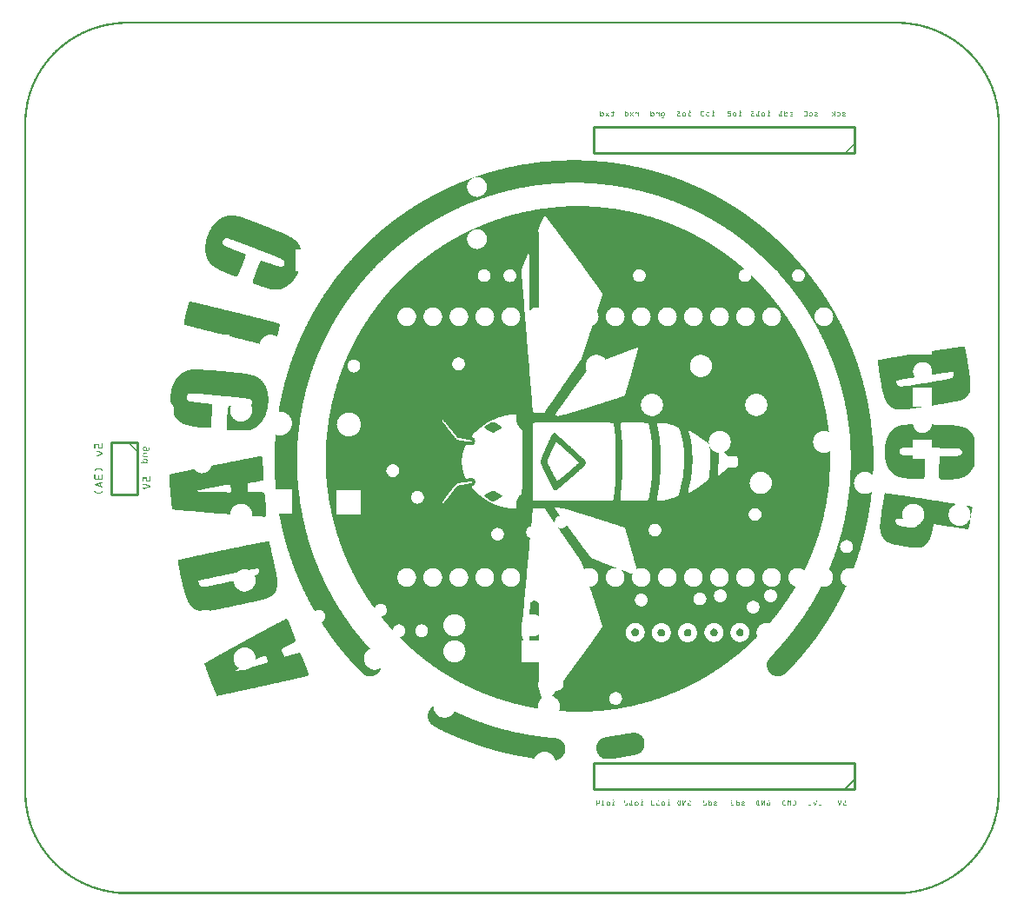
<source format=gbo>
G04 MADE WITH FRITZING*
G04 WWW.FRITZING.ORG*
G04 DOUBLE SIDED*
G04 HOLES PLATED*
G04 CONTOUR ON CENTER OF CONTOUR VECTOR*
%ASAXBY*%
%FSLAX23Y23*%
%MOIN*%
%OFA0B0*%
%SFA1.0B1.0*%
%ADD10C,0.010000*%
%ADD11C,0.005000*%
%ADD12R,0.001000X0.001000*%
%LNSILK0*%
G90*
G70*
G54D10*
X431Y1735D02*
X431Y1535D01*
D02*
X431Y1535D02*
X331Y1535D01*
D02*
X331Y1535D02*
X331Y1735D01*
D02*
X331Y1735D02*
X431Y1735D01*
D02*
X3182Y2842D02*
X2182Y2842D01*
D02*
X2182Y2842D02*
X2182Y2942D01*
D02*
X2182Y2942D02*
X3182Y2942D01*
D02*
X3182Y2942D02*
X3182Y2842D01*
D02*
X3181Y405D02*
X2181Y405D01*
D02*
X2181Y405D02*
X2181Y505D01*
D02*
X2181Y505D02*
X3181Y505D01*
D02*
X3181Y505D02*
X3181Y405D01*
G54D11*
D02*
X3146Y405D02*
X3181Y440D01*
G54D12*
X375Y3346D02*
X3364Y3346D01*
X361Y3345D02*
X3378Y3345D01*
X351Y3344D02*
X3388Y3344D01*
X343Y3343D02*
X3396Y3343D01*
X336Y3342D02*
X3403Y3342D01*
X329Y3341D02*
X3410Y3341D01*
X324Y3340D02*
X3415Y3340D01*
X318Y3339D02*
X3421Y3339D01*
X313Y3338D02*
X375Y3338D01*
X3364Y3338D02*
X3426Y3338D01*
X309Y3337D02*
X360Y3337D01*
X3379Y3337D02*
X3430Y3337D01*
X304Y3336D02*
X350Y3336D01*
X3389Y3336D02*
X3435Y3336D01*
X300Y3335D02*
X342Y3335D01*
X3397Y3335D02*
X3439Y3335D01*
X296Y3334D02*
X335Y3334D01*
X3404Y3334D02*
X3443Y3334D01*
X292Y3333D02*
X329Y3333D01*
X3410Y3333D02*
X3447Y3333D01*
X288Y3332D02*
X323Y3332D01*
X3416Y3332D02*
X3451Y3332D01*
X285Y3331D02*
X318Y3331D01*
X3421Y3331D02*
X3454Y3331D01*
X282Y3330D02*
X313Y3330D01*
X3426Y3330D02*
X3457Y3330D01*
X278Y3329D02*
X308Y3329D01*
X3431Y3329D02*
X3461Y3329D01*
X275Y3328D02*
X304Y3328D01*
X3435Y3328D02*
X3464Y3328D01*
X272Y3327D02*
X300Y3327D01*
X3439Y3327D02*
X3467Y3327D01*
X269Y3326D02*
X296Y3326D01*
X3443Y3326D02*
X3470Y3326D01*
X266Y3325D02*
X292Y3325D01*
X3447Y3325D02*
X3473Y3325D01*
X263Y3324D02*
X288Y3324D01*
X3451Y3324D02*
X3476Y3324D01*
X260Y3323D02*
X285Y3323D01*
X3454Y3323D02*
X3479Y3323D01*
X257Y3322D02*
X281Y3322D01*
X3458Y3322D02*
X3482Y3322D01*
X255Y3321D02*
X278Y3321D01*
X3461Y3321D02*
X3484Y3321D01*
X252Y3320D02*
X275Y3320D01*
X3464Y3320D02*
X3487Y3320D01*
X250Y3319D02*
X272Y3319D01*
X3467Y3319D02*
X3489Y3319D01*
X247Y3318D02*
X269Y3318D01*
X3470Y3318D02*
X3492Y3318D01*
X245Y3317D02*
X266Y3317D01*
X3473Y3317D02*
X3494Y3317D01*
X242Y3316D02*
X263Y3316D01*
X3476Y3316D02*
X3497Y3316D01*
X240Y3315D02*
X260Y3315D01*
X3479Y3315D02*
X3499Y3315D01*
X237Y3314D02*
X258Y3314D01*
X3481Y3314D02*
X3502Y3314D01*
X235Y3313D02*
X255Y3313D01*
X3484Y3313D02*
X3504Y3313D01*
X233Y3312D02*
X252Y3312D01*
X3487Y3312D02*
X3506Y3312D01*
X231Y3311D02*
X250Y3311D01*
X3489Y3311D02*
X3508Y3311D01*
X228Y3310D02*
X247Y3310D01*
X3492Y3310D02*
X3511Y3310D01*
X226Y3309D02*
X245Y3309D01*
X3494Y3309D02*
X3513Y3309D01*
X224Y3308D02*
X242Y3308D01*
X3497Y3308D02*
X3515Y3308D01*
X222Y3307D02*
X240Y3307D01*
X3499Y3307D02*
X3517Y3307D01*
X220Y3306D02*
X238Y3306D01*
X3501Y3306D02*
X3519Y3306D01*
X218Y3305D02*
X235Y3305D01*
X3504Y3305D02*
X3521Y3305D01*
X216Y3304D02*
X233Y3304D01*
X3506Y3304D02*
X3523Y3304D01*
X214Y3303D02*
X231Y3303D01*
X3508Y3303D02*
X3525Y3303D01*
X212Y3302D02*
X229Y3302D01*
X3510Y3302D02*
X3527Y3302D01*
X210Y3301D02*
X226Y3301D01*
X3513Y3301D02*
X3529Y3301D01*
X208Y3300D02*
X224Y3300D01*
X3515Y3300D02*
X3531Y3300D01*
X206Y3299D02*
X222Y3299D01*
X3517Y3299D02*
X3533Y3299D01*
X204Y3298D02*
X220Y3298D01*
X3518Y3298D02*
X3535Y3298D01*
X203Y3297D02*
X219Y3297D01*
X3520Y3297D02*
X3536Y3297D01*
X201Y3296D02*
X217Y3296D01*
X3522Y3296D02*
X3538Y3296D01*
X199Y3295D02*
X215Y3295D01*
X3524Y3295D02*
X3540Y3295D01*
X197Y3294D02*
X213Y3294D01*
X3526Y3294D02*
X3542Y3294D01*
X195Y3293D02*
X211Y3293D01*
X3528Y3293D02*
X3544Y3293D01*
X194Y3292D02*
X209Y3292D01*
X3530Y3292D02*
X3545Y3292D01*
X192Y3291D02*
X207Y3291D01*
X3532Y3291D02*
X3547Y3291D01*
X190Y3290D02*
X205Y3290D01*
X3534Y3290D02*
X3549Y3290D01*
X189Y3289D02*
X203Y3289D01*
X3536Y3289D02*
X3550Y3289D01*
X187Y3288D02*
X202Y3288D01*
X3537Y3288D02*
X3552Y3288D01*
X185Y3287D02*
X200Y3287D01*
X3539Y3287D02*
X3554Y3287D01*
X184Y3286D02*
X198Y3286D01*
X3541Y3286D02*
X3555Y3286D01*
X182Y3285D02*
X196Y3285D01*
X3543Y3285D02*
X3557Y3285D01*
X181Y3284D02*
X194Y3284D01*
X3544Y3284D02*
X3558Y3284D01*
X179Y3283D02*
X193Y3283D01*
X3546Y3283D02*
X3560Y3283D01*
X177Y3282D02*
X191Y3282D01*
X3548Y3282D02*
X3562Y3282D01*
X176Y3281D02*
X190Y3281D01*
X3549Y3281D02*
X3563Y3281D01*
X174Y3280D02*
X188Y3280D01*
X3551Y3280D02*
X3565Y3280D01*
X173Y3279D02*
X186Y3279D01*
X3553Y3279D02*
X3566Y3279D01*
X171Y3278D02*
X185Y3278D01*
X3554Y3278D02*
X3568Y3278D01*
X170Y3277D02*
X183Y3277D01*
X3556Y3277D02*
X3569Y3277D01*
X168Y3276D02*
X182Y3276D01*
X3557Y3276D02*
X3571Y3276D01*
X167Y3275D02*
X180Y3275D01*
X3559Y3275D02*
X3572Y3275D01*
X166Y3274D02*
X179Y3274D01*
X3560Y3274D02*
X3573Y3274D01*
X164Y3273D02*
X177Y3273D01*
X3562Y3273D02*
X3575Y3273D01*
X163Y3272D02*
X176Y3272D01*
X3563Y3272D02*
X3576Y3272D01*
X161Y3271D02*
X174Y3271D01*
X3565Y3271D02*
X3578Y3271D01*
X160Y3270D02*
X173Y3270D01*
X3566Y3270D02*
X3579Y3270D01*
X158Y3269D02*
X171Y3269D01*
X3568Y3269D02*
X3581Y3269D01*
X157Y3268D02*
X170Y3268D01*
X3569Y3268D02*
X3582Y3268D01*
X156Y3267D02*
X168Y3267D01*
X3571Y3267D02*
X3583Y3267D01*
X155Y3266D02*
X167Y3266D01*
X3572Y3266D02*
X3584Y3266D01*
X153Y3265D02*
X166Y3265D01*
X3573Y3265D02*
X3586Y3265D01*
X152Y3264D02*
X164Y3264D01*
X3575Y3264D02*
X3587Y3264D01*
X151Y3263D02*
X163Y3263D01*
X3576Y3263D02*
X3588Y3263D01*
X149Y3262D02*
X161Y3262D01*
X3578Y3262D02*
X3590Y3262D01*
X148Y3261D02*
X160Y3261D01*
X3579Y3261D02*
X3591Y3261D01*
X147Y3260D02*
X159Y3260D01*
X3580Y3260D02*
X3592Y3260D01*
X145Y3259D02*
X158Y3259D01*
X3581Y3259D02*
X3594Y3259D01*
X144Y3258D02*
X156Y3258D01*
X3583Y3258D02*
X3595Y3258D01*
X143Y3257D02*
X155Y3257D01*
X3584Y3257D02*
X3596Y3257D01*
X142Y3256D02*
X154Y3256D01*
X3585Y3256D02*
X3597Y3256D01*
X141Y3255D02*
X152Y3255D01*
X3587Y3255D02*
X3598Y3255D01*
X139Y3254D02*
X151Y3254D01*
X3588Y3254D02*
X3600Y3254D01*
X138Y3253D02*
X150Y3253D01*
X3589Y3253D02*
X3601Y3253D01*
X137Y3252D02*
X148Y3252D01*
X3591Y3252D02*
X3602Y3252D01*
X136Y3251D02*
X147Y3251D01*
X3592Y3251D02*
X3603Y3251D01*
X135Y3250D02*
X146Y3250D01*
X3593Y3250D02*
X3604Y3250D01*
X134Y3249D02*
X145Y3249D01*
X3594Y3249D02*
X3605Y3249D01*
X132Y3248D02*
X144Y3248D01*
X3595Y3248D02*
X3607Y3248D01*
X131Y3247D02*
X143Y3247D01*
X3596Y3247D02*
X3608Y3247D01*
X130Y3246D02*
X141Y3246D01*
X3598Y3246D02*
X3609Y3246D01*
X129Y3245D02*
X140Y3245D01*
X3599Y3245D02*
X3610Y3245D01*
X128Y3244D02*
X139Y3244D01*
X3600Y3244D02*
X3611Y3244D01*
X127Y3243D02*
X138Y3243D01*
X3601Y3243D02*
X3612Y3243D01*
X126Y3242D02*
X137Y3242D01*
X3602Y3242D02*
X3613Y3242D01*
X125Y3241D02*
X135Y3241D01*
X3604Y3241D02*
X3614Y3241D01*
X124Y3240D02*
X134Y3240D01*
X3605Y3240D02*
X3615Y3240D01*
X122Y3239D02*
X133Y3239D01*
X3606Y3239D02*
X3617Y3239D01*
X121Y3238D02*
X132Y3238D01*
X3607Y3238D02*
X3618Y3238D01*
X120Y3237D02*
X131Y3237D01*
X3608Y3237D02*
X3619Y3237D01*
X119Y3236D02*
X130Y3236D01*
X3609Y3236D02*
X3620Y3236D01*
X118Y3235D02*
X129Y3235D01*
X3610Y3235D02*
X3621Y3235D01*
X117Y3234D02*
X128Y3234D01*
X3611Y3234D02*
X3622Y3234D01*
X116Y3233D02*
X127Y3233D01*
X3612Y3233D02*
X3623Y3233D01*
X115Y3232D02*
X126Y3232D01*
X3613Y3232D02*
X3624Y3232D01*
X114Y3231D02*
X125Y3231D01*
X3614Y3231D02*
X3625Y3231D01*
X113Y3230D02*
X124Y3230D01*
X3615Y3230D02*
X3626Y3230D01*
X112Y3229D02*
X122Y3229D01*
X3616Y3229D02*
X3627Y3229D01*
X111Y3228D02*
X121Y3228D01*
X3618Y3228D02*
X3628Y3228D01*
X110Y3227D02*
X120Y3227D01*
X3619Y3227D02*
X3629Y3227D01*
X109Y3226D02*
X119Y3226D01*
X3620Y3226D02*
X3630Y3226D01*
X108Y3225D02*
X118Y3225D01*
X3621Y3225D02*
X3631Y3225D01*
X107Y3224D02*
X117Y3224D01*
X3622Y3224D02*
X3632Y3224D01*
X106Y3223D02*
X116Y3223D01*
X3623Y3223D02*
X3633Y3223D01*
X105Y3222D02*
X116Y3222D01*
X3623Y3222D02*
X3634Y3222D01*
X104Y3221D02*
X115Y3221D01*
X3624Y3221D02*
X3635Y3221D01*
X103Y3220D02*
X114Y3220D01*
X3625Y3220D02*
X3636Y3220D01*
X102Y3219D02*
X113Y3219D01*
X3626Y3219D02*
X3637Y3219D01*
X102Y3218D02*
X112Y3218D01*
X3627Y3218D02*
X3637Y3218D01*
X101Y3217D02*
X111Y3217D01*
X3628Y3217D02*
X3638Y3217D01*
X100Y3216D02*
X110Y3216D01*
X3629Y3216D02*
X3639Y3216D01*
X99Y3215D02*
X109Y3215D01*
X3630Y3215D02*
X3640Y3215D01*
X98Y3214D02*
X108Y3214D01*
X3631Y3214D02*
X3641Y3214D01*
X97Y3213D02*
X107Y3213D01*
X3632Y3213D02*
X3642Y3213D01*
X96Y3212D02*
X106Y3212D01*
X3633Y3212D02*
X3643Y3212D01*
X95Y3211D02*
X105Y3211D01*
X3634Y3211D02*
X3644Y3211D01*
X95Y3210D02*
X104Y3210D01*
X3635Y3210D02*
X3644Y3210D01*
X94Y3209D02*
X103Y3209D01*
X3636Y3209D02*
X3645Y3209D01*
X93Y3208D02*
X102Y3208D01*
X3637Y3208D02*
X3646Y3208D01*
X92Y3207D02*
X102Y3207D01*
X3637Y3207D02*
X3647Y3207D01*
X91Y3206D02*
X101Y3206D01*
X3638Y3206D02*
X3648Y3206D01*
X90Y3205D02*
X100Y3205D01*
X3639Y3205D02*
X3649Y3205D01*
X89Y3204D02*
X99Y3204D01*
X3640Y3204D02*
X3650Y3204D01*
X89Y3203D02*
X98Y3203D01*
X3641Y3203D02*
X3650Y3203D01*
X88Y3202D02*
X97Y3202D01*
X3642Y3202D02*
X3651Y3202D01*
X87Y3201D02*
X96Y3201D01*
X3643Y3201D02*
X3652Y3201D01*
X86Y3200D02*
X95Y3200D01*
X3644Y3200D02*
X3653Y3200D01*
X85Y3199D02*
X95Y3199D01*
X3644Y3199D02*
X3654Y3199D01*
X85Y3198D02*
X94Y3198D01*
X3645Y3198D02*
X3654Y3198D01*
X84Y3197D02*
X93Y3197D01*
X3646Y3197D02*
X3655Y3197D01*
X83Y3196D02*
X92Y3196D01*
X3647Y3196D02*
X3656Y3196D01*
X82Y3195D02*
X91Y3195D01*
X3648Y3195D02*
X3657Y3195D01*
X81Y3194D02*
X91Y3194D01*
X3648Y3194D02*
X3658Y3194D01*
X81Y3193D02*
X90Y3193D01*
X3649Y3193D02*
X3658Y3193D01*
X80Y3192D02*
X89Y3192D01*
X3650Y3192D02*
X3659Y3192D01*
X79Y3191D02*
X88Y3191D01*
X3651Y3191D02*
X3660Y3191D01*
X78Y3190D02*
X87Y3190D01*
X3652Y3190D02*
X3661Y3190D01*
X77Y3189D02*
X87Y3189D01*
X3652Y3189D02*
X3662Y3189D01*
X77Y3188D02*
X86Y3188D01*
X3653Y3188D02*
X3662Y3188D01*
X76Y3187D02*
X85Y3187D01*
X3654Y3187D02*
X3663Y3187D01*
X75Y3186D02*
X84Y3186D01*
X3655Y3186D02*
X3664Y3186D01*
X75Y3185D02*
X83Y3185D01*
X3656Y3185D02*
X3664Y3185D01*
X74Y3184D02*
X83Y3184D01*
X3656Y3184D02*
X3665Y3184D01*
X73Y3183D02*
X82Y3183D01*
X3657Y3183D02*
X3666Y3183D01*
X72Y3182D02*
X81Y3182D01*
X3658Y3182D02*
X3667Y3182D01*
X72Y3181D02*
X80Y3181D01*
X3659Y3181D02*
X3667Y3181D01*
X71Y3180D02*
X80Y3180D01*
X3659Y3180D02*
X3668Y3180D01*
X70Y3179D02*
X79Y3179D01*
X3660Y3179D02*
X3669Y3179D01*
X69Y3178D02*
X78Y3178D01*
X3661Y3178D02*
X3670Y3178D01*
X69Y3177D02*
X78Y3177D01*
X3661Y3177D02*
X3670Y3177D01*
X68Y3176D02*
X77Y3176D01*
X3662Y3176D02*
X3671Y3176D01*
X67Y3175D02*
X76Y3175D01*
X3663Y3175D02*
X3672Y3175D01*
X67Y3174D02*
X75Y3174D01*
X3664Y3174D02*
X3672Y3174D01*
X66Y3173D02*
X75Y3173D01*
X3664Y3173D02*
X3673Y3173D01*
X65Y3172D02*
X74Y3172D01*
X3665Y3172D02*
X3674Y3172D01*
X65Y3171D02*
X73Y3171D01*
X3666Y3171D02*
X3674Y3171D01*
X64Y3170D02*
X73Y3170D01*
X3666Y3170D02*
X3675Y3170D01*
X63Y3169D02*
X72Y3169D01*
X3667Y3169D02*
X3676Y3169D01*
X63Y3168D02*
X71Y3168D01*
X3668Y3168D02*
X3676Y3168D01*
X62Y3167D02*
X71Y3167D01*
X3668Y3167D02*
X3677Y3167D01*
X61Y3166D02*
X70Y3166D01*
X3669Y3166D02*
X3678Y3166D01*
X61Y3165D02*
X69Y3165D01*
X3670Y3165D02*
X3678Y3165D01*
X60Y3164D02*
X69Y3164D01*
X3670Y3164D02*
X3679Y3164D01*
X59Y3163D02*
X68Y3163D01*
X3671Y3163D02*
X3680Y3163D01*
X59Y3162D02*
X67Y3162D01*
X3672Y3162D02*
X3680Y3162D01*
X58Y3161D02*
X67Y3161D01*
X3672Y3161D02*
X3681Y3161D01*
X58Y3160D02*
X66Y3160D01*
X3673Y3160D02*
X3681Y3160D01*
X57Y3159D02*
X65Y3159D01*
X3674Y3159D02*
X3682Y3159D01*
X56Y3158D02*
X65Y3158D01*
X3674Y3158D02*
X3683Y3158D01*
X56Y3157D02*
X64Y3157D01*
X3675Y3157D02*
X3683Y3157D01*
X55Y3156D02*
X63Y3156D01*
X3676Y3156D02*
X3684Y3156D01*
X55Y3155D02*
X63Y3155D01*
X3676Y3155D02*
X3684Y3155D01*
X54Y3154D02*
X62Y3154D01*
X3677Y3154D02*
X3685Y3154D01*
X53Y3153D02*
X62Y3153D01*
X3677Y3153D02*
X3686Y3153D01*
X53Y3152D02*
X61Y3152D01*
X3678Y3152D02*
X3686Y3152D01*
X52Y3151D02*
X60Y3151D01*
X3679Y3151D02*
X3687Y3151D01*
X52Y3150D02*
X60Y3150D01*
X3679Y3150D02*
X3687Y3150D01*
X51Y3149D02*
X59Y3149D01*
X3680Y3149D02*
X3688Y3149D01*
X50Y3148D02*
X59Y3148D01*
X3680Y3148D02*
X3689Y3148D01*
X50Y3147D02*
X58Y3147D01*
X3681Y3147D02*
X3689Y3147D01*
X49Y3146D02*
X57Y3146D01*
X3682Y3146D02*
X3690Y3146D01*
X49Y3145D02*
X57Y3145D01*
X3682Y3145D02*
X3690Y3145D01*
X48Y3144D02*
X56Y3144D01*
X3683Y3144D02*
X3691Y3144D01*
X48Y3143D02*
X56Y3143D01*
X3683Y3143D02*
X3691Y3143D01*
X47Y3142D02*
X55Y3142D01*
X3684Y3142D02*
X3692Y3142D01*
X47Y3141D02*
X54Y3141D01*
X3685Y3141D02*
X3692Y3141D01*
X46Y3140D02*
X54Y3140D01*
X3685Y3140D02*
X3693Y3140D01*
X46Y3139D02*
X53Y3139D01*
X3686Y3139D02*
X3693Y3139D01*
X45Y3138D02*
X53Y3138D01*
X3686Y3138D02*
X3694Y3138D01*
X44Y3137D02*
X52Y3137D01*
X3687Y3137D02*
X3695Y3137D01*
X44Y3136D02*
X52Y3136D01*
X3687Y3136D02*
X3695Y3136D01*
X43Y3135D02*
X51Y3135D01*
X3688Y3135D02*
X3696Y3135D01*
X43Y3134D02*
X51Y3134D01*
X3688Y3134D02*
X3696Y3134D01*
X42Y3133D02*
X50Y3133D01*
X3689Y3133D02*
X3697Y3133D01*
X42Y3132D02*
X50Y3132D01*
X3689Y3132D02*
X3697Y3132D01*
X41Y3131D02*
X49Y3131D01*
X3690Y3131D02*
X3698Y3131D01*
X41Y3130D02*
X49Y3130D01*
X3690Y3130D02*
X3698Y3130D01*
X40Y3129D02*
X48Y3129D01*
X3691Y3129D02*
X3699Y3129D01*
X40Y3128D02*
X48Y3128D01*
X3691Y3128D02*
X3699Y3128D01*
X39Y3127D02*
X47Y3127D01*
X3692Y3127D02*
X3700Y3127D01*
X39Y3126D02*
X47Y3126D01*
X3692Y3126D02*
X3700Y3126D01*
X38Y3125D02*
X46Y3125D01*
X3693Y3125D02*
X3701Y3125D01*
X38Y3124D02*
X46Y3124D01*
X3693Y3124D02*
X3701Y3124D01*
X37Y3123D02*
X45Y3123D01*
X3694Y3123D02*
X3702Y3123D01*
X37Y3122D02*
X45Y3122D01*
X3694Y3122D02*
X3702Y3122D01*
X36Y3121D02*
X44Y3121D01*
X3695Y3121D02*
X3703Y3121D01*
X36Y3120D02*
X44Y3120D01*
X3695Y3120D02*
X3703Y3120D01*
X36Y3119D02*
X43Y3119D01*
X3696Y3119D02*
X3703Y3119D01*
X35Y3118D02*
X43Y3118D01*
X3696Y3118D02*
X3704Y3118D01*
X35Y3117D02*
X42Y3117D01*
X3697Y3117D02*
X3704Y3117D01*
X34Y3116D02*
X42Y3116D01*
X3697Y3116D02*
X3705Y3116D01*
X34Y3115D02*
X41Y3115D01*
X3698Y3115D02*
X3705Y3115D01*
X33Y3114D02*
X41Y3114D01*
X3698Y3114D02*
X3706Y3114D01*
X33Y3113D02*
X40Y3113D01*
X3699Y3113D02*
X3706Y3113D01*
X32Y3112D02*
X40Y3112D01*
X3699Y3112D02*
X3707Y3112D01*
X32Y3111D02*
X39Y3111D01*
X3700Y3111D02*
X3707Y3111D01*
X31Y3110D02*
X39Y3110D01*
X3700Y3110D02*
X3708Y3110D01*
X31Y3109D02*
X39Y3109D01*
X3700Y3109D02*
X3708Y3109D01*
X31Y3108D02*
X38Y3108D01*
X3701Y3108D02*
X3708Y3108D01*
X30Y3107D02*
X38Y3107D01*
X3701Y3107D02*
X3709Y3107D01*
X30Y3106D02*
X37Y3106D01*
X3702Y3106D02*
X3709Y3106D01*
X29Y3105D02*
X37Y3105D01*
X3702Y3105D02*
X3710Y3105D01*
X29Y3104D02*
X36Y3104D01*
X3703Y3104D02*
X3710Y3104D01*
X29Y3103D02*
X36Y3103D01*
X3703Y3103D02*
X3710Y3103D01*
X28Y3102D02*
X36Y3102D01*
X3703Y3102D02*
X3711Y3102D01*
X28Y3101D02*
X35Y3101D01*
X3704Y3101D02*
X3711Y3101D01*
X27Y3100D02*
X35Y3100D01*
X3704Y3100D02*
X3712Y3100D01*
X27Y3099D02*
X34Y3099D01*
X3705Y3099D02*
X3712Y3099D01*
X27Y3098D02*
X34Y3098D01*
X3705Y3098D02*
X3712Y3098D01*
X26Y3097D02*
X34Y3097D01*
X3705Y3097D02*
X3713Y3097D01*
X26Y3096D02*
X33Y3096D01*
X3706Y3096D02*
X3713Y3096D01*
X25Y3095D02*
X33Y3095D01*
X3706Y3095D02*
X3714Y3095D01*
X25Y3094D02*
X32Y3094D01*
X3707Y3094D02*
X3714Y3094D01*
X25Y3093D02*
X32Y3093D01*
X3707Y3093D02*
X3714Y3093D01*
X24Y3092D02*
X32Y3092D01*
X3707Y3092D02*
X3715Y3092D01*
X24Y3091D02*
X31Y3091D01*
X3708Y3091D02*
X3715Y3091D01*
X23Y3090D02*
X31Y3090D01*
X3708Y3090D02*
X3716Y3090D01*
X23Y3089D02*
X30Y3089D01*
X3709Y3089D02*
X3716Y3089D01*
X23Y3088D02*
X30Y3088D01*
X3709Y3088D02*
X3716Y3088D01*
X22Y3087D02*
X30Y3087D01*
X3709Y3087D02*
X3717Y3087D01*
X22Y3086D02*
X29Y3086D01*
X3710Y3086D02*
X3717Y3086D01*
X22Y3085D02*
X29Y3085D01*
X3710Y3085D02*
X3717Y3085D01*
X21Y3084D02*
X29Y3084D01*
X3710Y3084D02*
X3718Y3084D01*
X21Y3083D02*
X28Y3083D01*
X3711Y3083D02*
X3718Y3083D01*
X21Y3082D02*
X28Y3082D01*
X3711Y3082D02*
X3718Y3082D01*
X20Y3081D02*
X28Y3081D01*
X3711Y3081D02*
X3719Y3081D01*
X20Y3080D02*
X27Y3080D01*
X3712Y3080D02*
X3719Y3080D01*
X20Y3079D02*
X27Y3079D01*
X3712Y3079D02*
X3719Y3079D01*
X19Y3078D02*
X27Y3078D01*
X3712Y3078D02*
X3720Y3078D01*
X19Y3077D02*
X26Y3077D01*
X3713Y3077D02*
X3720Y3077D01*
X19Y3076D02*
X26Y3076D01*
X3713Y3076D02*
X3720Y3076D01*
X18Y3075D02*
X26Y3075D01*
X3713Y3075D02*
X3721Y3075D01*
X18Y3074D02*
X25Y3074D01*
X3714Y3074D02*
X3721Y3074D01*
X18Y3073D02*
X25Y3073D01*
X3714Y3073D02*
X3721Y3073D01*
X17Y3072D02*
X25Y3072D01*
X3714Y3072D02*
X3722Y3072D01*
X17Y3071D02*
X24Y3071D01*
X3715Y3071D02*
X3722Y3071D01*
X17Y3070D02*
X24Y3070D01*
X3715Y3070D02*
X3722Y3070D01*
X16Y3069D02*
X24Y3069D01*
X3715Y3069D02*
X3723Y3069D01*
X16Y3068D02*
X23Y3068D01*
X3716Y3068D02*
X3723Y3068D01*
X16Y3067D02*
X23Y3067D01*
X3716Y3067D02*
X3723Y3067D01*
X15Y3066D02*
X23Y3066D01*
X3716Y3066D02*
X3724Y3066D01*
X15Y3065D02*
X22Y3065D01*
X3717Y3065D02*
X3724Y3065D01*
X15Y3064D02*
X22Y3064D01*
X3717Y3064D02*
X3724Y3064D01*
X15Y3063D02*
X22Y3063D01*
X3717Y3063D02*
X3724Y3063D01*
X14Y3062D02*
X21Y3062D01*
X3718Y3062D02*
X3725Y3062D01*
X14Y3061D02*
X21Y3061D01*
X3718Y3061D02*
X3725Y3061D01*
X14Y3060D02*
X21Y3060D01*
X3718Y3060D02*
X3725Y3060D01*
X13Y3059D02*
X21Y3059D01*
X3718Y3059D02*
X3726Y3059D01*
X13Y3058D02*
X20Y3058D01*
X3719Y3058D02*
X3726Y3058D01*
X13Y3057D02*
X20Y3057D01*
X3719Y3057D02*
X3726Y3057D01*
X13Y3056D02*
X20Y3056D01*
X3719Y3056D02*
X3726Y3056D01*
X12Y3055D02*
X20Y3055D01*
X3719Y3055D02*
X3727Y3055D01*
X12Y3054D02*
X19Y3054D01*
X3720Y3054D02*
X3727Y3054D01*
X12Y3053D02*
X19Y3053D01*
X3720Y3053D02*
X3727Y3053D01*
X12Y3052D02*
X19Y3052D01*
X3720Y3052D02*
X3727Y3052D01*
X11Y3051D02*
X19Y3051D01*
X3720Y3051D02*
X3728Y3051D01*
X11Y3050D02*
X18Y3050D01*
X3721Y3050D02*
X3728Y3050D01*
X11Y3049D02*
X18Y3049D01*
X3721Y3049D02*
X3728Y3049D01*
X11Y3048D02*
X18Y3048D01*
X3721Y3048D02*
X3728Y3048D01*
X10Y3047D02*
X18Y3047D01*
X3721Y3047D02*
X3729Y3047D01*
X10Y3046D02*
X17Y3046D01*
X3722Y3046D02*
X3729Y3046D01*
X10Y3045D02*
X17Y3045D01*
X3722Y3045D02*
X3729Y3045D01*
X10Y3044D02*
X17Y3044D01*
X3722Y3044D02*
X3729Y3044D01*
X9Y3043D02*
X17Y3043D01*
X3722Y3043D02*
X3730Y3043D01*
X9Y3042D02*
X16Y3042D01*
X3723Y3042D02*
X3730Y3042D01*
X9Y3041D02*
X16Y3041D01*
X3723Y3041D02*
X3730Y3041D01*
X9Y3040D02*
X16Y3040D01*
X3723Y3040D02*
X3730Y3040D01*
X9Y3039D02*
X16Y3039D01*
X3723Y3039D02*
X3730Y3039D01*
X8Y3038D02*
X15Y3038D01*
X3724Y3038D02*
X3731Y3038D01*
X8Y3037D02*
X15Y3037D01*
X3724Y3037D02*
X3731Y3037D01*
X8Y3036D02*
X15Y3036D01*
X3724Y3036D02*
X3731Y3036D01*
X8Y3035D02*
X15Y3035D01*
X3724Y3035D02*
X3731Y3035D01*
X8Y3034D02*
X15Y3034D01*
X3724Y3034D02*
X3731Y3034D01*
X7Y3033D02*
X14Y3033D01*
X3725Y3033D02*
X3732Y3033D01*
X7Y3032D02*
X14Y3032D01*
X3725Y3032D02*
X3732Y3032D01*
X7Y3031D02*
X14Y3031D01*
X3725Y3031D02*
X3732Y3031D01*
X7Y3030D02*
X14Y3030D01*
X3725Y3030D02*
X3732Y3030D01*
X7Y3029D02*
X14Y3029D01*
X3725Y3029D02*
X3732Y3029D01*
X6Y3028D02*
X13Y3028D01*
X3726Y3028D02*
X3733Y3028D01*
X6Y3027D02*
X13Y3027D01*
X3726Y3027D02*
X3733Y3027D01*
X6Y3026D02*
X13Y3026D01*
X3726Y3026D02*
X3733Y3026D01*
X6Y3025D02*
X13Y3025D01*
X3726Y3025D02*
X3733Y3025D01*
X6Y3024D02*
X13Y3024D01*
X3726Y3024D02*
X3733Y3024D01*
X5Y3023D02*
X13Y3023D01*
X3726Y3023D02*
X3734Y3023D01*
X5Y3022D02*
X12Y3022D01*
X3727Y3022D02*
X3734Y3022D01*
X5Y3021D02*
X12Y3021D01*
X3727Y3021D02*
X3734Y3021D01*
X5Y3020D02*
X12Y3020D01*
X3727Y3020D02*
X3734Y3020D01*
X5Y3019D02*
X12Y3019D01*
X3727Y3019D02*
X3734Y3019D01*
X5Y3018D02*
X12Y3018D01*
X3727Y3018D02*
X3734Y3018D01*
X4Y3017D02*
X12Y3017D01*
X3727Y3017D02*
X3735Y3017D01*
X4Y3016D02*
X11Y3016D01*
X3728Y3016D02*
X3735Y3016D01*
X4Y3015D02*
X11Y3015D01*
X3728Y3015D02*
X3735Y3015D01*
X4Y3014D02*
X11Y3014D01*
X3728Y3014D02*
X3735Y3014D01*
X4Y3013D02*
X11Y3013D01*
X3728Y3013D02*
X3735Y3013D01*
X4Y3012D02*
X11Y3012D01*
X3728Y3012D02*
X3735Y3012D01*
X4Y3011D02*
X11Y3011D01*
X3728Y3011D02*
X3735Y3011D01*
X3Y3010D02*
X11Y3010D01*
X3728Y3010D02*
X3736Y3010D01*
X3Y3009D02*
X10Y3009D01*
X3729Y3009D02*
X3736Y3009D01*
X3Y3008D02*
X10Y3008D01*
X3729Y3008D02*
X3736Y3008D01*
X3Y3007D02*
X10Y3007D01*
X3729Y3007D02*
X3736Y3007D01*
X3Y3006D02*
X10Y3006D01*
X3729Y3006D02*
X3736Y3006D01*
X3Y3005D02*
X10Y3005D01*
X2549Y3005D02*
X2551Y3005D01*
X2640Y3005D02*
X2643Y3005D01*
X2743Y3005D02*
X2746Y3005D01*
X2853Y3005D02*
X2855Y3005D01*
X3729Y3005D02*
X3736Y3005D01*
X3Y3004D02*
X10Y3004D01*
X2209Y3004D02*
X2210Y3004D01*
X2302Y3004D02*
X2303Y3004D01*
X2402Y3004D02*
X2403Y3004D01*
X2503Y3004D02*
X2513Y3004D01*
X2548Y3004D02*
X2552Y3004D01*
X2596Y3004D02*
X2606Y3004D01*
X2640Y3004D02*
X2643Y3004D01*
X2699Y3004D02*
X2710Y3004D01*
X2743Y3004D02*
X2746Y3004D01*
X2787Y3004D02*
X2797Y3004D01*
X2812Y3004D02*
X2819Y3004D01*
X2853Y3004D02*
X2856Y3004D01*
X2900Y3004D02*
X2907Y3004D01*
X2915Y3004D02*
X2916Y3004D01*
X2990Y3004D02*
X3000Y3004D01*
X3009Y3004D02*
X3010Y3004D01*
X3108Y3004D02*
X3109Y3004D01*
X3729Y3004D02*
X3736Y3004D01*
X3Y3003D02*
X10Y3003D01*
X2208Y3003D02*
X2210Y3003D01*
X2257Y3003D02*
X2258Y3003D01*
X2302Y3003D02*
X2304Y3003D01*
X2401Y3003D02*
X2403Y3003D01*
X2503Y3003D02*
X2513Y3003D01*
X2548Y3003D02*
X2551Y3003D01*
X2595Y3003D02*
X2607Y3003D01*
X2640Y3003D02*
X2643Y3003D01*
X2698Y3003D02*
X2710Y3003D01*
X2743Y3003D02*
X2746Y3003D01*
X2787Y3003D02*
X2797Y3003D01*
X2812Y3003D02*
X2819Y3003D01*
X2853Y3003D02*
X2856Y3003D01*
X2900Y3003D02*
X2907Y3003D01*
X2914Y3003D02*
X2916Y3003D01*
X2989Y3003D02*
X3001Y3003D01*
X3009Y3003D02*
X3010Y3003D01*
X3107Y3003D02*
X3109Y3003D01*
X3729Y3003D02*
X3736Y3003D01*
X2Y3002D02*
X10Y3002D01*
X2208Y3002D02*
X2210Y3002D01*
X2257Y3002D02*
X2258Y3002D01*
X2302Y3002D02*
X2304Y3002D01*
X2401Y3002D02*
X2403Y3002D01*
X2503Y3002D02*
X2513Y3002D01*
X2549Y3002D02*
X2551Y3002D01*
X2594Y3002D02*
X2607Y3002D01*
X2641Y3002D02*
X2642Y3002D01*
X2697Y3002D02*
X2709Y3002D01*
X2744Y3002D02*
X2745Y3002D01*
X2787Y3002D02*
X2797Y3002D01*
X2812Y3002D02*
X2819Y3002D01*
X2853Y3002D02*
X2855Y3002D01*
X2900Y3002D02*
X2906Y3002D01*
X2914Y3002D02*
X2916Y3002D01*
X2989Y3002D02*
X3001Y3002D01*
X3009Y3002D02*
X3010Y3002D01*
X3107Y3002D02*
X3109Y3002D01*
X3729Y3002D02*
X3737Y3002D01*
X2Y3001D02*
X9Y3001D01*
X2208Y3001D02*
X2210Y3001D01*
X2257Y3001D02*
X2258Y3001D01*
X2302Y3001D02*
X2304Y3001D01*
X2401Y3001D02*
X2403Y3001D01*
X2511Y3001D02*
X2513Y3001D01*
X2594Y3001D02*
X2596Y3001D01*
X2605Y3001D02*
X2607Y3001D01*
X2697Y3001D02*
X2699Y3001D01*
X2795Y3001D02*
X2797Y3001D01*
X2812Y3001D02*
X2814Y3001D01*
X2900Y3001D02*
X2901Y3001D01*
X2914Y3001D02*
X2916Y3001D01*
X2989Y3001D02*
X2990Y3001D01*
X3000Y3001D02*
X3001Y3001D01*
X3009Y3001D02*
X3010Y3001D01*
X3107Y3001D02*
X3109Y3001D01*
X3730Y3001D02*
X3737Y3001D01*
X2Y3000D02*
X9Y3000D01*
X2208Y3000D02*
X2210Y3000D01*
X2257Y3000D02*
X2258Y3000D01*
X2302Y3000D02*
X2304Y3000D01*
X2401Y3000D02*
X2403Y3000D01*
X2511Y3000D02*
X2513Y3000D01*
X2594Y3000D02*
X2596Y3000D01*
X2605Y3000D02*
X2607Y3000D01*
X2697Y3000D02*
X2699Y3000D01*
X2795Y3000D02*
X2797Y3000D01*
X2812Y3000D02*
X2814Y3000D01*
X2900Y3000D02*
X2901Y3000D01*
X2914Y3000D02*
X2916Y3000D01*
X2989Y3000D02*
X2990Y3000D01*
X3000Y3000D02*
X3001Y3000D01*
X3009Y3000D02*
X3010Y3000D01*
X3107Y3000D02*
X3109Y3000D01*
X3730Y3000D02*
X3737Y3000D01*
X2Y2999D02*
X9Y2999D01*
X2208Y2999D02*
X2210Y2999D01*
X2257Y2999D02*
X2259Y2999D01*
X2302Y2999D02*
X2304Y2999D01*
X2401Y2999D02*
X2403Y2999D01*
X2511Y2999D02*
X2513Y2999D01*
X2594Y2999D02*
X2596Y2999D01*
X2605Y2999D02*
X2607Y2999D01*
X2697Y2999D02*
X2699Y2999D01*
X2795Y2999D02*
X2797Y2999D01*
X2812Y2999D02*
X2814Y2999D01*
X2900Y2999D02*
X2901Y2999D01*
X2914Y2999D02*
X2916Y2999D01*
X2989Y2999D02*
X2990Y2999D01*
X3000Y2999D02*
X3001Y2999D01*
X3009Y2999D02*
X3010Y2999D01*
X3107Y2999D02*
X3109Y2999D01*
X3730Y2999D02*
X3737Y2999D01*
X2Y2998D02*
X9Y2998D01*
X2208Y2998D02*
X2210Y2998D01*
X2212Y2998D02*
X2218Y2998D01*
X2229Y2998D02*
X2230Y2998D01*
X2239Y2998D02*
X2240Y2998D01*
X2250Y2998D02*
X2261Y2998D01*
X2302Y2998D02*
X2304Y2998D01*
X2306Y2998D02*
X2312Y2998D01*
X2323Y2998D02*
X2324Y2998D01*
X2333Y2998D02*
X2334Y2998D01*
X2344Y2998D02*
X2349Y2998D01*
X2353Y2998D02*
X2354Y2998D01*
X2401Y2998D02*
X2403Y2998D01*
X2406Y2998D02*
X2411Y2998D01*
X2424Y2998D02*
X2429Y2998D01*
X2433Y2998D02*
X2434Y2998D01*
X2442Y2998D02*
X2443Y2998D01*
X2446Y2998D02*
X2451Y2998D01*
X2511Y2998D02*
X2513Y2998D01*
X2526Y2998D02*
X2532Y2998D01*
X2549Y2998D02*
X2554Y2998D01*
X2594Y2998D02*
X2596Y2998D01*
X2605Y2998D02*
X2607Y2998D01*
X2617Y2998D02*
X2624Y2998D01*
X2641Y2998D02*
X2646Y2998D01*
X2697Y2998D02*
X2699Y2998D01*
X2720Y2998D02*
X2727Y2998D01*
X2743Y2998D02*
X2749Y2998D01*
X2795Y2998D02*
X2797Y2998D01*
X2812Y2998D02*
X2814Y2998D01*
X2830Y2998D02*
X2837Y2998D01*
X2853Y2998D02*
X2858Y2998D01*
X2900Y2998D02*
X2901Y2998D01*
X2914Y2998D02*
X2916Y2998D01*
X2919Y2998D02*
X2924Y2998D01*
X2936Y2998D02*
X2945Y2998D01*
X2989Y2998D02*
X2990Y2998D01*
X3000Y2998D02*
X3001Y2998D01*
X3009Y2998D02*
X3010Y2998D01*
X3013Y2998D02*
X3018Y2998D01*
X3031Y2998D02*
X3040Y2998D01*
X3098Y2998D02*
X3099Y2998D01*
X3107Y2998D02*
X3109Y2998D01*
X3117Y2998D02*
X3125Y2998D01*
X3138Y2998D02*
X3147Y2998D01*
X3730Y2998D02*
X3737Y2998D01*
X2Y2997D02*
X9Y2997D01*
X2208Y2997D02*
X2219Y2997D01*
X2229Y2997D02*
X2231Y2997D01*
X2238Y2997D02*
X2241Y2997D01*
X2250Y2997D02*
X2261Y2997D01*
X2302Y2997D02*
X2313Y2997D01*
X2322Y2997D02*
X2325Y2997D01*
X2332Y2997D02*
X2334Y2997D01*
X2343Y2997D02*
X2350Y2997D01*
X2353Y2997D02*
X2355Y2997D01*
X2401Y2997D02*
X2412Y2997D01*
X2422Y2997D02*
X2430Y2997D01*
X2432Y2997D02*
X2434Y2997D01*
X2442Y2997D02*
X2453Y2997D01*
X2511Y2997D02*
X2513Y2997D01*
X2524Y2997D02*
X2534Y2997D01*
X2548Y2997D02*
X2554Y2997D01*
X2594Y2997D02*
X2596Y2997D01*
X2605Y2997D02*
X2607Y2997D01*
X2616Y2997D02*
X2626Y2997D01*
X2640Y2997D02*
X2646Y2997D01*
X2697Y2997D02*
X2699Y2997D01*
X2719Y2997D02*
X2729Y2997D01*
X2743Y2997D02*
X2749Y2997D01*
X2795Y2997D02*
X2797Y2997D01*
X2812Y2997D02*
X2814Y2997D01*
X2829Y2997D02*
X2838Y2997D01*
X2853Y2997D02*
X2858Y2997D01*
X2900Y2997D02*
X2901Y2997D01*
X2914Y2997D02*
X2925Y2997D01*
X2935Y2997D02*
X2946Y2997D01*
X2989Y2997D02*
X2990Y2997D01*
X3000Y2997D02*
X3001Y2997D01*
X3009Y2997D02*
X3020Y2997D01*
X3030Y2997D02*
X3041Y2997D01*
X3098Y2997D02*
X3100Y2997D01*
X3107Y2997D02*
X3109Y2997D01*
X3116Y2997D02*
X3126Y2997D01*
X3137Y2997D02*
X3148Y2997D01*
X3730Y2997D02*
X3737Y2997D01*
X2Y2996D02*
X9Y2996D01*
X2208Y2996D02*
X2220Y2996D01*
X2229Y2996D02*
X2232Y2996D01*
X2238Y2996D02*
X2240Y2996D01*
X2251Y2996D02*
X2260Y2996D01*
X2302Y2996D02*
X2314Y2996D01*
X2323Y2996D02*
X2325Y2996D01*
X2331Y2996D02*
X2334Y2996D01*
X2342Y2996D02*
X2355Y2996D01*
X2401Y2996D02*
X2413Y2996D01*
X2422Y2996D02*
X2434Y2996D01*
X2441Y2996D02*
X2454Y2996D01*
X2511Y2996D02*
X2513Y2996D01*
X2524Y2996D02*
X2535Y2996D01*
X2548Y2996D02*
X2553Y2996D01*
X2594Y2996D02*
X2596Y2996D01*
X2605Y2996D02*
X2607Y2996D01*
X2615Y2996D02*
X2627Y2996D01*
X2640Y2996D02*
X2645Y2996D01*
X2697Y2996D02*
X2699Y2996D01*
X2718Y2996D02*
X2729Y2996D01*
X2743Y2996D02*
X2748Y2996D01*
X2795Y2996D02*
X2797Y2996D01*
X2812Y2996D02*
X2814Y2996D01*
X2828Y2996D02*
X2839Y2996D01*
X2852Y2996D02*
X2857Y2996D01*
X2900Y2996D02*
X2901Y2996D01*
X2914Y2996D02*
X2926Y2996D01*
X2935Y2996D02*
X2947Y2996D01*
X2989Y2996D02*
X2990Y2996D01*
X3000Y2996D02*
X3001Y2996D01*
X3009Y2996D02*
X3021Y2996D01*
X3029Y2996D02*
X3041Y2996D01*
X3098Y2996D02*
X3102Y2996D01*
X3107Y2996D02*
X3109Y2996D01*
X3117Y2996D02*
X3127Y2996D01*
X3137Y2996D02*
X3149Y2996D01*
X3730Y2996D02*
X3737Y2996D01*
X2Y2995D02*
X9Y2995D01*
X2208Y2995D02*
X2212Y2995D01*
X2218Y2995D02*
X2221Y2995D01*
X2230Y2995D02*
X2233Y2995D01*
X2237Y2995D02*
X2239Y2995D01*
X2257Y2995D02*
X2258Y2995D01*
X2302Y2995D02*
X2306Y2995D01*
X2312Y2995D02*
X2314Y2995D01*
X2324Y2995D02*
X2326Y2995D01*
X2330Y2995D02*
X2333Y2995D01*
X2342Y2995D02*
X2344Y2995D01*
X2349Y2995D02*
X2355Y2995D01*
X2401Y2995D02*
X2405Y2995D01*
X2411Y2995D02*
X2414Y2995D01*
X2422Y2995D02*
X2424Y2995D01*
X2429Y2995D02*
X2434Y2995D01*
X2441Y2995D02*
X2446Y2995D01*
X2452Y2995D02*
X2454Y2995D01*
X2505Y2995D02*
X2513Y2995D01*
X2523Y2995D02*
X2525Y2995D01*
X2533Y2995D02*
X2535Y2995D01*
X2548Y2995D02*
X2550Y2995D01*
X2594Y2995D02*
X2596Y2995D01*
X2605Y2995D02*
X2607Y2995D01*
X2615Y2995D02*
X2617Y2995D01*
X2625Y2995D02*
X2627Y2995D01*
X2640Y2995D02*
X2642Y2995D01*
X2697Y2995D02*
X2708Y2995D01*
X2718Y2995D02*
X2720Y2995D01*
X2728Y2995D02*
X2730Y2995D01*
X2743Y2995D02*
X2745Y2995D01*
X2789Y2995D02*
X2797Y2995D01*
X2812Y2995D02*
X2814Y2995D01*
X2827Y2995D02*
X2829Y2995D01*
X2837Y2995D02*
X2839Y2995D01*
X2852Y2995D02*
X2854Y2995D01*
X2900Y2995D02*
X2901Y2995D01*
X2914Y2995D02*
X2918Y2995D01*
X2924Y2995D02*
X2927Y2995D01*
X2935Y2995D02*
X2936Y2995D01*
X2945Y2995D02*
X2947Y2995D01*
X2989Y2995D02*
X2990Y2995D01*
X3000Y2995D02*
X3001Y2995D01*
X3009Y2995D02*
X3013Y2995D01*
X3019Y2995D02*
X3021Y2995D01*
X3030Y2995D02*
X3030Y2995D01*
X3039Y2995D02*
X3041Y2995D01*
X3099Y2995D02*
X3103Y2995D01*
X3107Y2995D02*
X3109Y2995D01*
X3125Y2995D02*
X3128Y2995D01*
X3137Y2995D02*
X3138Y2995D01*
X3147Y2995D02*
X3149Y2995D01*
X3730Y2995D02*
X3737Y2995D01*
X2Y2994D02*
X9Y2994D01*
X2208Y2994D02*
X2211Y2994D01*
X2219Y2994D02*
X2221Y2994D01*
X2231Y2994D02*
X2233Y2994D01*
X2236Y2994D02*
X2239Y2994D01*
X2257Y2994D02*
X2258Y2994D01*
X2302Y2994D02*
X2305Y2994D01*
X2313Y2994D02*
X2315Y2994D01*
X2324Y2994D02*
X2327Y2994D01*
X2329Y2994D02*
X2332Y2994D01*
X2342Y2994D02*
X2344Y2994D01*
X2351Y2994D02*
X2355Y2994D01*
X2401Y2994D02*
X2404Y2994D01*
X2412Y2994D02*
X2414Y2994D01*
X2422Y2994D02*
X2423Y2994D01*
X2431Y2994D02*
X2434Y2994D01*
X2441Y2994D02*
X2444Y2994D01*
X2452Y2994D02*
X2454Y2994D01*
X2503Y2994D02*
X2513Y2994D01*
X2523Y2994D02*
X2525Y2994D01*
X2534Y2994D02*
X2536Y2994D01*
X2548Y2994D02*
X2550Y2994D01*
X2594Y2994D02*
X2596Y2994D01*
X2605Y2994D02*
X2607Y2994D01*
X2615Y2994D02*
X2616Y2994D01*
X2625Y2994D02*
X2627Y2994D01*
X2640Y2994D02*
X2642Y2994D01*
X2698Y2994D02*
X2709Y2994D01*
X2717Y2994D02*
X2719Y2994D01*
X2728Y2994D02*
X2730Y2994D01*
X2743Y2994D02*
X2745Y2994D01*
X2787Y2994D02*
X2797Y2994D01*
X2812Y2994D02*
X2814Y2994D01*
X2827Y2994D02*
X2829Y2994D01*
X2838Y2994D02*
X2840Y2994D01*
X2852Y2994D02*
X2854Y2994D01*
X2900Y2994D02*
X2901Y2994D01*
X2914Y2994D02*
X2917Y2994D01*
X2925Y2994D02*
X2927Y2994D01*
X2944Y2994D02*
X2947Y2994D01*
X2989Y2994D02*
X2990Y2994D01*
X3000Y2994D02*
X3001Y2994D01*
X3009Y2994D02*
X3012Y2994D01*
X3020Y2994D02*
X3021Y2994D01*
X3038Y2994D02*
X3041Y2994D01*
X3101Y2994D02*
X3104Y2994D01*
X3107Y2994D02*
X3109Y2994D01*
X3126Y2994D02*
X3129Y2994D01*
X3146Y2994D02*
X3149Y2994D01*
X3730Y2994D02*
X3737Y2994D01*
X2Y2993D02*
X9Y2993D01*
X2208Y2993D02*
X2210Y2993D01*
X2219Y2993D02*
X2221Y2993D01*
X2232Y2993D02*
X2238Y2993D01*
X2257Y2993D02*
X2258Y2993D01*
X2302Y2993D02*
X2304Y2993D01*
X2313Y2993D02*
X2315Y2993D01*
X2325Y2993D02*
X2331Y2993D01*
X2342Y2993D02*
X2343Y2993D01*
X2352Y2993D02*
X2355Y2993D01*
X2401Y2993D02*
X2403Y2993D01*
X2412Y2993D02*
X2414Y2993D01*
X2422Y2993D02*
X2423Y2993D01*
X2432Y2993D02*
X2434Y2993D01*
X2441Y2993D02*
X2444Y2993D01*
X2453Y2993D02*
X2454Y2993D01*
X2503Y2993D02*
X2513Y2993D01*
X2523Y2993D02*
X2525Y2993D01*
X2534Y2993D02*
X2536Y2993D01*
X2548Y2993D02*
X2550Y2993D01*
X2594Y2993D02*
X2596Y2993D01*
X2605Y2993D02*
X2607Y2993D01*
X2614Y2993D02*
X2616Y2993D01*
X2626Y2993D02*
X2627Y2993D01*
X2640Y2993D02*
X2642Y2993D01*
X2698Y2993D02*
X2710Y2993D01*
X2717Y2993D02*
X2719Y2993D01*
X2728Y2993D02*
X2730Y2993D01*
X2743Y2993D02*
X2745Y2993D01*
X2787Y2993D02*
X2797Y2993D01*
X2812Y2993D02*
X2814Y2993D01*
X2827Y2993D02*
X2829Y2993D01*
X2838Y2993D02*
X2840Y2993D01*
X2852Y2993D02*
X2854Y2993D01*
X2900Y2993D02*
X2901Y2993D01*
X2914Y2993D02*
X2916Y2993D01*
X2925Y2993D02*
X2927Y2993D01*
X2941Y2993D02*
X2946Y2993D01*
X2989Y2993D02*
X2990Y2993D01*
X3000Y2993D02*
X3001Y2993D01*
X3009Y2993D02*
X3011Y2993D01*
X3020Y2993D02*
X3022Y2993D01*
X3036Y2993D02*
X3041Y2993D01*
X3102Y2993D02*
X3105Y2993D01*
X3107Y2993D02*
X3109Y2993D01*
X3127Y2993D02*
X3129Y2993D01*
X3144Y2993D02*
X3148Y2993D01*
X3730Y2993D02*
X3737Y2993D01*
X1Y2992D02*
X8Y2992D01*
X2208Y2992D02*
X2210Y2992D01*
X2219Y2992D02*
X2221Y2992D01*
X2232Y2992D02*
X2237Y2992D01*
X2257Y2992D02*
X2258Y2992D01*
X2302Y2992D02*
X2304Y2992D01*
X2313Y2992D02*
X2315Y2992D01*
X2326Y2992D02*
X2330Y2992D01*
X2353Y2992D02*
X2355Y2992D01*
X2401Y2992D02*
X2403Y2992D01*
X2412Y2992D02*
X2414Y2992D01*
X2422Y2992D02*
X2423Y2992D01*
X2432Y2992D02*
X2434Y2992D01*
X2441Y2992D02*
X2443Y2992D01*
X2453Y2992D02*
X2454Y2992D01*
X2503Y2992D02*
X2504Y2992D01*
X2523Y2992D02*
X2525Y2992D01*
X2534Y2992D02*
X2536Y2992D01*
X2548Y2992D02*
X2550Y2992D01*
X2594Y2992D02*
X2596Y2992D01*
X2605Y2992D02*
X2607Y2992D01*
X2614Y2992D02*
X2616Y2992D01*
X2626Y2992D02*
X2627Y2992D01*
X2640Y2992D02*
X2642Y2992D01*
X2708Y2992D02*
X2710Y2992D01*
X2717Y2992D02*
X2719Y2992D01*
X2728Y2992D02*
X2730Y2992D01*
X2743Y2992D02*
X2745Y2992D01*
X2787Y2992D02*
X2789Y2992D01*
X2807Y2992D02*
X2808Y2992D01*
X2812Y2992D02*
X2814Y2992D01*
X2827Y2992D02*
X2829Y2992D01*
X2838Y2992D02*
X2840Y2992D01*
X2852Y2992D02*
X2854Y2992D01*
X2894Y2992D02*
X2896Y2992D01*
X2900Y2992D02*
X2901Y2992D01*
X2914Y2992D02*
X2916Y2992D01*
X2925Y2992D02*
X2927Y2992D01*
X2939Y2992D02*
X2945Y2992D01*
X2989Y2992D02*
X2990Y2992D01*
X3000Y2992D02*
X3001Y2992D01*
X3009Y2992D02*
X3010Y2992D01*
X3020Y2992D02*
X3022Y2992D01*
X3034Y2992D02*
X3039Y2992D01*
X3103Y2992D02*
X3109Y2992D01*
X3127Y2992D02*
X3129Y2992D01*
X3141Y2992D02*
X3147Y2992D01*
X3730Y2992D02*
X3738Y2992D01*
X1Y2991D02*
X8Y2991D01*
X2208Y2991D02*
X2210Y2991D01*
X2219Y2991D02*
X2221Y2991D01*
X2233Y2991D02*
X2236Y2991D01*
X2257Y2991D02*
X2258Y2991D01*
X2302Y2991D02*
X2304Y2991D01*
X2313Y2991D02*
X2315Y2991D01*
X2327Y2991D02*
X2330Y2991D01*
X2353Y2991D02*
X2355Y2991D01*
X2401Y2991D02*
X2403Y2991D01*
X2412Y2991D02*
X2414Y2991D01*
X2422Y2991D02*
X2423Y2991D01*
X2432Y2991D02*
X2434Y2991D01*
X2441Y2991D02*
X2443Y2991D01*
X2453Y2991D02*
X2454Y2991D01*
X2503Y2991D02*
X2504Y2991D01*
X2523Y2991D02*
X2525Y2991D01*
X2534Y2991D02*
X2536Y2991D01*
X2548Y2991D02*
X2550Y2991D01*
X2594Y2991D02*
X2596Y2991D01*
X2605Y2991D02*
X2607Y2991D01*
X2614Y2991D02*
X2616Y2991D01*
X2626Y2991D02*
X2627Y2991D01*
X2640Y2991D02*
X2642Y2991D01*
X2708Y2991D02*
X2710Y2991D01*
X2717Y2991D02*
X2719Y2991D01*
X2728Y2991D02*
X2730Y2991D01*
X2743Y2991D02*
X2745Y2991D01*
X2787Y2991D02*
X2788Y2991D01*
X2807Y2991D02*
X2809Y2991D01*
X2812Y2991D02*
X2814Y2991D01*
X2827Y2991D02*
X2829Y2991D01*
X2838Y2991D02*
X2840Y2991D01*
X2852Y2991D02*
X2854Y2991D01*
X2894Y2991D02*
X2896Y2991D01*
X2900Y2991D02*
X2901Y2991D01*
X2914Y2991D02*
X2916Y2991D01*
X2925Y2991D02*
X2927Y2991D01*
X2937Y2991D02*
X2943Y2991D01*
X2989Y2991D02*
X2990Y2991D01*
X3000Y2991D02*
X3001Y2991D01*
X3009Y2991D02*
X3010Y2991D01*
X3020Y2991D02*
X3022Y2991D01*
X3031Y2991D02*
X3037Y2991D01*
X3103Y2991D02*
X3109Y2991D01*
X3127Y2991D02*
X3129Y2991D01*
X3139Y2991D02*
X3145Y2991D01*
X3731Y2991D02*
X3738Y2991D01*
X1Y2990D02*
X8Y2990D01*
X2208Y2990D02*
X2210Y2990D01*
X2219Y2990D02*
X2221Y2990D01*
X2233Y2990D02*
X2237Y2990D01*
X2257Y2990D02*
X2258Y2990D01*
X2302Y2990D02*
X2304Y2990D01*
X2313Y2990D02*
X2315Y2990D01*
X2326Y2990D02*
X2330Y2990D01*
X2353Y2990D02*
X2355Y2990D01*
X2401Y2990D02*
X2403Y2990D01*
X2412Y2990D02*
X2414Y2990D01*
X2422Y2990D02*
X2423Y2990D01*
X2432Y2990D02*
X2434Y2990D01*
X2441Y2990D02*
X2443Y2990D01*
X2453Y2990D02*
X2454Y2990D01*
X2503Y2990D02*
X2504Y2990D01*
X2523Y2990D02*
X2525Y2990D01*
X2534Y2990D02*
X2536Y2990D01*
X2548Y2990D02*
X2550Y2990D01*
X2594Y2990D02*
X2596Y2990D01*
X2605Y2990D02*
X2607Y2990D01*
X2614Y2990D02*
X2616Y2990D01*
X2626Y2990D02*
X2627Y2990D01*
X2640Y2990D02*
X2642Y2990D01*
X2708Y2990D02*
X2710Y2990D01*
X2717Y2990D02*
X2719Y2990D01*
X2728Y2990D02*
X2730Y2990D01*
X2743Y2990D02*
X2745Y2990D01*
X2787Y2990D02*
X2788Y2990D01*
X2807Y2990D02*
X2809Y2990D01*
X2812Y2990D02*
X2814Y2990D01*
X2827Y2990D02*
X2829Y2990D01*
X2838Y2990D02*
X2840Y2990D01*
X2852Y2990D02*
X2854Y2990D01*
X2894Y2990D02*
X2896Y2990D01*
X2900Y2990D02*
X2901Y2990D01*
X2914Y2990D02*
X2916Y2990D01*
X2925Y2990D02*
X2927Y2990D01*
X2936Y2990D02*
X2941Y2990D01*
X2989Y2990D02*
X2990Y2990D01*
X3000Y2990D02*
X3001Y2990D01*
X3009Y2990D02*
X3010Y2990D01*
X3020Y2990D02*
X3022Y2990D01*
X3030Y2990D02*
X3035Y2990D01*
X3102Y2990D02*
X3109Y2990D01*
X3127Y2990D02*
X3129Y2990D01*
X3138Y2990D02*
X3143Y2990D01*
X3731Y2990D02*
X3738Y2990D01*
X1Y2989D02*
X8Y2989D01*
X2208Y2989D02*
X2210Y2989D01*
X2219Y2989D02*
X2221Y2989D01*
X2232Y2989D02*
X2238Y2989D01*
X2257Y2989D02*
X2258Y2989D01*
X2302Y2989D02*
X2304Y2989D01*
X2313Y2989D02*
X2315Y2989D01*
X2325Y2989D02*
X2331Y2989D01*
X2353Y2989D02*
X2355Y2989D01*
X2401Y2989D02*
X2403Y2989D01*
X2412Y2989D02*
X2414Y2989D01*
X2422Y2989D02*
X2423Y2989D01*
X2432Y2989D02*
X2434Y2989D01*
X2441Y2989D02*
X2444Y2989D01*
X2453Y2989D02*
X2454Y2989D01*
X2503Y2989D02*
X2504Y2989D01*
X2523Y2989D02*
X2525Y2989D01*
X2534Y2989D02*
X2536Y2989D01*
X2548Y2989D02*
X2550Y2989D01*
X2594Y2989D02*
X2596Y2989D01*
X2605Y2989D02*
X2607Y2989D01*
X2614Y2989D02*
X2616Y2989D01*
X2626Y2989D02*
X2627Y2989D01*
X2640Y2989D02*
X2642Y2989D01*
X2708Y2989D02*
X2710Y2989D01*
X2717Y2989D02*
X2719Y2989D01*
X2728Y2989D02*
X2730Y2989D01*
X2743Y2989D02*
X2745Y2989D01*
X2787Y2989D02*
X2788Y2989D01*
X2807Y2989D02*
X2809Y2989D01*
X2812Y2989D02*
X2814Y2989D01*
X2827Y2989D02*
X2829Y2989D01*
X2838Y2989D02*
X2840Y2989D01*
X2852Y2989D02*
X2854Y2989D01*
X2894Y2989D02*
X2896Y2989D01*
X2900Y2989D02*
X2901Y2989D01*
X2914Y2989D02*
X2916Y2989D01*
X2925Y2989D02*
X2927Y2989D01*
X2935Y2989D02*
X2938Y2989D01*
X2989Y2989D02*
X2990Y2989D01*
X3000Y2989D02*
X3001Y2989D01*
X3009Y2989D02*
X3010Y2989D01*
X3020Y2989D02*
X3022Y2989D01*
X3029Y2989D02*
X3033Y2989D01*
X3101Y2989D02*
X3104Y2989D01*
X3106Y2989D02*
X3109Y2989D01*
X3127Y2989D02*
X3129Y2989D01*
X3137Y2989D02*
X3140Y2989D01*
X3731Y2989D02*
X3738Y2989D01*
X1Y2988D02*
X8Y2988D01*
X2208Y2988D02*
X2211Y2988D01*
X2219Y2988D02*
X2221Y2988D01*
X2231Y2988D02*
X2234Y2988D01*
X2236Y2988D02*
X2238Y2988D01*
X2257Y2988D02*
X2258Y2988D01*
X2302Y2988D02*
X2304Y2988D01*
X2313Y2988D02*
X2315Y2988D01*
X2324Y2988D02*
X2327Y2988D01*
X2329Y2988D02*
X2332Y2988D01*
X2353Y2988D02*
X2355Y2988D01*
X2401Y2988D02*
X2404Y2988D01*
X2412Y2988D02*
X2414Y2988D01*
X2422Y2988D02*
X2423Y2988D01*
X2432Y2988D02*
X2434Y2988D01*
X2441Y2988D02*
X2445Y2988D01*
X2452Y2988D02*
X2454Y2988D01*
X2503Y2988D02*
X2504Y2988D01*
X2523Y2988D02*
X2525Y2988D01*
X2534Y2988D02*
X2536Y2988D01*
X2548Y2988D02*
X2550Y2988D01*
X2594Y2988D02*
X2596Y2988D01*
X2605Y2988D02*
X2607Y2988D01*
X2614Y2988D02*
X2616Y2988D01*
X2626Y2988D02*
X2627Y2988D01*
X2640Y2988D02*
X2642Y2988D01*
X2708Y2988D02*
X2710Y2988D01*
X2717Y2988D02*
X2719Y2988D01*
X2728Y2988D02*
X2730Y2988D01*
X2743Y2988D02*
X2745Y2988D01*
X2787Y2988D02*
X2788Y2988D01*
X2807Y2988D02*
X2809Y2988D01*
X2812Y2988D02*
X2814Y2988D01*
X2827Y2988D02*
X2829Y2988D01*
X2838Y2988D02*
X2840Y2988D01*
X2852Y2988D02*
X2854Y2988D01*
X2894Y2988D02*
X2896Y2988D01*
X2900Y2988D02*
X2901Y2988D01*
X2914Y2988D02*
X2917Y2988D01*
X2925Y2988D02*
X2927Y2988D01*
X2935Y2988D02*
X2937Y2988D01*
X2989Y2988D02*
X2990Y2988D01*
X3000Y2988D02*
X3001Y2988D01*
X3009Y2988D02*
X3011Y2988D01*
X3020Y2988D02*
X3021Y2988D01*
X3029Y2988D02*
X3031Y2988D01*
X3100Y2988D02*
X3103Y2988D01*
X3107Y2988D02*
X3109Y2988D01*
X3127Y2988D02*
X3129Y2988D01*
X3137Y2988D02*
X3139Y2988D01*
X3731Y2988D02*
X3738Y2988D01*
X1Y2987D02*
X8Y2987D01*
X2208Y2987D02*
X2212Y2987D01*
X2219Y2987D02*
X2221Y2987D01*
X2230Y2987D02*
X2233Y2987D01*
X2237Y2987D02*
X2239Y2987D01*
X2249Y2987D02*
X2250Y2987D01*
X2257Y2987D02*
X2258Y2987D01*
X2302Y2987D02*
X2305Y2987D01*
X2312Y2987D02*
X2314Y2987D01*
X2324Y2987D02*
X2326Y2987D01*
X2330Y2987D02*
X2333Y2987D01*
X2353Y2987D02*
X2355Y2987D01*
X2401Y2987D02*
X2405Y2987D01*
X2412Y2987D02*
X2414Y2987D01*
X2422Y2987D02*
X2423Y2987D01*
X2432Y2987D02*
X2434Y2987D01*
X2441Y2987D02*
X2447Y2987D01*
X2451Y2987D02*
X2454Y2987D01*
X2503Y2987D02*
X2504Y2987D01*
X2523Y2987D02*
X2525Y2987D01*
X2533Y2987D02*
X2535Y2987D01*
X2548Y2987D02*
X2550Y2987D01*
X2594Y2987D02*
X2596Y2987D01*
X2605Y2987D02*
X2607Y2987D01*
X2615Y2987D02*
X2617Y2987D01*
X2625Y2987D02*
X2627Y2987D01*
X2640Y2987D02*
X2642Y2987D01*
X2708Y2987D02*
X2710Y2987D01*
X2717Y2987D02*
X2720Y2987D01*
X2728Y2987D02*
X2730Y2987D01*
X2743Y2987D02*
X2745Y2987D01*
X2787Y2987D02*
X2788Y2987D01*
X2807Y2987D02*
X2809Y2987D01*
X2812Y2987D02*
X2814Y2987D01*
X2827Y2987D02*
X2829Y2987D01*
X2838Y2987D02*
X2840Y2987D01*
X2852Y2987D02*
X2854Y2987D01*
X2894Y2987D02*
X2896Y2987D01*
X2900Y2987D02*
X2901Y2987D01*
X2914Y2987D02*
X2918Y2987D01*
X2925Y2987D02*
X2927Y2987D01*
X2934Y2987D02*
X2936Y2987D01*
X2989Y2987D02*
X2990Y2987D01*
X3000Y2987D02*
X3001Y2987D01*
X3009Y2987D02*
X3012Y2987D01*
X3019Y2987D02*
X3021Y2987D01*
X3029Y2987D02*
X3031Y2987D01*
X3099Y2987D02*
X3102Y2987D01*
X3107Y2987D02*
X3109Y2987D01*
X3126Y2987D02*
X3129Y2987D01*
X3136Y2987D02*
X3138Y2987D01*
X3731Y2987D02*
X3738Y2987D01*
X1Y2986D02*
X8Y2986D01*
X2208Y2986D02*
X2213Y2986D01*
X2218Y2986D02*
X2220Y2986D01*
X2229Y2986D02*
X2232Y2986D01*
X2237Y2986D02*
X2240Y2986D01*
X2249Y2986D02*
X2251Y2986D01*
X2256Y2986D02*
X2258Y2986D01*
X2302Y2986D02*
X2307Y2986D01*
X2311Y2986D02*
X2314Y2986D01*
X2323Y2986D02*
X2326Y2986D01*
X2331Y2986D02*
X2334Y2986D01*
X2353Y2986D02*
X2355Y2986D01*
X2401Y2986D02*
X2406Y2986D01*
X2411Y2986D02*
X2414Y2986D01*
X2422Y2986D02*
X2423Y2986D01*
X2432Y2986D02*
X2434Y2986D01*
X2441Y2986D02*
X2453Y2986D01*
X2503Y2986D02*
X2504Y2986D01*
X2513Y2986D02*
X2515Y2986D01*
X2523Y2986D02*
X2526Y2986D01*
X2532Y2986D02*
X2535Y2986D01*
X2548Y2986D02*
X2550Y2986D01*
X2594Y2986D02*
X2596Y2986D01*
X2605Y2986D02*
X2607Y2986D01*
X2615Y2986D02*
X2618Y2986D01*
X2624Y2986D02*
X2627Y2986D01*
X2640Y2986D02*
X2642Y2986D01*
X2708Y2986D02*
X2710Y2986D01*
X2718Y2986D02*
X2721Y2986D01*
X2727Y2986D02*
X2730Y2986D01*
X2743Y2986D02*
X2745Y2986D01*
X2787Y2986D02*
X2789Y2986D01*
X2797Y2986D02*
X2799Y2986D01*
X2807Y2986D02*
X2809Y2986D01*
X2812Y2986D02*
X2814Y2986D01*
X2827Y2986D02*
X2830Y2986D01*
X2836Y2986D02*
X2839Y2986D01*
X2852Y2986D02*
X2854Y2986D01*
X2894Y2986D02*
X2896Y2986D01*
X2900Y2986D02*
X2902Y2986D01*
X2914Y2986D02*
X2919Y2986D01*
X2924Y2986D02*
X2927Y2986D01*
X2935Y2986D02*
X2937Y2986D01*
X2945Y2986D02*
X2947Y2986D01*
X2989Y2986D02*
X2990Y2986D01*
X2999Y2986D02*
X3001Y2986D01*
X3009Y2986D02*
X3013Y2986D01*
X3018Y2986D02*
X3021Y2986D01*
X3029Y2986D02*
X3031Y2986D01*
X3040Y2986D02*
X3041Y2986D01*
X3097Y2986D02*
X3101Y2986D01*
X3107Y2986D02*
X3109Y2986D01*
X3124Y2986D02*
X3128Y2986D01*
X3137Y2986D02*
X3139Y2986D01*
X3147Y2986D02*
X3149Y2986D01*
X3731Y2986D02*
X3738Y2986D01*
X1Y2985D02*
X8Y2985D01*
X2208Y2985D02*
X2220Y2985D01*
X2229Y2985D02*
X2231Y2985D01*
X2238Y2985D02*
X2241Y2985D01*
X2249Y2985D02*
X2258Y2985D01*
X2302Y2985D02*
X2313Y2985D01*
X2322Y2985D02*
X2325Y2985D01*
X2332Y2985D02*
X2334Y2985D01*
X2353Y2985D02*
X2355Y2985D01*
X2401Y2985D02*
X2413Y2985D01*
X2422Y2985D02*
X2423Y2985D01*
X2432Y2985D02*
X2434Y2985D01*
X2441Y2985D02*
X2443Y2985D01*
X2445Y2985D02*
X2452Y2985D01*
X2503Y2985D02*
X2515Y2985D01*
X2524Y2985D02*
X2534Y2985D01*
X2545Y2985D02*
X2554Y2985D01*
X2595Y2985D02*
X2607Y2985D01*
X2616Y2985D02*
X2626Y2985D01*
X2636Y2985D02*
X2646Y2985D01*
X2698Y2985D02*
X2710Y2985D01*
X2719Y2985D02*
X2729Y2985D01*
X2739Y2985D02*
X2749Y2985D01*
X2787Y2985D02*
X2799Y2985D01*
X2807Y2985D02*
X2819Y2985D01*
X2828Y2985D02*
X2838Y2985D01*
X2849Y2985D02*
X2858Y2985D01*
X2894Y2985D02*
X2907Y2985D01*
X2914Y2985D02*
X2926Y2985D01*
X2935Y2985D02*
X2947Y2985D01*
X2989Y2985D02*
X3001Y2985D01*
X3009Y2985D02*
X3020Y2985D01*
X3029Y2985D02*
X3041Y2985D01*
X3096Y2985D02*
X3100Y2985D01*
X3107Y2985D02*
X3109Y2985D01*
X3117Y2985D02*
X3127Y2985D01*
X3137Y2985D02*
X3149Y2985D01*
X3731Y2985D02*
X3738Y2985D01*
X1Y2984D02*
X8Y2984D01*
X2208Y2984D02*
X2210Y2984D01*
X2212Y2984D02*
X2219Y2984D01*
X2228Y2984D02*
X2230Y2984D01*
X2239Y2984D02*
X2241Y2984D01*
X2250Y2984D02*
X2257Y2984D01*
X2302Y2984D02*
X2303Y2984D01*
X2305Y2984D02*
X2312Y2984D01*
X2322Y2984D02*
X2324Y2984D01*
X2333Y2984D02*
X2335Y2984D01*
X2353Y2984D02*
X2355Y2984D01*
X2401Y2984D02*
X2403Y2984D01*
X2405Y2984D02*
X2412Y2984D01*
X2422Y2984D02*
X2423Y2984D01*
X2433Y2984D02*
X2434Y2984D01*
X2441Y2984D02*
X2443Y2984D01*
X2503Y2984D02*
X2514Y2984D01*
X2525Y2984D02*
X2533Y2984D01*
X2544Y2984D02*
X2554Y2984D01*
X2595Y2984D02*
X2607Y2984D01*
X2617Y2984D02*
X2625Y2984D01*
X2636Y2984D02*
X2646Y2984D01*
X2697Y2984D02*
X2710Y2984D01*
X2720Y2984D02*
X2728Y2984D01*
X2739Y2984D02*
X2749Y2984D01*
X2787Y2984D02*
X2798Y2984D01*
X2807Y2984D02*
X2819Y2984D01*
X2829Y2984D02*
X2837Y2984D01*
X2848Y2984D02*
X2858Y2984D01*
X2894Y2984D02*
X2907Y2984D01*
X2914Y2984D02*
X2916Y2984D01*
X2918Y2984D02*
X2925Y2984D01*
X2936Y2984D02*
X2946Y2984D01*
X2989Y2984D02*
X3001Y2984D01*
X3009Y2984D02*
X3010Y2984D01*
X3012Y2984D02*
X3019Y2984D01*
X3030Y2984D02*
X3041Y2984D01*
X3096Y2984D02*
X3098Y2984D01*
X3107Y2984D02*
X3109Y2984D01*
X3116Y2984D02*
X3125Y2984D01*
X3138Y2984D02*
X3148Y2984D01*
X3731Y2984D02*
X3738Y2984D01*
X1Y2983D02*
X8Y2983D01*
X2209Y2983D02*
X2209Y2983D01*
X2214Y2983D02*
X2217Y2983D01*
X2229Y2983D02*
X2229Y2983D01*
X2240Y2983D02*
X2240Y2983D01*
X2252Y2983D02*
X2255Y2983D01*
X2308Y2983D02*
X2310Y2983D01*
X2323Y2983D02*
X2323Y2983D01*
X2334Y2983D02*
X2334Y2983D01*
X2354Y2983D02*
X2354Y2983D01*
X2402Y2983D02*
X2402Y2983D01*
X2407Y2983D02*
X2410Y2983D01*
X2441Y2983D02*
X2443Y2983D01*
X2505Y2983D02*
X2512Y2983D01*
X2527Y2983D02*
X2531Y2983D01*
X2545Y2983D02*
X2553Y2983D01*
X2596Y2983D02*
X2605Y2983D01*
X2619Y2983D02*
X2623Y2983D01*
X2637Y2983D02*
X2645Y2983D01*
X2698Y2983D02*
X2710Y2983D01*
X2722Y2983D02*
X2726Y2983D01*
X2740Y2983D02*
X2748Y2983D01*
X2789Y2983D02*
X2796Y2983D01*
X2808Y2983D02*
X2818Y2983D01*
X2831Y2983D02*
X2835Y2983D01*
X2849Y2983D02*
X2857Y2983D01*
X2895Y2983D02*
X2906Y2983D01*
X2915Y2983D02*
X2915Y2983D01*
X2920Y2983D02*
X2923Y2983D01*
X2938Y2983D02*
X2944Y2983D01*
X2991Y2983D02*
X2999Y2983D01*
X3014Y2983D02*
X3017Y2983D01*
X3032Y2983D02*
X3038Y2983D01*
X3097Y2983D02*
X3097Y2983D01*
X3108Y2983D02*
X3108Y2983D01*
X3117Y2983D02*
X3123Y2983D01*
X3140Y2983D02*
X3146Y2983D01*
X3731Y2983D02*
X3738Y2983D01*
X1Y2982D02*
X8Y2982D01*
X2442Y2982D02*
X2443Y2982D01*
X3731Y2982D02*
X3738Y2982D01*
X1Y2981D02*
X8Y2981D01*
X2442Y2981D02*
X2444Y2981D01*
X3731Y2981D02*
X3738Y2981D01*
X1Y2980D02*
X8Y2980D01*
X2442Y2980D02*
X2445Y2980D01*
X3731Y2980D02*
X3738Y2980D01*
X1Y2979D02*
X8Y2979D01*
X2443Y2979D02*
X2453Y2979D01*
X3731Y2979D02*
X3738Y2979D01*
X0Y2978D02*
X7Y2978D01*
X2444Y2978D02*
X2453Y2978D01*
X3732Y2978D02*
X3739Y2978D01*
X0Y2977D02*
X7Y2977D01*
X2446Y2977D02*
X2452Y2977D01*
X3732Y2977D02*
X3739Y2977D01*
X0Y2976D02*
X7Y2976D01*
X3732Y2976D02*
X3739Y2976D01*
X0Y2975D02*
X7Y2975D01*
X3732Y2975D02*
X3739Y2975D01*
X0Y2974D02*
X7Y2974D01*
X3732Y2974D02*
X3739Y2974D01*
X0Y2973D02*
X7Y2973D01*
X3732Y2973D02*
X3739Y2973D01*
X0Y2972D02*
X7Y2972D01*
X3732Y2972D02*
X3739Y2972D01*
X0Y2971D02*
X7Y2971D01*
X3732Y2971D02*
X3739Y2971D01*
X0Y2970D02*
X7Y2970D01*
X3732Y2970D02*
X3739Y2970D01*
X0Y2969D02*
X7Y2969D01*
X3732Y2969D02*
X3739Y2969D01*
X0Y2968D02*
X7Y2968D01*
X3732Y2968D02*
X3739Y2968D01*
X0Y2967D02*
X7Y2967D01*
X3732Y2967D02*
X3739Y2967D01*
X0Y2966D02*
X7Y2966D01*
X3732Y2966D02*
X3739Y2966D01*
X0Y2965D02*
X7Y2965D01*
X3732Y2965D02*
X3739Y2965D01*
X0Y2964D02*
X7Y2964D01*
X3732Y2964D02*
X3739Y2964D01*
X0Y2963D02*
X7Y2963D01*
X3732Y2963D02*
X3739Y2963D01*
X0Y2962D02*
X7Y2962D01*
X3732Y2962D02*
X3739Y2962D01*
X0Y2961D02*
X7Y2961D01*
X3732Y2961D02*
X3739Y2961D01*
X0Y2960D02*
X7Y2960D01*
X3732Y2960D02*
X3739Y2960D01*
X0Y2959D02*
X7Y2959D01*
X3732Y2959D02*
X3739Y2959D01*
X0Y2958D02*
X7Y2958D01*
X3732Y2958D02*
X3739Y2958D01*
X0Y2957D02*
X7Y2957D01*
X3732Y2957D02*
X3739Y2957D01*
X0Y2956D02*
X7Y2956D01*
X3732Y2956D02*
X3739Y2956D01*
X0Y2955D02*
X7Y2955D01*
X3732Y2955D02*
X3739Y2955D01*
X0Y2954D02*
X7Y2954D01*
X3732Y2954D02*
X3739Y2954D01*
X0Y2953D02*
X7Y2953D01*
X3732Y2953D02*
X3739Y2953D01*
X0Y2952D02*
X7Y2952D01*
X3732Y2952D02*
X3739Y2952D01*
X0Y2951D02*
X7Y2951D01*
X3732Y2951D02*
X3739Y2951D01*
X0Y2950D02*
X7Y2950D01*
X3732Y2950D02*
X3739Y2950D01*
X0Y2949D02*
X7Y2949D01*
X3732Y2949D02*
X3739Y2949D01*
X0Y2948D02*
X7Y2948D01*
X3732Y2948D02*
X3739Y2948D01*
X0Y2947D02*
X7Y2947D01*
X3732Y2947D02*
X3739Y2947D01*
X0Y2946D02*
X7Y2946D01*
X3732Y2946D02*
X3739Y2946D01*
X0Y2945D02*
X7Y2945D01*
X3732Y2945D02*
X3739Y2945D01*
X0Y2944D02*
X7Y2944D01*
X3732Y2944D02*
X3739Y2944D01*
X0Y2943D02*
X7Y2943D01*
X3732Y2943D02*
X3739Y2943D01*
X0Y2942D02*
X7Y2942D01*
X3732Y2942D02*
X3739Y2942D01*
X0Y2941D02*
X7Y2941D01*
X3732Y2941D02*
X3739Y2941D01*
X0Y2940D02*
X7Y2940D01*
X3732Y2940D02*
X3739Y2940D01*
X0Y2939D02*
X7Y2939D01*
X3732Y2939D02*
X3739Y2939D01*
X0Y2938D02*
X7Y2938D01*
X3732Y2938D02*
X3739Y2938D01*
X0Y2937D02*
X7Y2937D01*
X3732Y2937D02*
X3739Y2937D01*
X0Y2936D02*
X7Y2936D01*
X3732Y2936D02*
X3739Y2936D01*
X0Y2935D02*
X7Y2935D01*
X3732Y2935D02*
X3739Y2935D01*
X0Y2934D02*
X7Y2934D01*
X3732Y2934D02*
X3739Y2934D01*
X0Y2933D02*
X7Y2933D01*
X3732Y2933D02*
X3739Y2933D01*
X0Y2932D02*
X7Y2932D01*
X3732Y2932D02*
X3739Y2932D01*
X0Y2931D02*
X7Y2931D01*
X3732Y2931D02*
X3739Y2931D01*
X0Y2930D02*
X7Y2930D01*
X3732Y2930D02*
X3739Y2930D01*
X0Y2929D02*
X7Y2929D01*
X3732Y2929D02*
X3739Y2929D01*
X0Y2928D02*
X7Y2928D01*
X3732Y2928D02*
X3739Y2928D01*
X0Y2927D02*
X7Y2927D01*
X3732Y2927D02*
X3739Y2927D01*
X0Y2926D02*
X7Y2926D01*
X3732Y2926D02*
X3739Y2926D01*
X0Y2925D02*
X7Y2925D01*
X3732Y2925D02*
X3739Y2925D01*
X0Y2924D02*
X7Y2924D01*
X3732Y2924D02*
X3739Y2924D01*
X0Y2923D02*
X7Y2923D01*
X3732Y2923D02*
X3739Y2923D01*
X0Y2922D02*
X7Y2922D01*
X3732Y2922D02*
X3739Y2922D01*
X0Y2921D02*
X7Y2921D01*
X3732Y2921D02*
X3739Y2921D01*
X0Y2920D02*
X7Y2920D01*
X3732Y2920D02*
X3739Y2920D01*
X0Y2919D02*
X7Y2919D01*
X3732Y2919D02*
X3739Y2919D01*
X0Y2918D02*
X7Y2918D01*
X3732Y2918D02*
X3739Y2918D01*
X0Y2917D02*
X7Y2917D01*
X3732Y2917D02*
X3739Y2917D01*
X0Y2916D02*
X7Y2916D01*
X3732Y2916D02*
X3739Y2916D01*
X0Y2915D02*
X7Y2915D01*
X3732Y2915D02*
X3739Y2915D01*
X0Y2914D02*
X7Y2914D01*
X3732Y2914D02*
X3739Y2914D01*
X0Y2913D02*
X7Y2913D01*
X3732Y2913D02*
X3739Y2913D01*
X0Y2912D02*
X7Y2912D01*
X3732Y2912D02*
X3739Y2912D01*
X0Y2911D02*
X7Y2911D01*
X3732Y2911D02*
X3739Y2911D01*
X0Y2910D02*
X7Y2910D01*
X3732Y2910D02*
X3739Y2910D01*
X0Y2909D02*
X7Y2909D01*
X3732Y2909D02*
X3739Y2909D01*
X0Y2908D02*
X7Y2908D01*
X3732Y2908D02*
X3739Y2908D01*
X0Y2907D02*
X7Y2907D01*
X3732Y2907D02*
X3739Y2907D01*
X0Y2906D02*
X7Y2906D01*
X3732Y2906D02*
X3739Y2906D01*
X0Y2905D02*
X7Y2905D01*
X3732Y2905D02*
X3739Y2905D01*
X0Y2904D02*
X7Y2904D01*
X3732Y2904D02*
X3739Y2904D01*
X0Y2903D02*
X7Y2903D01*
X3732Y2903D02*
X3739Y2903D01*
X0Y2902D02*
X7Y2902D01*
X3732Y2902D02*
X3739Y2902D01*
X0Y2901D02*
X7Y2901D01*
X3732Y2901D02*
X3739Y2901D01*
X0Y2900D02*
X7Y2900D01*
X3732Y2900D02*
X3739Y2900D01*
X0Y2899D02*
X7Y2899D01*
X3732Y2899D02*
X3739Y2899D01*
X0Y2898D02*
X7Y2898D01*
X3732Y2898D02*
X3739Y2898D01*
X0Y2897D02*
X7Y2897D01*
X3732Y2897D02*
X3739Y2897D01*
X0Y2896D02*
X7Y2896D01*
X3732Y2896D02*
X3739Y2896D01*
X0Y2895D02*
X7Y2895D01*
X3732Y2895D02*
X3739Y2895D01*
X0Y2894D02*
X7Y2894D01*
X3732Y2894D02*
X3739Y2894D01*
X0Y2893D02*
X7Y2893D01*
X3732Y2893D02*
X3739Y2893D01*
X0Y2892D02*
X7Y2892D01*
X3732Y2892D02*
X3739Y2892D01*
X0Y2891D02*
X7Y2891D01*
X3732Y2891D02*
X3739Y2891D01*
X0Y2890D02*
X7Y2890D01*
X3732Y2890D02*
X3739Y2890D01*
X0Y2889D02*
X7Y2889D01*
X3732Y2889D02*
X3739Y2889D01*
X0Y2888D02*
X7Y2888D01*
X3732Y2888D02*
X3739Y2888D01*
X0Y2887D02*
X7Y2887D01*
X3732Y2887D02*
X3739Y2887D01*
X0Y2886D02*
X7Y2886D01*
X3732Y2886D02*
X3739Y2886D01*
X0Y2885D02*
X7Y2885D01*
X3732Y2885D02*
X3739Y2885D01*
X0Y2884D02*
X7Y2884D01*
X3732Y2884D02*
X3739Y2884D01*
X0Y2883D02*
X7Y2883D01*
X3732Y2883D02*
X3739Y2883D01*
X0Y2882D02*
X7Y2882D01*
X3732Y2882D02*
X3739Y2882D01*
X0Y2881D02*
X7Y2881D01*
X3732Y2881D02*
X3739Y2881D01*
X0Y2880D02*
X7Y2880D01*
X3732Y2880D02*
X3739Y2880D01*
X0Y2879D02*
X7Y2879D01*
X3732Y2879D02*
X3739Y2879D01*
X0Y2878D02*
X7Y2878D01*
X3179Y2878D02*
X3180Y2878D01*
X3732Y2878D02*
X3739Y2878D01*
X0Y2877D02*
X7Y2877D01*
X3178Y2877D02*
X3181Y2877D01*
X3732Y2877D02*
X3739Y2877D01*
X0Y2876D02*
X7Y2876D01*
X3177Y2876D02*
X3182Y2876D01*
X3732Y2876D02*
X3739Y2876D01*
X0Y2875D02*
X7Y2875D01*
X3176Y2875D02*
X3182Y2875D01*
X3732Y2875D02*
X3739Y2875D01*
X0Y2874D02*
X7Y2874D01*
X3175Y2874D02*
X3181Y2874D01*
X3732Y2874D02*
X3739Y2874D01*
X0Y2873D02*
X7Y2873D01*
X3174Y2873D02*
X3180Y2873D01*
X3732Y2873D02*
X3739Y2873D01*
X0Y2872D02*
X7Y2872D01*
X3173Y2872D02*
X3179Y2872D01*
X3732Y2872D02*
X3739Y2872D01*
X0Y2871D02*
X7Y2871D01*
X3172Y2871D02*
X3178Y2871D01*
X3732Y2871D02*
X3739Y2871D01*
X0Y2870D02*
X7Y2870D01*
X3171Y2870D02*
X3177Y2870D01*
X3732Y2870D02*
X3739Y2870D01*
X0Y2869D02*
X7Y2869D01*
X3170Y2869D02*
X3176Y2869D01*
X3732Y2869D02*
X3739Y2869D01*
X0Y2868D02*
X7Y2868D01*
X3169Y2868D02*
X3175Y2868D01*
X3732Y2868D02*
X3739Y2868D01*
X0Y2867D02*
X7Y2867D01*
X3168Y2867D02*
X3174Y2867D01*
X3732Y2867D02*
X3739Y2867D01*
X0Y2866D02*
X7Y2866D01*
X3167Y2866D02*
X3173Y2866D01*
X3732Y2866D02*
X3739Y2866D01*
X0Y2865D02*
X7Y2865D01*
X3166Y2865D02*
X3172Y2865D01*
X3732Y2865D02*
X3739Y2865D01*
X0Y2864D02*
X7Y2864D01*
X3165Y2864D02*
X3171Y2864D01*
X3732Y2864D02*
X3739Y2864D01*
X0Y2863D02*
X7Y2863D01*
X3164Y2863D02*
X3170Y2863D01*
X3732Y2863D02*
X3739Y2863D01*
X0Y2862D02*
X7Y2862D01*
X3164Y2862D02*
X3169Y2862D01*
X3732Y2862D02*
X3739Y2862D01*
X0Y2861D02*
X7Y2861D01*
X3163Y2861D02*
X3168Y2861D01*
X3732Y2861D02*
X3739Y2861D01*
X0Y2860D02*
X7Y2860D01*
X3162Y2860D02*
X3167Y2860D01*
X3732Y2860D02*
X3739Y2860D01*
X0Y2859D02*
X7Y2859D01*
X3160Y2859D02*
X3166Y2859D01*
X3732Y2859D02*
X3739Y2859D01*
X0Y2858D02*
X7Y2858D01*
X3159Y2858D02*
X3165Y2858D01*
X3732Y2858D02*
X3739Y2858D01*
X0Y2857D02*
X7Y2857D01*
X3158Y2857D02*
X3164Y2857D01*
X3732Y2857D02*
X3739Y2857D01*
X0Y2856D02*
X7Y2856D01*
X3157Y2856D02*
X3163Y2856D01*
X3732Y2856D02*
X3739Y2856D01*
X0Y2855D02*
X7Y2855D01*
X3156Y2855D02*
X3162Y2855D01*
X3732Y2855D02*
X3739Y2855D01*
X0Y2854D02*
X7Y2854D01*
X3155Y2854D02*
X3161Y2854D01*
X3732Y2854D02*
X3739Y2854D01*
X0Y2853D02*
X7Y2853D01*
X3154Y2853D02*
X3160Y2853D01*
X3732Y2853D02*
X3739Y2853D01*
X0Y2852D02*
X7Y2852D01*
X3153Y2852D02*
X3159Y2852D01*
X3732Y2852D02*
X3739Y2852D01*
X0Y2851D02*
X7Y2851D01*
X3152Y2851D02*
X3158Y2851D01*
X3732Y2851D02*
X3739Y2851D01*
X0Y2850D02*
X7Y2850D01*
X3151Y2850D02*
X3157Y2850D01*
X3732Y2850D02*
X3739Y2850D01*
X0Y2849D02*
X7Y2849D01*
X3150Y2849D02*
X3156Y2849D01*
X3732Y2849D02*
X3739Y2849D01*
X0Y2848D02*
X7Y2848D01*
X3149Y2848D02*
X3155Y2848D01*
X3732Y2848D02*
X3739Y2848D01*
X0Y2847D02*
X7Y2847D01*
X3148Y2847D02*
X3154Y2847D01*
X3732Y2847D02*
X3739Y2847D01*
X0Y2846D02*
X7Y2846D01*
X3147Y2846D02*
X3153Y2846D01*
X3732Y2846D02*
X3739Y2846D01*
X0Y2845D02*
X7Y2845D01*
X3146Y2845D02*
X3152Y2845D01*
X3732Y2845D02*
X3739Y2845D01*
X0Y2844D02*
X7Y2844D01*
X3145Y2844D02*
X3151Y2844D01*
X3732Y2844D02*
X3739Y2844D01*
X0Y2843D02*
X7Y2843D01*
X3146Y2843D02*
X3150Y2843D01*
X3732Y2843D02*
X3739Y2843D01*
X0Y2842D02*
X7Y2842D01*
X3147Y2842D02*
X3149Y2842D01*
X3732Y2842D02*
X3739Y2842D01*
X0Y2841D02*
X7Y2841D01*
X3148Y2841D02*
X3148Y2841D01*
X3732Y2841D02*
X3739Y2841D01*
X0Y2840D02*
X7Y2840D01*
X3732Y2840D02*
X3739Y2840D01*
X0Y2839D02*
X7Y2839D01*
X3732Y2839D02*
X3739Y2839D01*
X0Y2838D02*
X7Y2838D01*
X3732Y2838D02*
X3739Y2838D01*
X0Y2837D02*
X7Y2837D01*
X3732Y2837D02*
X3739Y2837D01*
X0Y2836D02*
X7Y2836D01*
X3732Y2836D02*
X3739Y2836D01*
X0Y2835D02*
X7Y2835D01*
X3732Y2835D02*
X3739Y2835D01*
X0Y2834D02*
X7Y2834D01*
X3732Y2834D02*
X3739Y2834D01*
X0Y2833D02*
X7Y2833D01*
X3732Y2833D02*
X3739Y2833D01*
X0Y2832D02*
X7Y2832D01*
X3732Y2832D02*
X3739Y2832D01*
X0Y2831D02*
X7Y2831D01*
X3732Y2831D02*
X3739Y2831D01*
X0Y2830D02*
X7Y2830D01*
X3732Y2830D02*
X3739Y2830D01*
X0Y2829D02*
X7Y2829D01*
X3732Y2829D02*
X3739Y2829D01*
X0Y2828D02*
X7Y2828D01*
X3732Y2828D02*
X3739Y2828D01*
X0Y2827D02*
X7Y2827D01*
X3732Y2827D02*
X3739Y2827D01*
X0Y2826D02*
X7Y2826D01*
X3732Y2826D02*
X3739Y2826D01*
X0Y2825D02*
X7Y2825D01*
X3732Y2825D02*
X3739Y2825D01*
X0Y2824D02*
X7Y2824D01*
X3732Y2824D02*
X3739Y2824D01*
X0Y2823D02*
X7Y2823D01*
X3732Y2823D02*
X3739Y2823D01*
X0Y2822D02*
X7Y2822D01*
X3732Y2822D02*
X3739Y2822D01*
X0Y2821D02*
X7Y2821D01*
X3732Y2821D02*
X3739Y2821D01*
X0Y2820D02*
X7Y2820D01*
X3732Y2820D02*
X3739Y2820D01*
X0Y2819D02*
X7Y2819D01*
X3732Y2819D02*
X3739Y2819D01*
X0Y2818D02*
X7Y2818D01*
X3732Y2818D02*
X3739Y2818D01*
X0Y2817D02*
X7Y2817D01*
X3732Y2817D02*
X3739Y2817D01*
X0Y2816D02*
X7Y2816D01*
X3732Y2816D02*
X3739Y2816D01*
X0Y2815D02*
X7Y2815D01*
X2081Y2815D02*
X2134Y2815D01*
X3732Y2815D02*
X3739Y2815D01*
X0Y2814D02*
X7Y2814D01*
X2052Y2814D02*
X2162Y2814D01*
X3732Y2814D02*
X3739Y2814D01*
X0Y2813D02*
X7Y2813D01*
X2034Y2813D02*
X2180Y2813D01*
X3732Y2813D02*
X3739Y2813D01*
X0Y2812D02*
X7Y2812D01*
X2019Y2812D02*
X2194Y2812D01*
X3732Y2812D02*
X3739Y2812D01*
X0Y2811D02*
X7Y2811D01*
X2008Y2811D02*
X2207Y2811D01*
X3732Y2811D02*
X3739Y2811D01*
X0Y2810D02*
X7Y2810D01*
X1997Y2810D02*
X2217Y2810D01*
X3732Y2810D02*
X3739Y2810D01*
X0Y2809D02*
X7Y2809D01*
X1986Y2809D02*
X2227Y2809D01*
X3732Y2809D02*
X3739Y2809D01*
X0Y2808D02*
X7Y2808D01*
X1977Y2808D02*
X2237Y2808D01*
X3732Y2808D02*
X3739Y2808D01*
X0Y2807D02*
X7Y2807D01*
X1969Y2807D02*
X2245Y2807D01*
X3732Y2807D02*
X3739Y2807D01*
X0Y2806D02*
X7Y2806D01*
X1960Y2806D02*
X2253Y2806D01*
X3732Y2806D02*
X3739Y2806D01*
X0Y2805D02*
X7Y2805D01*
X1953Y2805D02*
X2261Y2805D01*
X3732Y2805D02*
X3739Y2805D01*
X0Y2804D02*
X7Y2804D01*
X1945Y2804D02*
X2268Y2804D01*
X3732Y2804D02*
X3739Y2804D01*
X0Y2803D02*
X7Y2803D01*
X1939Y2803D02*
X2275Y2803D01*
X3732Y2803D02*
X3739Y2803D01*
X0Y2802D02*
X7Y2802D01*
X1932Y2802D02*
X2281Y2802D01*
X3732Y2802D02*
X3739Y2802D01*
X0Y2801D02*
X7Y2801D01*
X1925Y2801D02*
X2288Y2801D01*
X3732Y2801D02*
X3739Y2801D01*
X0Y2800D02*
X7Y2800D01*
X1919Y2800D02*
X2294Y2800D01*
X3732Y2800D02*
X3739Y2800D01*
X0Y2799D02*
X7Y2799D01*
X1913Y2799D02*
X2300Y2799D01*
X3732Y2799D02*
X3739Y2799D01*
X0Y2798D02*
X7Y2798D01*
X1908Y2798D02*
X2305Y2798D01*
X3732Y2798D02*
X3739Y2798D01*
X0Y2797D02*
X7Y2797D01*
X1902Y2797D02*
X2311Y2797D01*
X3732Y2797D02*
X3739Y2797D01*
X0Y2796D02*
X7Y2796D01*
X1897Y2796D02*
X2317Y2796D01*
X3732Y2796D02*
X3739Y2796D01*
X0Y2795D02*
X7Y2795D01*
X1891Y2795D02*
X2322Y2795D01*
X3732Y2795D02*
X3739Y2795D01*
X0Y2794D02*
X7Y2794D01*
X1886Y2794D02*
X2327Y2794D01*
X3732Y2794D02*
X3739Y2794D01*
X0Y2793D02*
X7Y2793D01*
X1881Y2793D02*
X2332Y2793D01*
X3732Y2793D02*
X3739Y2793D01*
X0Y2792D02*
X7Y2792D01*
X1876Y2792D02*
X2337Y2792D01*
X3732Y2792D02*
X3739Y2792D01*
X0Y2791D02*
X7Y2791D01*
X1871Y2791D02*
X2342Y2791D01*
X3732Y2791D02*
X3739Y2791D01*
X0Y2790D02*
X7Y2790D01*
X1867Y2790D02*
X2347Y2790D01*
X3732Y2790D02*
X3739Y2790D01*
X0Y2789D02*
X7Y2789D01*
X1862Y2789D02*
X2351Y2789D01*
X3732Y2789D02*
X3739Y2789D01*
X0Y2788D02*
X7Y2788D01*
X1858Y2788D02*
X2356Y2788D01*
X3732Y2788D02*
X3739Y2788D01*
X0Y2787D02*
X7Y2787D01*
X1853Y2787D02*
X2360Y2787D01*
X3732Y2787D02*
X3739Y2787D01*
X0Y2786D02*
X7Y2786D01*
X1849Y2786D02*
X2365Y2786D01*
X3732Y2786D02*
X3739Y2786D01*
X0Y2785D02*
X7Y2785D01*
X1844Y2785D02*
X2369Y2785D01*
X3732Y2785D02*
X3739Y2785D01*
X0Y2784D02*
X7Y2784D01*
X1840Y2784D02*
X2374Y2784D01*
X3732Y2784D02*
X3739Y2784D01*
X0Y2783D02*
X7Y2783D01*
X1836Y2783D02*
X2378Y2783D01*
X3732Y2783D02*
X3739Y2783D01*
X0Y2782D02*
X7Y2782D01*
X1832Y2782D02*
X2382Y2782D01*
X3732Y2782D02*
X3739Y2782D01*
X0Y2781D02*
X7Y2781D01*
X1828Y2781D02*
X2385Y2781D01*
X3732Y2781D02*
X3739Y2781D01*
X0Y2780D02*
X7Y2780D01*
X1824Y2780D02*
X2389Y2780D01*
X3732Y2780D02*
X3739Y2780D01*
X0Y2779D02*
X7Y2779D01*
X1820Y2779D02*
X2393Y2779D01*
X3732Y2779D02*
X3739Y2779D01*
X0Y2778D02*
X7Y2778D01*
X1816Y2778D02*
X2397Y2778D01*
X3732Y2778D02*
X3739Y2778D01*
X0Y2777D02*
X7Y2777D01*
X1813Y2777D02*
X2401Y2777D01*
X3732Y2777D02*
X3739Y2777D01*
X0Y2776D02*
X7Y2776D01*
X1809Y2776D02*
X2405Y2776D01*
X3732Y2776D02*
X3739Y2776D01*
X0Y2775D02*
X7Y2775D01*
X1805Y2775D02*
X2409Y2775D01*
X3732Y2775D02*
X3739Y2775D01*
X0Y2774D02*
X7Y2774D01*
X1801Y2774D02*
X2412Y2774D01*
X3732Y2774D02*
X3739Y2774D01*
X0Y2773D02*
X7Y2773D01*
X1798Y2773D02*
X2416Y2773D01*
X3732Y2773D02*
X3739Y2773D01*
X0Y2772D02*
X7Y2772D01*
X1794Y2772D02*
X2419Y2772D01*
X3732Y2772D02*
X3739Y2772D01*
X0Y2771D02*
X7Y2771D01*
X1791Y2771D02*
X2423Y2771D01*
X3732Y2771D02*
X3739Y2771D01*
X0Y2770D02*
X7Y2770D01*
X1787Y2770D02*
X2427Y2770D01*
X3732Y2770D02*
X3739Y2770D01*
X0Y2769D02*
X7Y2769D01*
X1784Y2769D02*
X2430Y2769D01*
X3732Y2769D02*
X3739Y2769D01*
X0Y2768D02*
X7Y2768D01*
X1781Y2768D02*
X2433Y2768D01*
X3732Y2768D02*
X3739Y2768D01*
X0Y2767D02*
X7Y2767D01*
X1777Y2767D02*
X2436Y2767D01*
X3732Y2767D02*
X3739Y2767D01*
X0Y2766D02*
X7Y2766D01*
X1774Y2766D02*
X2440Y2766D01*
X3732Y2766D02*
X3739Y2766D01*
X0Y2765D02*
X7Y2765D01*
X1771Y2765D02*
X2443Y2765D01*
X3732Y2765D02*
X3739Y2765D01*
X0Y2764D02*
X7Y2764D01*
X1767Y2764D02*
X2446Y2764D01*
X3732Y2764D02*
X3739Y2764D01*
X0Y2763D02*
X7Y2763D01*
X1764Y2763D02*
X2450Y2763D01*
X3732Y2763D02*
X3739Y2763D01*
X0Y2762D02*
X7Y2762D01*
X1761Y2762D02*
X2453Y2762D01*
X3732Y2762D02*
X3739Y2762D01*
X0Y2761D02*
X7Y2761D01*
X1758Y2761D02*
X2456Y2761D01*
X3732Y2761D02*
X3739Y2761D01*
X0Y2760D02*
X7Y2760D01*
X1755Y2760D02*
X2459Y2760D01*
X3732Y2760D02*
X3739Y2760D01*
X0Y2759D02*
X7Y2759D01*
X1752Y2759D02*
X2462Y2759D01*
X3732Y2759D02*
X3739Y2759D01*
X0Y2758D02*
X7Y2758D01*
X1749Y2758D02*
X2465Y2758D01*
X3732Y2758D02*
X3739Y2758D01*
X0Y2757D02*
X7Y2757D01*
X1746Y2757D02*
X2468Y2757D01*
X3732Y2757D02*
X3739Y2757D01*
X0Y2756D02*
X7Y2756D01*
X1743Y2756D02*
X2471Y2756D01*
X3732Y2756D02*
X3739Y2756D01*
X0Y2755D02*
X7Y2755D01*
X1740Y2755D02*
X2474Y2755D01*
X3732Y2755D02*
X3739Y2755D01*
X0Y2754D02*
X7Y2754D01*
X1737Y2754D02*
X2477Y2754D01*
X3732Y2754D02*
X3739Y2754D01*
X0Y2753D02*
X7Y2753D01*
X1734Y2753D02*
X2480Y2753D01*
X3732Y2753D02*
X3739Y2753D01*
X0Y2752D02*
X7Y2752D01*
X1731Y2752D02*
X2483Y2752D01*
X3732Y2752D02*
X3739Y2752D01*
X0Y2751D02*
X7Y2751D01*
X1728Y2751D02*
X2486Y2751D01*
X3732Y2751D02*
X3739Y2751D01*
X0Y2750D02*
X7Y2750D01*
X1725Y2750D02*
X1728Y2750D01*
X1743Y2750D02*
X2489Y2750D01*
X3732Y2750D02*
X3739Y2750D01*
X0Y2749D02*
X7Y2749D01*
X1723Y2749D02*
X1723Y2749D01*
X1747Y2749D02*
X2491Y2749D01*
X3732Y2749D02*
X3739Y2749D01*
X0Y2748D02*
X7Y2748D01*
X1720Y2748D02*
X1721Y2748D01*
X1750Y2748D02*
X2494Y2748D01*
X3732Y2748D02*
X3739Y2748D01*
X0Y2747D02*
X7Y2747D01*
X1717Y2747D02*
X1718Y2747D01*
X1752Y2747D02*
X2497Y2747D01*
X3732Y2747D02*
X3739Y2747D01*
X0Y2746D02*
X7Y2746D01*
X1714Y2746D02*
X1716Y2746D01*
X1754Y2746D02*
X2500Y2746D01*
X3732Y2746D02*
X3739Y2746D01*
X0Y2745D02*
X7Y2745D01*
X1711Y2745D02*
X1715Y2745D01*
X1756Y2745D02*
X2503Y2745D01*
X3732Y2745D02*
X3739Y2745D01*
X0Y2744D02*
X7Y2744D01*
X1709Y2744D02*
X1713Y2744D01*
X1757Y2744D02*
X2505Y2744D01*
X3732Y2744D02*
X3739Y2744D01*
X0Y2743D02*
X7Y2743D01*
X1706Y2743D02*
X1712Y2743D01*
X1759Y2743D02*
X2508Y2743D01*
X3732Y2743D02*
X3739Y2743D01*
X0Y2742D02*
X7Y2742D01*
X1703Y2742D02*
X1711Y2742D01*
X1760Y2742D02*
X2511Y2742D01*
X3732Y2742D02*
X3739Y2742D01*
X0Y2741D02*
X7Y2741D01*
X1701Y2741D02*
X1709Y2741D01*
X1761Y2741D02*
X2513Y2741D01*
X3732Y2741D02*
X3739Y2741D01*
X0Y2740D02*
X7Y2740D01*
X1698Y2740D02*
X1708Y2740D01*
X1762Y2740D02*
X2516Y2740D01*
X3732Y2740D02*
X3739Y2740D01*
X0Y2739D02*
X7Y2739D01*
X1696Y2739D02*
X1707Y2739D01*
X1763Y2739D02*
X2518Y2739D01*
X3732Y2739D02*
X3739Y2739D01*
X0Y2738D02*
X7Y2738D01*
X1693Y2738D02*
X1706Y2738D01*
X1764Y2738D02*
X2521Y2738D01*
X3732Y2738D02*
X3739Y2738D01*
X0Y2737D02*
X7Y2737D01*
X1690Y2737D02*
X1706Y2737D01*
X1765Y2737D02*
X2524Y2737D01*
X3732Y2737D02*
X3739Y2737D01*
X0Y2736D02*
X7Y2736D01*
X1688Y2736D02*
X1705Y2736D01*
X1766Y2736D02*
X2526Y2736D01*
X3732Y2736D02*
X3739Y2736D01*
X0Y2735D02*
X7Y2735D01*
X1685Y2735D02*
X1704Y2735D01*
X1766Y2735D02*
X2529Y2735D01*
X3732Y2735D02*
X3739Y2735D01*
X0Y2734D02*
X7Y2734D01*
X1683Y2734D02*
X1703Y2734D01*
X1767Y2734D02*
X2531Y2734D01*
X3732Y2734D02*
X3739Y2734D01*
X0Y2733D02*
X7Y2733D01*
X1680Y2733D02*
X1703Y2733D01*
X1768Y2733D02*
X2534Y2733D01*
X3732Y2733D02*
X3739Y2733D01*
X0Y2732D02*
X7Y2732D01*
X1678Y2732D02*
X1702Y2732D01*
X1768Y2732D02*
X2536Y2732D01*
X3732Y2732D02*
X3739Y2732D01*
X0Y2731D02*
X7Y2731D01*
X1675Y2731D02*
X1701Y2731D01*
X1769Y2731D02*
X2539Y2731D01*
X3732Y2731D02*
X3739Y2731D01*
X0Y2730D02*
X7Y2730D01*
X1673Y2730D02*
X1701Y2730D01*
X1769Y2730D02*
X2541Y2730D01*
X3732Y2730D02*
X3739Y2730D01*
X0Y2729D02*
X7Y2729D01*
X1671Y2729D02*
X1700Y2729D01*
X1770Y2729D02*
X2544Y2729D01*
X3732Y2729D02*
X3739Y2729D01*
X0Y2728D02*
X7Y2728D01*
X1668Y2728D02*
X1700Y2728D01*
X1770Y2728D02*
X2071Y2728D01*
X2146Y2728D02*
X2546Y2728D01*
X3732Y2728D02*
X3739Y2728D01*
X0Y2727D02*
X7Y2727D01*
X1666Y2727D02*
X1700Y2727D01*
X1771Y2727D02*
X2051Y2727D01*
X2168Y2727D02*
X2548Y2727D01*
X3732Y2727D02*
X3739Y2727D01*
X0Y2726D02*
X7Y2726D01*
X1663Y2726D02*
X1699Y2726D01*
X1771Y2726D02*
X2034Y2726D01*
X2183Y2726D02*
X2551Y2726D01*
X3732Y2726D02*
X3739Y2726D01*
X0Y2725D02*
X7Y2725D01*
X1661Y2725D02*
X1699Y2725D01*
X1772Y2725D02*
X2020Y2725D01*
X2196Y2725D02*
X2553Y2725D01*
X3732Y2725D02*
X3739Y2725D01*
X0Y2724D02*
X7Y2724D01*
X1659Y2724D02*
X1698Y2724D01*
X1772Y2724D02*
X2008Y2724D01*
X2208Y2724D02*
X2556Y2724D01*
X3732Y2724D02*
X3739Y2724D01*
X0Y2723D02*
X7Y2723D01*
X1656Y2723D02*
X1698Y2723D01*
X1772Y2723D02*
X1997Y2723D01*
X2217Y2723D02*
X2558Y2723D01*
X3732Y2723D02*
X3739Y2723D01*
X0Y2722D02*
X7Y2722D01*
X1654Y2722D02*
X1698Y2722D01*
X1772Y2722D02*
X1987Y2722D01*
X2226Y2722D02*
X2560Y2722D01*
X3732Y2722D02*
X3739Y2722D01*
X0Y2721D02*
X7Y2721D01*
X1652Y2721D02*
X1698Y2721D01*
X1773Y2721D02*
X1978Y2721D01*
X2235Y2721D02*
X2563Y2721D01*
X3732Y2721D02*
X3739Y2721D01*
X0Y2720D02*
X7Y2720D01*
X1649Y2720D02*
X1697Y2720D01*
X1773Y2720D02*
X1970Y2720D01*
X2243Y2720D02*
X2565Y2720D01*
X3732Y2720D02*
X3739Y2720D01*
X0Y2719D02*
X7Y2719D01*
X1647Y2719D02*
X1697Y2719D01*
X1773Y2719D02*
X1963Y2719D01*
X2250Y2719D02*
X2567Y2719D01*
X3732Y2719D02*
X3739Y2719D01*
X0Y2718D02*
X7Y2718D01*
X1645Y2718D02*
X1697Y2718D01*
X1773Y2718D02*
X1956Y2718D01*
X2258Y2718D02*
X2569Y2718D01*
X3732Y2718D02*
X3739Y2718D01*
X0Y2717D02*
X7Y2717D01*
X1642Y2717D02*
X1697Y2717D01*
X1773Y2717D02*
X1949Y2717D01*
X2264Y2717D02*
X2572Y2717D01*
X3732Y2717D02*
X3739Y2717D01*
X0Y2716D02*
X7Y2716D01*
X1640Y2716D02*
X1697Y2716D01*
X1774Y2716D02*
X1942Y2716D01*
X2271Y2716D02*
X2574Y2716D01*
X3732Y2716D02*
X3739Y2716D01*
X0Y2715D02*
X7Y2715D01*
X1638Y2715D02*
X1697Y2715D01*
X1774Y2715D02*
X1936Y2715D01*
X2277Y2715D02*
X2576Y2715D01*
X3732Y2715D02*
X3739Y2715D01*
X0Y2714D02*
X7Y2714D01*
X1636Y2714D02*
X1697Y2714D01*
X1774Y2714D02*
X1930Y2714D01*
X2283Y2714D02*
X2578Y2714D01*
X3732Y2714D02*
X3739Y2714D01*
X0Y2713D02*
X7Y2713D01*
X1634Y2713D02*
X1697Y2713D01*
X1774Y2713D02*
X1924Y2713D01*
X2289Y2713D02*
X2581Y2713D01*
X3732Y2713D02*
X3739Y2713D01*
X0Y2712D02*
X7Y2712D01*
X1631Y2712D02*
X1697Y2712D01*
X1774Y2712D02*
X1919Y2712D01*
X2295Y2712D02*
X2583Y2712D01*
X3732Y2712D02*
X3739Y2712D01*
X0Y2711D02*
X7Y2711D01*
X1629Y2711D02*
X1697Y2711D01*
X1774Y2711D02*
X1913Y2711D01*
X2300Y2711D02*
X2585Y2711D01*
X3732Y2711D02*
X3739Y2711D01*
X0Y2710D02*
X7Y2710D01*
X1627Y2710D02*
X1697Y2710D01*
X1774Y2710D02*
X1908Y2710D01*
X2305Y2710D02*
X2587Y2710D01*
X3732Y2710D02*
X3739Y2710D01*
X0Y2709D02*
X7Y2709D01*
X1625Y2709D02*
X1697Y2709D01*
X1773Y2709D02*
X1902Y2709D01*
X2311Y2709D02*
X2589Y2709D01*
X3732Y2709D02*
X3739Y2709D01*
X0Y2708D02*
X7Y2708D01*
X1623Y2708D02*
X1697Y2708D01*
X1773Y2708D02*
X1897Y2708D01*
X2316Y2708D02*
X2591Y2708D01*
X3732Y2708D02*
X3739Y2708D01*
X0Y2707D02*
X7Y2707D01*
X1621Y2707D02*
X1697Y2707D01*
X1773Y2707D02*
X1893Y2707D01*
X2320Y2707D02*
X2594Y2707D01*
X3732Y2707D02*
X3739Y2707D01*
X0Y2706D02*
X7Y2706D01*
X1618Y2706D02*
X1697Y2706D01*
X1773Y2706D02*
X1888Y2706D01*
X2325Y2706D02*
X2596Y2706D01*
X3732Y2706D02*
X3739Y2706D01*
X0Y2705D02*
X7Y2705D01*
X1616Y2705D02*
X1698Y2705D01*
X1773Y2705D02*
X1883Y2705D01*
X2330Y2705D02*
X2598Y2705D01*
X3732Y2705D02*
X3739Y2705D01*
X0Y2704D02*
X7Y2704D01*
X1614Y2704D02*
X1698Y2704D01*
X1773Y2704D02*
X1878Y2704D01*
X2335Y2704D02*
X2600Y2704D01*
X3732Y2704D02*
X3739Y2704D01*
X0Y2703D02*
X7Y2703D01*
X1612Y2703D02*
X1698Y2703D01*
X1772Y2703D02*
X1874Y2703D01*
X2339Y2703D02*
X2602Y2703D01*
X3732Y2703D02*
X3739Y2703D01*
X0Y2702D02*
X7Y2702D01*
X1610Y2702D02*
X1698Y2702D01*
X1772Y2702D02*
X1869Y2702D01*
X2344Y2702D02*
X2604Y2702D01*
X3732Y2702D02*
X3739Y2702D01*
X0Y2701D02*
X7Y2701D01*
X1608Y2701D02*
X1699Y2701D01*
X1772Y2701D02*
X1865Y2701D01*
X2348Y2701D02*
X2606Y2701D01*
X3732Y2701D02*
X3739Y2701D01*
X0Y2700D02*
X7Y2700D01*
X1606Y2700D02*
X1699Y2700D01*
X1771Y2700D02*
X1861Y2700D01*
X2352Y2700D02*
X2608Y2700D01*
X3732Y2700D02*
X3739Y2700D01*
X0Y2699D02*
X7Y2699D01*
X1604Y2699D02*
X1699Y2699D01*
X1771Y2699D02*
X1857Y2699D01*
X2356Y2699D02*
X2610Y2699D01*
X3732Y2699D02*
X3739Y2699D01*
X0Y2698D02*
X7Y2698D01*
X1602Y2698D02*
X1700Y2698D01*
X1771Y2698D02*
X1852Y2698D01*
X2361Y2698D02*
X2612Y2698D01*
X3732Y2698D02*
X3739Y2698D01*
X0Y2697D02*
X7Y2697D01*
X1600Y2697D02*
X1700Y2697D01*
X1770Y2697D02*
X1848Y2697D01*
X2365Y2697D02*
X2614Y2697D01*
X3732Y2697D02*
X3739Y2697D01*
X0Y2696D02*
X7Y2696D01*
X1598Y2696D02*
X1701Y2696D01*
X1770Y2696D02*
X1844Y2696D01*
X2369Y2696D02*
X2616Y2696D01*
X3732Y2696D02*
X3739Y2696D01*
X0Y2695D02*
X7Y2695D01*
X1596Y2695D02*
X1701Y2695D01*
X1769Y2695D02*
X1841Y2695D01*
X2372Y2695D02*
X2618Y2695D01*
X3732Y2695D02*
X3739Y2695D01*
X0Y2694D02*
X7Y2694D01*
X1594Y2694D02*
X1702Y2694D01*
X1769Y2694D02*
X1837Y2694D01*
X2376Y2694D02*
X2620Y2694D01*
X3732Y2694D02*
X3739Y2694D01*
X0Y2693D02*
X7Y2693D01*
X1592Y2693D02*
X1702Y2693D01*
X1768Y2693D02*
X1833Y2693D01*
X2380Y2693D02*
X2622Y2693D01*
X3732Y2693D02*
X3739Y2693D01*
X0Y2692D02*
X7Y2692D01*
X1590Y2692D02*
X1703Y2692D01*
X1767Y2692D02*
X1829Y2692D01*
X2384Y2692D02*
X2624Y2692D01*
X3732Y2692D02*
X3739Y2692D01*
X0Y2691D02*
X7Y2691D01*
X1588Y2691D02*
X1704Y2691D01*
X1767Y2691D02*
X1826Y2691D01*
X2388Y2691D02*
X2626Y2691D01*
X3732Y2691D02*
X3739Y2691D01*
X0Y2690D02*
X7Y2690D01*
X1586Y2690D02*
X1704Y2690D01*
X1766Y2690D02*
X1822Y2690D01*
X2391Y2690D02*
X2628Y2690D01*
X3732Y2690D02*
X3739Y2690D01*
X0Y2689D02*
X7Y2689D01*
X1584Y2689D02*
X1705Y2689D01*
X1765Y2689D02*
X1819Y2689D01*
X2395Y2689D02*
X2630Y2689D01*
X3732Y2689D02*
X3739Y2689D01*
X0Y2688D02*
X7Y2688D01*
X1582Y2688D02*
X1706Y2688D01*
X1764Y2688D02*
X1815Y2688D01*
X2398Y2688D02*
X2632Y2688D01*
X3732Y2688D02*
X3739Y2688D01*
X0Y2687D02*
X7Y2687D01*
X1580Y2687D02*
X1707Y2687D01*
X1764Y2687D02*
X1812Y2687D01*
X2402Y2687D02*
X2634Y2687D01*
X3732Y2687D02*
X3739Y2687D01*
X0Y2686D02*
X7Y2686D01*
X1578Y2686D02*
X1708Y2686D01*
X1763Y2686D02*
X1808Y2686D01*
X2405Y2686D02*
X2636Y2686D01*
X3732Y2686D02*
X3739Y2686D01*
X0Y2685D02*
X7Y2685D01*
X1576Y2685D02*
X1709Y2685D01*
X1762Y2685D02*
X1805Y2685D01*
X2409Y2685D02*
X2638Y2685D01*
X3732Y2685D02*
X3739Y2685D01*
X0Y2684D02*
X7Y2684D01*
X1574Y2684D02*
X1710Y2684D01*
X1760Y2684D02*
X1801Y2684D01*
X2412Y2684D02*
X2640Y2684D01*
X3732Y2684D02*
X3739Y2684D01*
X0Y2683D02*
X7Y2683D01*
X1572Y2683D02*
X1711Y2683D01*
X1759Y2683D02*
X1798Y2683D01*
X2415Y2683D02*
X2642Y2683D01*
X3732Y2683D02*
X3739Y2683D01*
X0Y2682D02*
X7Y2682D01*
X1570Y2682D02*
X1713Y2682D01*
X1758Y2682D02*
X1795Y2682D01*
X2419Y2682D02*
X2644Y2682D01*
X3732Y2682D02*
X3739Y2682D01*
X0Y2681D02*
X7Y2681D01*
X1569Y2681D02*
X1714Y2681D01*
X1756Y2681D02*
X1791Y2681D01*
X2422Y2681D02*
X2645Y2681D01*
X3732Y2681D02*
X3739Y2681D01*
X0Y2680D02*
X7Y2680D01*
X1567Y2680D02*
X1716Y2680D01*
X1755Y2680D02*
X1788Y2680D01*
X2425Y2680D02*
X2647Y2680D01*
X3732Y2680D02*
X3739Y2680D01*
X0Y2679D02*
X7Y2679D01*
X1565Y2679D02*
X1717Y2679D01*
X1753Y2679D02*
X1785Y2679D01*
X2428Y2679D02*
X2649Y2679D01*
X3732Y2679D02*
X3739Y2679D01*
X0Y2678D02*
X7Y2678D01*
X1563Y2678D02*
X1719Y2678D01*
X1751Y2678D02*
X1782Y2678D01*
X2432Y2678D02*
X2651Y2678D01*
X3732Y2678D02*
X3739Y2678D01*
X0Y2677D02*
X7Y2677D01*
X1561Y2677D02*
X1722Y2677D01*
X1748Y2677D02*
X1779Y2677D01*
X2435Y2677D02*
X2653Y2677D01*
X3732Y2677D02*
X3739Y2677D01*
X0Y2676D02*
X7Y2676D01*
X1559Y2676D02*
X1726Y2676D01*
X1745Y2676D02*
X1776Y2676D01*
X2438Y2676D02*
X2655Y2676D01*
X3732Y2676D02*
X3739Y2676D01*
X0Y2675D02*
X7Y2675D01*
X1557Y2675D02*
X1731Y2675D01*
X1739Y2675D02*
X1773Y2675D01*
X2441Y2675D02*
X2657Y2675D01*
X3732Y2675D02*
X3739Y2675D01*
X0Y2674D02*
X7Y2674D01*
X1556Y2674D02*
X1770Y2674D01*
X2444Y2674D02*
X2659Y2674D01*
X3732Y2674D02*
X3739Y2674D01*
X0Y2673D02*
X7Y2673D01*
X1554Y2673D02*
X1767Y2673D01*
X2447Y2673D02*
X2660Y2673D01*
X3732Y2673D02*
X3739Y2673D01*
X0Y2672D02*
X7Y2672D01*
X1552Y2672D02*
X1764Y2672D01*
X2450Y2672D02*
X2662Y2672D01*
X3732Y2672D02*
X3739Y2672D01*
X0Y2671D02*
X7Y2671D01*
X1550Y2671D02*
X1761Y2671D01*
X2453Y2671D02*
X2664Y2671D01*
X3732Y2671D02*
X3739Y2671D01*
X0Y2670D02*
X7Y2670D01*
X1548Y2670D02*
X1758Y2670D01*
X2456Y2670D02*
X2666Y2670D01*
X3732Y2670D02*
X3739Y2670D01*
X0Y2669D02*
X7Y2669D01*
X1547Y2669D02*
X1755Y2669D01*
X2459Y2669D02*
X2667Y2669D01*
X3732Y2669D02*
X3739Y2669D01*
X0Y2668D02*
X7Y2668D01*
X1545Y2668D02*
X1752Y2668D01*
X2461Y2668D02*
X2669Y2668D01*
X3732Y2668D02*
X3739Y2668D01*
X0Y2667D02*
X7Y2667D01*
X1543Y2667D02*
X1750Y2667D01*
X2464Y2667D02*
X2671Y2667D01*
X3732Y2667D02*
X3739Y2667D01*
X0Y2666D02*
X7Y2666D01*
X1541Y2666D02*
X1747Y2666D01*
X2467Y2666D02*
X2673Y2666D01*
X3732Y2666D02*
X3739Y2666D01*
X0Y2665D02*
X7Y2665D01*
X1540Y2665D02*
X1744Y2665D01*
X2470Y2665D02*
X2675Y2665D01*
X3732Y2665D02*
X3739Y2665D01*
X0Y2664D02*
X7Y2664D01*
X1538Y2664D02*
X1741Y2664D01*
X2473Y2664D02*
X2676Y2664D01*
X3732Y2664D02*
X3739Y2664D01*
X0Y2663D02*
X7Y2663D01*
X1536Y2663D02*
X1738Y2663D01*
X2475Y2663D02*
X2678Y2663D01*
X3732Y2663D02*
X3739Y2663D01*
X0Y2662D02*
X7Y2662D01*
X1534Y2662D02*
X1736Y2662D01*
X2478Y2662D02*
X2680Y2662D01*
X3732Y2662D02*
X3739Y2662D01*
X0Y2661D02*
X7Y2661D01*
X1532Y2661D02*
X1733Y2661D01*
X2481Y2661D02*
X2682Y2661D01*
X3732Y2661D02*
X3739Y2661D01*
X0Y2660D02*
X7Y2660D01*
X1531Y2660D02*
X1731Y2660D01*
X2483Y2660D02*
X2683Y2660D01*
X3732Y2660D02*
X3739Y2660D01*
X0Y2659D02*
X7Y2659D01*
X1529Y2659D02*
X1728Y2659D01*
X2486Y2659D02*
X2685Y2659D01*
X3732Y2659D02*
X3739Y2659D01*
X0Y2658D02*
X7Y2658D01*
X1527Y2658D02*
X1725Y2658D01*
X2489Y2658D02*
X2687Y2658D01*
X3732Y2658D02*
X3739Y2658D01*
X0Y2657D02*
X7Y2657D01*
X1526Y2657D02*
X1723Y2657D01*
X2491Y2657D02*
X2688Y2657D01*
X3732Y2657D02*
X3739Y2657D01*
X0Y2656D02*
X7Y2656D01*
X1524Y2656D02*
X1720Y2656D01*
X2494Y2656D02*
X2690Y2656D01*
X3732Y2656D02*
X3739Y2656D01*
X0Y2655D02*
X7Y2655D01*
X1522Y2655D02*
X1718Y2655D01*
X2496Y2655D02*
X2692Y2655D01*
X3732Y2655D02*
X3739Y2655D01*
X0Y2654D02*
X7Y2654D01*
X1521Y2654D02*
X1715Y2654D01*
X2499Y2654D02*
X2693Y2654D01*
X3732Y2654D02*
X3739Y2654D01*
X0Y2653D02*
X7Y2653D01*
X1519Y2653D02*
X1713Y2653D01*
X2501Y2653D02*
X2695Y2653D01*
X3732Y2653D02*
X3739Y2653D01*
X0Y2652D02*
X7Y2652D01*
X1517Y2652D02*
X1710Y2652D01*
X2504Y2652D02*
X2697Y2652D01*
X3732Y2652D02*
X3739Y2652D01*
X0Y2651D02*
X7Y2651D01*
X1516Y2651D02*
X1707Y2651D01*
X2506Y2651D02*
X2698Y2651D01*
X3732Y2651D02*
X3739Y2651D01*
X0Y2650D02*
X7Y2650D01*
X1514Y2650D02*
X1705Y2650D01*
X2509Y2650D02*
X2700Y2650D01*
X3732Y2650D02*
X3739Y2650D01*
X0Y2649D02*
X7Y2649D01*
X1512Y2649D02*
X1703Y2649D01*
X2511Y2649D02*
X2702Y2649D01*
X3732Y2649D02*
X3739Y2649D01*
X0Y2648D02*
X7Y2648D01*
X1511Y2648D02*
X1700Y2648D01*
X2514Y2648D02*
X2703Y2648D01*
X3732Y2648D02*
X3739Y2648D01*
X0Y2647D02*
X7Y2647D01*
X1509Y2647D02*
X1698Y2647D01*
X2516Y2647D02*
X2705Y2647D01*
X3732Y2647D02*
X3739Y2647D01*
X0Y2646D02*
X7Y2646D01*
X1507Y2646D02*
X1696Y2646D01*
X2519Y2646D02*
X2707Y2646D01*
X3732Y2646D02*
X3739Y2646D01*
X0Y2645D02*
X7Y2645D01*
X1506Y2645D02*
X1693Y2645D01*
X2521Y2645D02*
X2708Y2645D01*
X3732Y2645D02*
X3739Y2645D01*
X0Y2644D02*
X7Y2644D01*
X1504Y2644D02*
X1691Y2644D01*
X2523Y2644D02*
X2710Y2644D01*
X3732Y2644D02*
X3739Y2644D01*
X0Y2643D02*
X7Y2643D01*
X1502Y2643D02*
X1689Y2643D01*
X2526Y2643D02*
X2711Y2643D01*
X3732Y2643D02*
X3739Y2643D01*
X0Y2642D02*
X7Y2642D01*
X1501Y2642D02*
X1686Y2642D01*
X2528Y2642D02*
X2713Y2642D01*
X3732Y2642D02*
X3739Y2642D01*
X0Y2641D02*
X7Y2641D01*
X1499Y2641D02*
X1684Y2641D01*
X2530Y2641D02*
X2715Y2641D01*
X3732Y2641D02*
X3739Y2641D01*
X0Y2640D02*
X7Y2640D01*
X1498Y2640D02*
X1681Y2640D01*
X2533Y2640D02*
X2716Y2640D01*
X3732Y2640D02*
X3739Y2640D01*
X0Y2639D02*
X7Y2639D01*
X1496Y2639D02*
X1679Y2639D01*
X2113Y2639D02*
X2132Y2639D01*
X2535Y2639D02*
X2718Y2639D01*
X3732Y2639D02*
X3739Y2639D01*
X0Y2638D02*
X7Y2638D01*
X1494Y2638D02*
X1677Y2638D01*
X2078Y2638D02*
X2167Y2638D01*
X2537Y2638D02*
X2719Y2638D01*
X3732Y2638D02*
X3739Y2638D01*
X0Y2637D02*
X7Y2637D01*
X1493Y2637D02*
X1675Y2637D01*
X2061Y2637D02*
X2185Y2637D01*
X2540Y2637D02*
X2721Y2637D01*
X3732Y2637D02*
X3739Y2637D01*
X0Y2636D02*
X7Y2636D01*
X1491Y2636D02*
X1673Y2636D01*
X2047Y2636D02*
X2199Y2636D01*
X2542Y2636D02*
X2723Y2636D01*
X3732Y2636D02*
X3739Y2636D01*
X0Y2635D02*
X7Y2635D01*
X1490Y2635D02*
X1670Y2635D01*
X2036Y2635D02*
X2210Y2635D01*
X2544Y2635D02*
X2724Y2635D01*
X3732Y2635D02*
X3739Y2635D01*
X0Y2634D02*
X7Y2634D01*
X1488Y2634D02*
X1668Y2634D01*
X2025Y2634D02*
X2221Y2634D01*
X2546Y2634D02*
X2726Y2634D01*
X3732Y2634D02*
X3739Y2634D01*
X0Y2633D02*
X7Y2633D01*
X1487Y2633D02*
X1666Y2633D01*
X2016Y2633D02*
X2230Y2633D01*
X2548Y2633D02*
X2727Y2633D01*
X3732Y2633D02*
X3739Y2633D01*
X0Y2632D02*
X7Y2632D01*
X1485Y2632D02*
X1664Y2632D01*
X2007Y2632D02*
X2239Y2632D01*
X2551Y2632D02*
X2729Y2632D01*
X3732Y2632D02*
X3739Y2632D01*
X0Y2631D02*
X7Y2631D01*
X1483Y2631D02*
X1662Y2631D01*
X1998Y2631D02*
X2247Y2631D01*
X2553Y2631D02*
X2730Y2631D01*
X3732Y2631D02*
X3739Y2631D01*
X0Y2630D02*
X7Y2630D01*
X1482Y2630D02*
X1659Y2630D01*
X1991Y2630D02*
X2254Y2630D01*
X2555Y2630D02*
X2732Y2630D01*
X3732Y2630D02*
X3739Y2630D01*
X0Y2629D02*
X7Y2629D01*
X1480Y2629D02*
X1657Y2629D01*
X1984Y2629D02*
X2261Y2629D01*
X2557Y2629D02*
X2733Y2629D01*
X3732Y2629D02*
X3739Y2629D01*
X0Y2628D02*
X7Y2628D01*
X1479Y2628D02*
X1655Y2628D01*
X1977Y2628D02*
X2268Y2628D01*
X2559Y2628D02*
X2735Y2628D01*
X3732Y2628D02*
X3739Y2628D01*
X0Y2627D02*
X7Y2627D01*
X1477Y2627D02*
X1653Y2627D01*
X1971Y2627D02*
X2275Y2627D01*
X2561Y2627D02*
X2736Y2627D01*
X3732Y2627D02*
X3739Y2627D01*
X0Y2626D02*
X7Y2626D01*
X1476Y2626D02*
X1651Y2626D01*
X1964Y2626D02*
X2281Y2626D01*
X2563Y2626D02*
X2738Y2626D01*
X3732Y2626D02*
X3739Y2626D01*
X0Y2625D02*
X7Y2625D01*
X1474Y2625D02*
X1649Y2625D01*
X1958Y2625D02*
X2287Y2625D01*
X2566Y2625D02*
X2739Y2625D01*
X3732Y2625D02*
X3739Y2625D01*
X0Y2624D02*
X7Y2624D01*
X1473Y2624D02*
X1647Y2624D01*
X1953Y2624D02*
X2292Y2624D01*
X2568Y2624D02*
X2741Y2624D01*
X3732Y2624D02*
X3739Y2624D01*
X0Y2623D02*
X7Y2623D01*
X1471Y2623D02*
X1645Y2623D01*
X1947Y2623D02*
X2298Y2623D01*
X2570Y2623D02*
X2742Y2623D01*
X3732Y2623D02*
X3739Y2623D01*
X0Y2622D02*
X7Y2622D01*
X1470Y2622D02*
X1643Y2622D01*
X1942Y2622D02*
X2303Y2622D01*
X2572Y2622D02*
X2744Y2622D01*
X3732Y2622D02*
X3739Y2622D01*
X0Y2621D02*
X7Y2621D01*
X1468Y2621D02*
X1641Y2621D01*
X1937Y2621D02*
X2308Y2621D01*
X2574Y2621D02*
X2745Y2621D01*
X3732Y2621D02*
X3739Y2621D01*
X0Y2620D02*
X7Y2620D01*
X1467Y2620D02*
X1639Y2620D01*
X1932Y2620D02*
X2313Y2620D01*
X2576Y2620D02*
X2747Y2620D01*
X3732Y2620D02*
X3739Y2620D01*
X0Y2619D02*
X7Y2619D01*
X1465Y2619D02*
X1637Y2619D01*
X1927Y2619D02*
X2318Y2619D01*
X2578Y2619D02*
X2748Y2619D01*
X3732Y2619D02*
X3739Y2619D01*
X0Y2618D02*
X7Y2618D01*
X1464Y2618D02*
X1635Y2618D01*
X1922Y2618D02*
X2323Y2618D01*
X2580Y2618D02*
X2750Y2618D01*
X3732Y2618D02*
X3739Y2618D01*
X0Y2617D02*
X7Y2617D01*
X1462Y2617D02*
X1633Y2617D01*
X1917Y2617D02*
X2328Y2617D01*
X2582Y2617D02*
X2751Y2617D01*
X3732Y2617D02*
X3739Y2617D01*
X0Y2616D02*
X7Y2616D01*
X1461Y2616D02*
X1631Y2616D01*
X1913Y2616D02*
X2332Y2616D01*
X2584Y2616D02*
X2753Y2616D01*
X3732Y2616D02*
X3739Y2616D01*
X0Y2615D02*
X7Y2615D01*
X1459Y2615D02*
X1628Y2615D01*
X1908Y2615D02*
X2337Y2615D01*
X2586Y2615D02*
X2754Y2615D01*
X3732Y2615D02*
X3739Y2615D01*
X0Y2614D02*
X7Y2614D01*
X1458Y2614D02*
X1626Y2614D01*
X1904Y2614D02*
X2341Y2614D01*
X2588Y2614D02*
X2756Y2614D01*
X3732Y2614D02*
X3739Y2614D01*
X0Y2613D02*
X7Y2613D01*
X1456Y2613D02*
X1624Y2613D01*
X1900Y2613D02*
X2345Y2613D01*
X2590Y2613D02*
X2757Y2613D01*
X3732Y2613D02*
X3739Y2613D01*
X0Y2612D02*
X7Y2612D01*
X1455Y2612D02*
X1622Y2612D01*
X1895Y2612D02*
X2350Y2612D01*
X2592Y2612D02*
X2759Y2612D01*
X3732Y2612D02*
X3739Y2612D01*
X0Y2611D02*
X7Y2611D01*
X1454Y2611D02*
X1621Y2611D01*
X1891Y2611D02*
X2354Y2611D01*
X2594Y2611D02*
X2760Y2611D01*
X3732Y2611D02*
X3739Y2611D01*
X0Y2610D02*
X7Y2610D01*
X1452Y2610D02*
X1619Y2610D01*
X1887Y2610D02*
X2358Y2610D01*
X2596Y2610D02*
X2761Y2610D01*
X3732Y2610D02*
X3739Y2610D01*
X0Y2609D02*
X7Y2609D01*
X1451Y2609D02*
X1617Y2609D01*
X1883Y2609D02*
X2362Y2609D01*
X2598Y2609D02*
X2763Y2609D01*
X3732Y2609D02*
X3739Y2609D01*
X0Y2608D02*
X7Y2608D01*
X1449Y2608D02*
X1615Y2608D01*
X1879Y2608D02*
X2365Y2608D01*
X2600Y2608D02*
X2764Y2608D01*
X3732Y2608D02*
X3739Y2608D01*
X0Y2607D02*
X7Y2607D01*
X1448Y2607D02*
X1613Y2607D01*
X1876Y2607D02*
X2369Y2607D01*
X2601Y2607D02*
X2766Y2607D01*
X3732Y2607D02*
X3739Y2607D01*
X0Y2606D02*
X7Y2606D01*
X1446Y2606D02*
X1611Y2606D01*
X1872Y2606D02*
X2373Y2606D01*
X2603Y2606D02*
X2767Y2606D01*
X3732Y2606D02*
X3739Y2606D01*
X0Y2605D02*
X7Y2605D01*
X1445Y2605D02*
X1609Y2605D01*
X1868Y2605D02*
X2377Y2605D01*
X2605Y2605D02*
X2769Y2605D01*
X3732Y2605D02*
X3739Y2605D01*
X0Y2604D02*
X7Y2604D01*
X1444Y2604D02*
X1607Y2604D01*
X1865Y2604D02*
X2380Y2604D01*
X2607Y2604D02*
X2770Y2604D01*
X3732Y2604D02*
X3739Y2604D01*
X0Y2603D02*
X7Y2603D01*
X785Y2603D02*
X804Y2603D01*
X1442Y2603D02*
X1606Y2603D01*
X1861Y2603D02*
X2384Y2603D01*
X2609Y2603D02*
X2772Y2603D01*
X3732Y2603D02*
X3739Y2603D01*
X0Y2602D02*
X7Y2602D01*
X778Y2602D02*
X811Y2602D01*
X1441Y2602D02*
X1604Y2602D01*
X1857Y2602D02*
X1994Y2602D01*
X1996Y2602D02*
X2387Y2602D01*
X2611Y2602D02*
X2773Y2602D01*
X3732Y2602D02*
X3739Y2602D01*
X0Y2601D02*
X7Y2601D01*
X774Y2601D02*
X817Y2601D01*
X1439Y2601D02*
X1602Y2601D01*
X1854Y2601D02*
X1993Y2601D01*
X1997Y2601D02*
X2391Y2601D01*
X2613Y2601D02*
X2774Y2601D01*
X3732Y2601D02*
X3739Y2601D01*
X0Y2600D02*
X7Y2600D01*
X770Y2600D02*
X821Y2600D01*
X1438Y2600D02*
X1600Y2600D01*
X1851Y2600D02*
X1992Y2600D01*
X1998Y2600D02*
X2394Y2600D01*
X2615Y2600D02*
X2776Y2600D01*
X3732Y2600D02*
X3739Y2600D01*
X0Y2599D02*
X7Y2599D01*
X767Y2599D02*
X825Y2599D01*
X1437Y2599D02*
X1598Y2599D01*
X1847Y2599D02*
X1992Y2599D01*
X1999Y2599D02*
X2398Y2599D01*
X2616Y2599D02*
X2777Y2599D01*
X3732Y2599D02*
X3739Y2599D01*
X0Y2598D02*
X7Y2598D01*
X765Y2598D02*
X828Y2598D01*
X1435Y2598D02*
X1596Y2598D01*
X1844Y2598D02*
X1991Y2598D01*
X2000Y2598D02*
X2401Y2598D01*
X2618Y2598D02*
X2778Y2598D01*
X3732Y2598D02*
X3739Y2598D01*
X0Y2597D02*
X7Y2597D01*
X762Y2597D02*
X832Y2597D01*
X1434Y2597D02*
X1594Y2597D01*
X1841Y2597D02*
X1990Y2597D01*
X2001Y2597D02*
X2404Y2597D01*
X2620Y2597D02*
X2780Y2597D01*
X3732Y2597D02*
X3739Y2597D01*
X0Y2596D02*
X7Y2596D01*
X760Y2596D02*
X835Y2596D01*
X1432Y2596D02*
X1593Y2596D01*
X1837Y2596D02*
X1990Y2596D01*
X2002Y2596D02*
X2408Y2596D01*
X2622Y2596D02*
X2781Y2596D01*
X3732Y2596D02*
X3739Y2596D01*
X0Y2595D02*
X7Y2595D01*
X758Y2595D02*
X838Y2595D01*
X1431Y2595D02*
X1591Y2595D01*
X1834Y2595D02*
X1989Y2595D01*
X2002Y2595D02*
X2411Y2595D01*
X2624Y2595D02*
X2782Y2595D01*
X3732Y2595D02*
X3739Y2595D01*
X0Y2594D02*
X7Y2594D01*
X756Y2594D02*
X841Y2594D01*
X1430Y2594D02*
X1589Y2594D01*
X1831Y2594D02*
X1989Y2594D01*
X2003Y2594D02*
X2414Y2594D01*
X2626Y2594D02*
X2784Y2594D01*
X3732Y2594D02*
X3739Y2594D01*
X0Y2593D02*
X7Y2593D01*
X755Y2593D02*
X843Y2593D01*
X1428Y2593D02*
X1587Y2593D01*
X1828Y2593D02*
X1988Y2593D01*
X2004Y2593D02*
X2417Y2593D01*
X2627Y2593D02*
X2785Y2593D01*
X3732Y2593D02*
X3739Y2593D01*
X0Y2592D02*
X7Y2592D01*
X753Y2592D02*
X846Y2592D01*
X1427Y2592D02*
X1586Y2592D01*
X1825Y2592D02*
X1988Y2592D01*
X2005Y2592D02*
X2420Y2592D01*
X2629Y2592D02*
X2787Y2592D01*
X3732Y2592D02*
X3739Y2592D01*
X0Y2591D02*
X7Y2591D01*
X751Y2591D02*
X849Y2591D01*
X1426Y2591D02*
X1584Y2591D01*
X1822Y2591D02*
X1987Y2591D01*
X2006Y2591D02*
X2423Y2591D01*
X2631Y2591D02*
X2788Y2591D01*
X3732Y2591D02*
X3739Y2591D01*
X0Y2590D02*
X7Y2590D01*
X750Y2590D02*
X852Y2590D01*
X1424Y2590D02*
X1582Y2590D01*
X1819Y2590D02*
X1987Y2590D01*
X2006Y2590D02*
X2426Y2590D01*
X2633Y2590D02*
X2789Y2590D01*
X3732Y2590D02*
X3739Y2590D01*
X0Y2589D02*
X7Y2589D01*
X748Y2589D02*
X854Y2589D01*
X1423Y2589D02*
X1580Y2589D01*
X1816Y2589D02*
X1986Y2589D01*
X2007Y2589D02*
X2429Y2589D01*
X2634Y2589D02*
X2791Y2589D01*
X3732Y2589D02*
X3739Y2589D01*
X0Y2588D02*
X7Y2588D01*
X747Y2588D02*
X857Y2588D01*
X1422Y2588D02*
X1579Y2588D01*
X1813Y2588D02*
X1986Y2588D01*
X2008Y2588D02*
X2432Y2588D01*
X2636Y2588D02*
X2792Y2588D01*
X3732Y2588D02*
X3739Y2588D01*
X0Y2587D02*
X7Y2587D01*
X745Y2587D02*
X860Y2587D01*
X1420Y2587D02*
X1577Y2587D01*
X1810Y2587D02*
X1985Y2587D01*
X2009Y2587D02*
X2435Y2587D01*
X2638Y2587D02*
X2793Y2587D01*
X3732Y2587D02*
X3739Y2587D01*
X0Y2586D02*
X7Y2586D01*
X744Y2586D02*
X862Y2586D01*
X1419Y2586D02*
X1575Y2586D01*
X1807Y2586D02*
X1985Y2586D01*
X2010Y2586D02*
X2438Y2586D01*
X2640Y2586D02*
X2795Y2586D01*
X3732Y2586D02*
X3739Y2586D01*
X0Y2585D02*
X7Y2585D01*
X743Y2585D02*
X865Y2585D01*
X1418Y2585D02*
X1573Y2585D01*
X1804Y2585D02*
X1984Y2585D01*
X2010Y2585D02*
X2441Y2585D01*
X2641Y2585D02*
X2796Y2585D01*
X3732Y2585D02*
X3739Y2585D01*
X0Y2584D02*
X7Y2584D01*
X742Y2584D02*
X868Y2584D01*
X1416Y2584D02*
X1571Y2584D01*
X1801Y2584D02*
X1984Y2584D01*
X2011Y2584D02*
X2444Y2584D01*
X2643Y2584D02*
X2797Y2584D01*
X3732Y2584D02*
X3739Y2584D01*
X0Y2583D02*
X7Y2583D01*
X740Y2583D02*
X870Y2583D01*
X1415Y2583D02*
X1570Y2583D01*
X1798Y2583D02*
X1983Y2583D01*
X2012Y2583D02*
X2446Y2583D01*
X2645Y2583D02*
X2799Y2583D01*
X3732Y2583D02*
X3739Y2583D01*
X0Y2582D02*
X7Y2582D01*
X739Y2582D02*
X873Y2582D01*
X1414Y2582D02*
X1568Y2582D01*
X1795Y2582D02*
X1983Y2582D01*
X2013Y2582D02*
X2449Y2582D01*
X2646Y2582D02*
X2800Y2582D01*
X3732Y2582D02*
X3739Y2582D01*
X0Y2581D02*
X7Y2581D01*
X738Y2581D02*
X876Y2581D01*
X1412Y2581D02*
X1566Y2581D01*
X1793Y2581D02*
X1982Y2581D01*
X2013Y2581D02*
X2452Y2581D01*
X2648Y2581D02*
X2801Y2581D01*
X3732Y2581D02*
X3739Y2581D01*
X0Y2580D02*
X7Y2580D01*
X737Y2580D02*
X878Y2580D01*
X1411Y2580D02*
X1565Y2580D01*
X1790Y2580D02*
X1982Y2580D01*
X2014Y2580D02*
X2455Y2580D01*
X2650Y2580D02*
X2803Y2580D01*
X3732Y2580D02*
X3739Y2580D01*
X0Y2579D02*
X7Y2579D01*
X736Y2579D02*
X881Y2579D01*
X1410Y2579D02*
X1563Y2579D01*
X1787Y2579D02*
X1982Y2579D01*
X2015Y2579D02*
X2458Y2579D01*
X2652Y2579D02*
X2804Y2579D01*
X3732Y2579D02*
X3739Y2579D01*
X0Y2578D02*
X7Y2578D01*
X735Y2578D02*
X883Y2578D01*
X1408Y2578D02*
X1561Y2578D01*
X1785Y2578D02*
X1981Y2578D01*
X2016Y2578D02*
X2460Y2578D01*
X2653Y2578D02*
X2805Y2578D01*
X3732Y2578D02*
X3739Y2578D01*
X0Y2577D02*
X7Y2577D01*
X734Y2577D02*
X886Y2577D01*
X1407Y2577D02*
X1560Y2577D01*
X1782Y2577D02*
X1981Y2577D01*
X2016Y2577D02*
X2463Y2577D01*
X2655Y2577D02*
X2806Y2577D01*
X3732Y2577D02*
X3739Y2577D01*
X0Y2576D02*
X7Y2576D01*
X733Y2576D02*
X889Y2576D01*
X1406Y2576D02*
X1558Y2576D01*
X1779Y2576D02*
X1980Y2576D01*
X2017Y2576D02*
X2465Y2576D01*
X2657Y2576D02*
X2808Y2576D01*
X3732Y2576D02*
X3739Y2576D01*
X0Y2575D02*
X7Y2575D01*
X732Y2575D02*
X891Y2575D01*
X1405Y2575D02*
X1557Y2575D01*
X1777Y2575D02*
X1980Y2575D01*
X2018Y2575D02*
X2468Y2575D01*
X2658Y2575D02*
X2809Y2575D01*
X3732Y2575D02*
X3739Y2575D01*
X0Y2574D02*
X7Y2574D01*
X731Y2574D02*
X894Y2574D01*
X1403Y2574D02*
X1555Y2574D01*
X1774Y2574D02*
X1979Y2574D01*
X2019Y2574D02*
X2471Y2574D01*
X2660Y2574D02*
X2810Y2574D01*
X3732Y2574D02*
X3739Y2574D01*
X0Y2573D02*
X7Y2573D01*
X730Y2573D02*
X896Y2573D01*
X1402Y2573D02*
X1553Y2573D01*
X1771Y2573D02*
X1979Y2573D01*
X2020Y2573D02*
X2473Y2573D01*
X2662Y2573D02*
X2812Y2573D01*
X3732Y2573D02*
X3739Y2573D01*
X0Y2572D02*
X7Y2572D01*
X729Y2572D02*
X899Y2572D01*
X1401Y2572D02*
X1552Y2572D01*
X1769Y2572D02*
X1979Y2572D01*
X2020Y2572D02*
X2476Y2572D01*
X2663Y2572D02*
X2813Y2572D01*
X3732Y2572D02*
X3739Y2572D01*
X0Y2571D02*
X7Y2571D01*
X728Y2571D02*
X902Y2571D01*
X1399Y2571D02*
X1550Y2571D01*
X1766Y2571D02*
X1978Y2571D01*
X2021Y2571D02*
X2478Y2571D01*
X2665Y2571D02*
X2814Y2571D01*
X3732Y2571D02*
X3739Y2571D01*
X0Y2570D02*
X7Y2570D01*
X727Y2570D02*
X904Y2570D01*
X1398Y2570D02*
X1548Y2570D01*
X1764Y2570D02*
X1978Y2570D01*
X2022Y2570D02*
X2481Y2570D01*
X2666Y2570D02*
X2815Y2570D01*
X3732Y2570D02*
X3739Y2570D01*
X0Y2569D02*
X7Y2569D01*
X727Y2569D02*
X907Y2569D01*
X1397Y2569D02*
X1547Y2569D01*
X1761Y2569D02*
X1977Y2569D01*
X2023Y2569D02*
X2483Y2569D01*
X2668Y2569D02*
X2817Y2569D01*
X3732Y2569D02*
X3739Y2569D01*
X0Y2568D02*
X7Y2568D01*
X726Y2568D02*
X909Y2568D01*
X1396Y2568D02*
X1545Y2568D01*
X1759Y2568D02*
X1977Y2568D01*
X2023Y2568D02*
X2486Y2568D01*
X2670Y2568D02*
X2818Y2568D01*
X3732Y2568D02*
X3739Y2568D01*
X0Y2567D02*
X7Y2567D01*
X725Y2567D02*
X912Y2567D01*
X1394Y2567D02*
X1543Y2567D01*
X1757Y2567D02*
X1977Y2567D01*
X2024Y2567D02*
X2488Y2567D01*
X2671Y2567D02*
X2819Y2567D01*
X3732Y2567D02*
X3739Y2567D01*
X0Y2566D02*
X7Y2566D01*
X724Y2566D02*
X915Y2566D01*
X1393Y2566D02*
X1542Y2566D01*
X1754Y2566D02*
X1976Y2566D01*
X2025Y2566D02*
X2491Y2566D01*
X2673Y2566D02*
X2821Y2566D01*
X3732Y2566D02*
X3739Y2566D01*
X0Y2565D02*
X7Y2565D01*
X723Y2565D02*
X917Y2565D01*
X1392Y2565D02*
X1540Y2565D01*
X1752Y2565D02*
X1976Y2565D01*
X2026Y2565D02*
X2493Y2565D01*
X2674Y2565D02*
X2822Y2565D01*
X3732Y2565D02*
X3739Y2565D01*
X0Y2564D02*
X7Y2564D01*
X723Y2564D02*
X920Y2564D01*
X1391Y2564D02*
X1539Y2564D01*
X1749Y2564D02*
X1975Y2564D01*
X2027Y2564D02*
X2495Y2564D01*
X2676Y2564D02*
X2823Y2564D01*
X3732Y2564D02*
X3739Y2564D01*
X0Y2563D02*
X7Y2563D01*
X722Y2563D02*
X922Y2563D01*
X1389Y2563D02*
X1537Y2563D01*
X1747Y2563D02*
X1975Y2563D01*
X2027Y2563D02*
X2498Y2563D01*
X2678Y2563D02*
X2824Y2563D01*
X3732Y2563D02*
X3739Y2563D01*
X0Y2562D02*
X7Y2562D01*
X721Y2562D02*
X925Y2562D01*
X1388Y2562D02*
X1536Y2562D01*
X1745Y2562D02*
X1975Y2562D01*
X2028Y2562D02*
X2500Y2562D01*
X2679Y2562D02*
X2825Y2562D01*
X3732Y2562D02*
X3739Y2562D01*
X0Y2561D02*
X7Y2561D01*
X721Y2561D02*
X927Y2561D01*
X1387Y2561D02*
X1534Y2561D01*
X1742Y2561D02*
X1974Y2561D01*
X2029Y2561D02*
X2502Y2561D01*
X2681Y2561D02*
X2827Y2561D01*
X3732Y2561D02*
X3739Y2561D01*
X0Y2560D02*
X7Y2560D01*
X720Y2560D02*
X930Y2560D01*
X1386Y2560D02*
X1533Y2560D01*
X1740Y2560D02*
X1974Y2560D01*
X2030Y2560D02*
X2505Y2560D01*
X2682Y2560D02*
X2828Y2560D01*
X3732Y2560D02*
X3739Y2560D01*
X0Y2559D02*
X7Y2559D01*
X719Y2559D02*
X932Y2559D01*
X1385Y2559D02*
X1531Y2559D01*
X1738Y2559D02*
X1973Y2559D01*
X2030Y2559D02*
X2507Y2559D01*
X2684Y2559D02*
X2829Y2559D01*
X3732Y2559D02*
X3739Y2559D01*
X0Y2558D02*
X7Y2558D01*
X718Y2558D02*
X935Y2558D01*
X1383Y2558D02*
X1529Y2558D01*
X1735Y2558D02*
X1973Y2558D01*
X2031Y2558D02*
X2510Y2558D01*
X2685Y2558D02*
X2830Y2558D01*
X3732Y2558D02*
X3739Y2558D01*
X0Y2557D02*
X7Y2557D01*
X718Y2557D02*
X937Y2557D01*
X1382Y2557D02*
X1528Y2557D01*
X1733Y2557D02*
X1973Y2557D01*
X2032Y2557D02*
X2512Y2557D01*
X2687Y2557D02*
X2832Y2557D01*
X3732Y2557D02*
X3739Y2557D01*
X0Y2556D02*
X7Y2556D01*
X717Y2556D02*
X940Y2556D01*
X1381Y2556D02*
X1526Y2556D01*
X1731Y2556D02*
X1972Y2556D01*
X2033Y2556D02*
X2514Y2556D01*
X2688Y2556D02*
X2833Y2556D01*
X3732Y2556D02*
X3739Y2556D01*
X0Y2555D02*
X7Y2555D01*
X717Y2555D02*
X942Y2555D01*
X1380Y2555D02*
X1525Y2555D01*
X1729Y2555D02*
X1972Y2555D01*
X2033Y2555D02*
X2516Y2555D01*
X2690Y2555D02*
X2834Y2555D01*
X3732Y2555D02*
X3739Y2555D01*
X0Y2554D02*
X7Y2554D01*
X716Y2554D02*
X945Y2554D01*
X1378Y2554D02*
X1523Y2554D01*
X1726Y2554D02*
X1971Y2554D01*
X2034Y2554D02*
X2518Y2554D01*
X2691Y2554D02*
X2835Y2554D01*
X3732Y2554D02*
X3739Y2554D01*
X0Y2553D02*
X7Y2553D01*
X715Y2553D02*
X947Y2553D01*
X1377Y2553D02*
X1522Y2553D01*
X1724Y2553D02*
X1971Y2553D01*
X2035Y2553D02*
X2520Y2553D01*
X2693Y2553D02*
X2837Y2553D01*
X3732Y2553D02*
X3739Y2553D01*
X0Y2552D02*
X7Y2552D01*
X715Y2552D02*
X950Y2552D01*
X1376Y2552D02*
X1520Y2552D01*
X1722Y2552D02*
X1971Y2552D01*
X2036Y2552D02*
X2523Y2552D01*
X2694Y2552D02*
X2838Y2552D01*
X3732Y2552D02*
X3739Y2552D01*
X0Y2551D02*
X7Y2551D01*
X714Y2551D02*
X952Y2551D01*
X1375Y2551D02*
X1519Y2551D01*
X1720Y2551D02*
X1971Y2551D01*
X2036Y2551D02*
X2525Y2551D01*
X2696Y2551D02*
X2839Y2551D01*
X3732Y2551D02*
X3739Y2551D01*
X0Y2550D02*
X7Y2550D01*
X714Y2550D02*
X955Y2550D01*
X1374Y2550D02*
X1517Y2550D01*
X1718Y2550D02*
X1727Y2550D01*
X1743Y2550D02*
X1970Y2550D01*
X2037Y2550D02*
X2527Y2550D01*
X2697Y2550D02*
X2840Y2550D01*
X3732Y2550D02*
X3739Y2550D01*
X0Y2549D02*
X7Y2549D01*
X713Y2549D02*
X957Y2549D01*
X1372Y2549D02*
X1516Y2549D01*
X1715Y2549D02*
X1723Y2549D01*
X1747Y2549D02*
X1970Y2549D01*
X2038Y2549D02*
X2529Y2549D01*
X2699Y2549D02*
X2841Y2549D01*
X3732Y2549D02*
X3739Y2549D01*
X0Y2548D02*
X7Y2548D01*
X713Y2548D02*
X960Y2548D01*
X1371Y2548D02*
X1514Y2548D01*
X1713Y2548D02*
X1721Y2548D01*
X1750Y2548D02*
X1970Y2548D01*
X2039Y2548D02*
X2531Y2548D01*
X2700Y2548D02*
X2843Y2548D01*
X3732Y2548D02*
X3739Y2548D01*
X0Y2547D02*
X7Y2547D01*
X712Y2547D02*
X962Y2547D01*
X1370Y2547D02*
X1513Y2547D01*
X1711Y2547D02*
X1718Y2547D01*
X1752Y2547D02*
X1970Y2547D01*
X2039Y2547D02*
X2534Y2547D01*
X2702Y2547D02*
X2844Y2547D01*
X3732Y2547D02*
X3739Y2547D01*
X0Y2546D02*
X7Y2546D01*
X712Y2546D02*
X965Y2546D01*
X1369Y2546D02*
X1511Y2546D01*
X1709Y2546D02*
X1716Y2546D01*
X1754Y2546D02*
X1970Y2546D01*
X2040Y2546D02*
X2536Y2546D01*
X2703Y2546D02*
X2845Y2546D01*
X3732Y2546D02*
X3739Y2546D01*
X0Y2545D02*
X7Y2545D01*
X711Y2545D02*
X967Y2545D01*
X1368Y2545D02*
X1510Y2545D01*
X1707Y2545D02*
X1715Y2545D01*
X1756Y2545D02*
X1970Y2545D01*
X2041Y2545D02*
X2538Y2545D01*
X2705Y2545D02*
X2846Y2545D01*
X3732Y2545D02*
X3739Y2545D01*
X0Y2544D02*
X7Y2544D01*
X710Y2544D02*
X970Y2544D01*
X1367Y2544D02*
X1508Y2544D01*
X1705Y2544D02*
X1713Y2544D01*
X1757Y2544D02*
X1970Y2544D01*
X2042Y2544D02*
X2540Y2544D01*
X2706Y2544D02*
X2847Y2544D01*
X3732Y2544D02*
X3739Y2544D01*
X0Y2543D02*
X7Y2543D01*
X710Y2543D02*
X972Y2543D01*
X1365Y2543D02*
X1507Y2543D01*
X1703Y2543D02*
X1712Y2543D01*
X1759Y2543D02*
X1970Y2543D01*
X2042Y2543D02*
X2542Y2543D01*
X2708Y2543D02*
X2848Y2543D01*
X3732Y2543D02*
X3739Y2543D01*
X0Y2542D02*
X7Y2542D01*
X709Y2542D02*
X974Y2542D01*
X1364Y2542D02*
X1506Y2542D01*
X1701Y2542D02*
X1711Y2542D01*
X1760Y2542D02*
X1970Y2542D01*
X2043Y2542D02*
X2544Y2542D01*
X2709Y2542D02*
X2850Y2542D01*
X3732Y2542D02*
X3739Y2542D01*
X0Y2541D02*
X7Y2541D01*
X709Y2541D02*
X977Y2541D01*
X1363Y2541D02*
X1504Y2541D01*
X1699Y2541D02*
X1709Y2541D01*
X1761Y2541D02*
X1970Y2541D01*
X2044Y2541D02*
X2546Y2541D01*
X2711Y2541D02*
X2851Y2541D01*
X3732Y2541D02*
X3739Y2541D01*
X0Y2540D02*
X7Y2540D01*
X709Y2540D02*
X979Y2540D01*
X1362Y2540D02*
X1503Y2540D01*
X1697Y2540D02*
X1708Y2540D01*
X1762Y2540D02*
X1970Y2540D01*
X2045Y2540D02*
X2548Y2540D01*
X2712Y2540D02*
X2852Y2540D01*
X3732Y2540D02*
X3739Y2540D01*
X0Y2539D02*
X7Y2539D01*
X708Y2539D02*
X982Y2539D01*
X1361Y2539D02*
X1501Y2539D01*
X1695Y2539D02*
X1707Y2539D01*
X1763Y2539D02*
X1971Y2539D01*
X2045Y2539D02*
X2550Y2539D01*
X2713Y2539D02*
X2853Y2539D01*
X3732Y2539D02*
X3739Y2539D01*
X0Y2538D02*
X7Y2538D01*
X708Y2538D02*
X984Y2538D01*
X1360Y2538D02*
X1500Y2538D01*
X1693Y2538D02*
X1706Y2538D01*
X1764Y2538D02*
X1971Y2538D01*
X2046Y2538D02*
X2552Y2538D01*
X2715Y2538D02*
X2854Y2538D01*
X3732Y2538D02*
X3739Y2538D01*
X0Y2537D02*
X7Y2537D01*
X707Y2537D02*
X986Y2537D01*
X1358Y2537D02*
X1498Y2537D01*
X1691Y2537D02*
X1705Y2537D01*
X1765Y2537D02*
X1971Y2537D01*
X2047Y2537D02*
X2554Y2537D01*
X2716Y2537D02*
X2855Y2537D01*
X3732Y2537D02*
X3739Y2537D01*
X0Y2536D02*
X7Y2536D01*
X707Y2536D02*
X989Y2536D01*
X1357Y2536D02*
X1497Y2536D01*
X1689Y2536D02*
X1705Y2536D01*
X1766Y2536D02*
X1971Y2536D01*
X2048Y2536D02*
X2556Y2536D01*
X2718Y2536D02*
X2857Y2536D01*
X3732Y2536D02*
X3739Y2536D01*
X0Y2535D02*
X7Y2535D01*
X706Y2535D02*
X991Y2535D01*
X1356Y2535D02*
X1495Y2535D01*
X1687Y2535D02*
X1704Y2535D01*
X1766Y2535D02*
X1972Y2535D01*
X2048Y2535D02*
X2558Y2535D01*
X2719Y2535D02*
X2858Y2535D01*
X3732Y2535D02*
X3739Y2535D01*
X0Y2534D02*
X7Y2534D01*
X706Y2534D02*
X993Y2534D01*
X1355Y2534D02*
X1494Y2534D01*
X1685Y2534D02*
X1703Y2534D01*
X1767Y2534D02*
X1972Y2534D01*
X2049Y2534D02*
X2560Y2534D01*
X2720Y2534D02*
X2859Y2534D01*
X3732Y2534D02*
X3739Y2534D01*
X0Y2533D02*
X7Y2533D01*
X705Y2533D02*
X995Y2533D01*
X1354Y2533D02*
X1492Y2533D01*
X1683Y2533D02*
X1703Y2533D01*
X1768Y2533D02*
X1972Y2533D01*
X2050Y2533D02*
X2562Y2533D01*
X2722Y2533D02*
X2860Y2533D01*
X3732Y2533D02*
X3739Y2533D01*
X0Y2532D02*
X7Y2532D01*
X705Y2532D02*
X998Y2532D01*
X1353Y2532D02*
X1491Y2532D01*
X1681Y2532D02*
X1702Y2532D01*
X1768Y2532D02*
X1972Y2532D01*
X2051Y2532D02*
X2564Y2532D01*
X2723Y2532D02*
X2861Y2532D01*
X3732Y2532D02*
X3739Y2532D01*
X0Y2531D02*
X7Y2531D01*
X705Y2531D02*
X1000Y2531D01*
X1352Y2531D02*
X1490Y2531D01*
X1679Y2531D02*
X1701Y2531D01*
X1769Y2531D02*
X1972Y2531D01*
X2051Y2531D02*
X2566Y2531D01*
X2725Y2531D02*
X2862Y2531D01*
X3732Y2531D02*
X3739Y2531D01*
X0Y2530D02*
X7Y2530D01*
X704Y2530D02*
X1002Y2530D01*
X1351Y2530D02*
X1488Y2530D01*
X1677Y2530D02*
X1701Y2530D01*
X1770Y2530D02*
X1972Y2530D01*
X2052Y2530D02*
X2568Y2530D01*
X2726Y2530D02*
X2864Y2530D01*
X3732Y2530D02*
X3739Y2530D01*
X0Y2529D02*
X7Y2529D01*
X704Y2529D02*
X1004Y2529D01*
X1349Y2529D02*
X1487Y2529D01*
X1675Y2529D02*
X1700Y2529D01*
X1770Y2529D02*
X1972Y2529D01*
X2053Y2529D02*
X2570Y2529D01*
X2727Y2529D02*
X2865Y2529D01*
X3732Y2529D02*
X3739Y2529D01*
X0Y2528D02*
X7Y2528D01*
X703Y2528D02*
X1006Y2528D01*
X1348Y2528D02*
X1486Y2528D01*
X1673Y2528D02*
X1700Y2528D01*
X1770Y2528D02*
X1972Y2528D01*
X2054Y2528D02*
X2571Y2528D01*
X2729Y2528D02*
X2866Y2528D01*
X3732Y2528D02*
X3739Y2528D01*
X0Y2527D02*
X7Y2527D01*
X703Y2527D02*
X1008Y2527D01*
X1347Y2527D02*
X1484Y2527D01*
X1671Y2527D02*
X1700Y2527D01*
X1771Y2527D02*
X1972Y2527D01*
X2054Y2527D02*
X2573Y2527D01*
X2730Y2527D02*
X2867Y2527D01*
X3732Y2527D02*
X3739Y2527D01*
X0Y2526D02*
X7Y2526D01*
X703Y2526D02*
X1010Y2526D01*
X1346Y2526D02*
X1483Y2526D01*
X1669Y2526D02*
X1699Y2526D01*
X1771Y2526D02*
X1972Y2526D01*
X2055Y2526D02*
X2575Y2526D01*
X2732Y2526D02*
X2868Y2526D01*
X3732Y2526D02*
X3739Y2526D01*
X0Y2525D02*
X7Y2525D01*
X702Y2525D02*
X1012Y2525D01*
X1345Y2525D02*
X1482Y2525D01*
X1668Y2525D02*
X1699Y2525D01*
X1772Y2525D02*
X1972Y2525D01*
X2056Y2525D02*
X2577Y2525D01*
X2733Y2525D02*
X2869Y2525D01*
X3732Y2525D02*
X3739Y2525D01*
X0Y2524D02*
X7Y2524D01*
X702Y2524D02*
X1014Y2524D01*
X1344Y2524D02*
X1480Y2524D01*
X1666Y2524D02*
X1698Y2524D01*
X1772Y2524D02*
X1972Y2524D01*
X2057Y2524D02*
X2579Y2524D01*
X2734Y2524D02*
X2870Y2524D01*
X3732Y2524D02*
X3739Y2524D01*
X0Y2523D02*
X7Y2523D01*
X702Y2523D02*
X1016Y2523D01*
X1343Y2523D02*
X1479Y2523D01*
X1664Y2523D02*
X1698Y2523D01*
X1772Y2523D02*
X1972Y2523D01*
X2057Y2523D02*
X2581Y2523D01*
X2736Y2523D02*
X2871Y2523D01*
X3732Y2523D02*
X3739Y2523D01*
X0Y2522D02*
X7Y2522D01*
X701Y2522D02*
X1017Y2522D01*
X1342Y2522D02*
X1477Y2522D01*
X1662Y2522D02*
X1698Y2522D01*
X1772Y2522D02*
X1972Y2522D01*
X2058Y2522D02*
X2583Y2522D01*
X2737Y2522D02*
X2872Y2522D01*
X3732Y2522D02*
X3739Y2522D01*
X0Y2521D02*
X7Y2521D01*
X701Y2521D02*
X1019Y2521D01*
X1341Y2521D02*
X1476Y2521D01*
X1660Y2521D02*
X1698Y2521D01*
X1773Y2521D02*
X1972Y2521D01*
X2059Y2521D02*
X2585Y2521D01*
X2738Y2521D02*
X2874Y2521D01*
X3732Y2521D02*
X3739Y2521D01*
X0Y2520D02*
X7Y2520D01*
X701Y2520D02*
X1021Y2520D01*
X1339Y2520D02*
X1475Y2520D01*
X1658Y2520D02*
X1697Y2520D01*
X1773Y2520D02*
X1972Y2520D01*
X2060Y2520D02*
X2586Y2520D01*
X2740Y2520D02*
X2875Y2520D01*
X3732Y2520D02*
X3739Y2520D01*
X0Y2519D02*
X7Y2519D01*
X700Y2519D02*
X1023Y2519D01*
X1338Y2519D02*
X1473Y2519D01*
X1657Y2519D02*
X1697Y2519D01*
X1773Y2519D02*
X1973Y2519D01*
X2060Y2519D02*
X2588Y2519D01*
X2741Y2519D02*
X2876Y2519D01*
X3732Y2519D02*
X3739Y2519D01*
X0Y2518D02*
X7Y2518D01*
X700Y2518D02*
X1024Y2518D01*
X1337Y2518D02*
X1472Y2518D01*
X1655Y2518D02*
X1697Y2518D01*
X1773Y2518D02*
X1973Y2518D01*
X2061Y2518D02*
X2590Y2518D01*
X2742Y2518D02*
X2877Y2518D01*
X3732Y2518D02*
X3739Y2518D01*
X0Y2517D02*
X7Y2517D01*
X700Y2517D02*
X1026Y2517D01*
X1336Y2517D02*
X1471Y2517D01*
X1653Y2517D02*
X1697Y2517D01*
X1773Y2517D02*
X1973Y2517D01*
X2062Y2517D02*
X2592Y2517D01*
X2744Y2517D02*
X2878Y2517D01*
X3732Y2517D02*
X3739Y2517D01*
X0Y2516D02*
X7Y2516D01*
X699Y2516D02*
X770Y2516D01*
X778Y2516D02*
X1027Y2516D01*
X1335Y2516D02*
X1469Y2516D01*
X1651Y2516D02*
X1697Y2516D01*
X1774Y2516D02*
X1973Y2516D01*
X2063Y2516D02*
X2593Y2516D01*
X2745Y2516D02*
X2879Y2516D01*
X3732Y2516D02*
X3739Y2516D01*
X0Y2515D02*
X7Y2515D01*
X699Y2515D02*
X768Y2515D01*
X782Y2515D02*
X1029Y2515D01*
X1334Y2515D02*
X1468Y2515D01*
X1649Y2515D02*
X1697Y2515D01*
X1774Y2515D02*
X1973Y2515D01*
X2063Y2515D02*
X2595Y2515D01*
X2746Y2515D02*
X2880Y2515D01*
X3732Y2515D02*
X3739Y2515D01*
X0Y2514D02*
X7Y2514D01*
X699Y2514D02*
X766Y2514D01*
X785Y2514D02*
X1030Y2514D01*
X1333Y2514D02*
X1467Y2514D01*
X1648Y2514D02*
X1697Y2514D01*
X1774Y2514D02*
X1973Y2514D01*
X2064Y2514D02*
X2597Y2514D01*
X2748Y2514D02*
X2881Y2514D01*
X3732Y2514D02*
X3739Y2514D01*
X0Y2513D02*
X7Y2513D01*
X699Y2513D02*
X765Y2513D01*
X788Y2513D02*
X1032Y2513D01*
X1332Y2513D02*
X1465Y2513D01*
X1646Y2513D02*
X1697Y2513D01*
X1774Y2513D02*
X1973Y2513D01*
X2065Y2513D02*
X2599Y2513D01*
X2749Y2513D02*
X2882Y2513D01*
X3732Y2513D02*
X3739Y2513D01*
X0Y2512D02*
X7Y2512D01*
X698Y2512D02*
X764Y2512D01*
X791Y2512D02*
X1033Y2512D01*
X1331Y2512D02*
X1464Y2512D01*
X1644Y2512D02*
X1697Y2512D01*
X1774Y2512D02*
X1973Y2512D01*
X2066Y2512D02*
X2601Y2512D01*
X2750Y2512D02*
X2884Y2512D01*
X3732Y2512D02*
X3739Y2512D01*
X0Y2511D02*
X7Y2511D01*
X698Y2511D02*
X763Y2511D01*
X794Y2511D02*
X1034Y2511D01*
X1330Y2511D02*
X1463Y2511D01*
X1642Y2511D02*
X1697Y2511D01*
X1774Y2511D02*
X1973Y2511D01*
X2066Y2511D02*
X2602Y2511D01*
X2751Y2511D02*
X2885Y2511D01*
X3732Y2511D02*
X3739Y2511D01*
X0Y2510D02*
X7Y2510D01*
X698Y2510D02*
X762Y2510D01*
X797Y2510D02*
X1035Y2510D01*
X1329Y2510D02*
X1461Y2510D01*
X1641Y2510D02*
X1697Y2510D01*
X1774Y2510D02*
X1973Y2510D01*
X2067Y2510D02*
X2604Y2510D01*
X2753Y2510D02*
X2886Y2510D01*
X3732Y2510D02*
X3739Y2510D01*
X0Y2509D02*
X7Y2509D01*
X697Y2509D02*
X762Y2509D01*
X800Y2509D02*
X1037Y2509D01*
X1328Y2509D02*
X1460Y2509D01*
X1639Y2509D02*
X1697Y2509D01*
X1773Y2509D02*
X1973Y2509D01*
X2068Y2509D02*
X2606Y2509D01*
X2754Y2509D02*
X2887Y2509D01*
X3732Y2509D02*
X3739Y2509D01*
X0Y2508D02*
X7Y2508D01*
X697Y2508D02*
X761Y2508D01*
X802Y2508D02*
X1038Y2508D01*
X1326Y2508D02*
X1459Y2508D01*
X1637Y2508D02*
X1697Y2508D01*
X1773Y2508D02*
X1973Y2508D01*
X2068Y2508D02*
X2608Y2508D01*
X2755Y2508D02*
X2888Y2508D01*
X3732Y2508D02*
X3739Y2508D01*
X0Y2507D02*
X7Y2507D01*
X697Y2507D02*
X761Y2507D01*
X805Y2507D02*
X1039Y2507D01*
X1325Y2507D02*
X1458Y2507D01*
X1635Y2507D02*
X1697Y2507D01*
X1773Y2507D02*
X1973Y2507D01*
X2069Y2507D02*
X2609Y2507D01*
X2757Y2507D02*
X2889Y2507D01*
X3732Y2507D02*
X3739Y2507D01*
X0Y2506D02*
X7Y2506D01*
X697Y2506D02*
X760Y2506D01*
X808Y2506D02*
X1040Y2506D01*
X1324Y2506D02*
X1456Y2506D01*
X1634Y2506D02*
X1697Y2506D01*
X1773Y2506D02*
X1973Y2506D01*
X2070Y2506D02*
X2611Y2506D01*
X2758Y2506D02*
X2890Y2506D01*
X3732Y2506D02*
X3739Y2506D01*
X0Y2505D02*
X7Y2505D01*
X697Y2505D02*
X760Y2505D01*
X811Y2505D02*
X1041Y2505D01*
X1323Y2505D02*
X1455Y2505D01*
X1632Y2505D02*
X1698Y2505D01*
X1773Y2505D02*
X1973Y2505D01*
X2071Y2505D02*
X2613Y2505D01*
X2759Y2505D02*
X2891Y2505D01*
X3732Y2505D02*
X3739Y2505D01*
X0Y2504D02*
X7Y2504D01*
X696Y2504D02*
X760Y2504D01*
X813Y2504D02*
X1042Y2504D01*
X1322Y2504D02*
X1454Y2504D01*
X1630Y2504D02*
X1698Y2504D01*
X1773Y2504D02*
X1973Y2504D01*
X2071Y2504D02*
X2614Y2504D01*
X2760Y2504D02*
X2892Y2504D01*
X3732Y2504D02*
X3739Y2504D01*
X0Y2503D02*
X7Y2503D01*
X696Y2503D02*
X759Y2503D01*
X816Y2503D02*
X1043Y2503D01*
X1321Y2503D02*
X1452Y2503D01*
X1629Y2503D02*
X1698Y2503D01*
X1772Y2503D02*
X1973Y2503D01*
X2072Y2503D02*
X2616Y2503D01*
X2762Y2503D02*
X2893Y2503D01*
X3732Y2503D02*
X3739Y2503D01*
X0Y2502D02*
X7Y2502D01*
X696Y2502D02*
X759Y2502D01*
X819Y2502D02*
X1044Y2502D01*
X1320Y2502D02*
X1451Y2502D01*
X1627Y2502D02*
X1698Y2502D01*
X1772Y2502D02*
X1973Y2502D01*
X2073Y2502D02*
X2618Y2502D01*
X2763Y2502D02*
X2894Y2502D01*
X3732Y2502D02*
X3739Y2502D01*
X0Y2501D02*
X7Y2501D01*
X696Y2501D02*
X759Y2501D01*
X821Y2501D02*
X1045Y2501D01*
X1319Y2501D02*
X1450Y2501D01*
X1625Y2501D02*
X1699Y2501D01*
X1772Y2501D02*
X1973Y2501D01*
X2074Y2501D02*
X2619Y2501D01*
X2764Y2501D02*
X2895Y2501D01*
X3732Y2501D02*
X3739Y2501D01*
X0Y2500D02*
X7Y2500D01*
X696Y2500D02*
X759Y2500D01*
X824Y2500D02*
X1046Y2500D01*
X1318Y2500D02*
X1449Y2500D01*
X1624Y2500D02*
X1699Y2500D01*
X1771Y2500D02*
X1973Y2500D01*
X2074Y2500D02*
X2621Y2500D01*
X2765Y2500D02*
X2896Y2500D01*
X3732Y2500D02*
X3739Y2500D01*
X0Y2499D02*
X7Y2499D01*
X695Y2499D02*
X759Y2499D01*
X827Y2499D02*
X1047Y2499D01*
X1317Y2499D02*
X1447Y2499D01*
X1622Y2499D02*
X1699Y2499D01*
X1771Y2499D02*
X1973Y2499D01*
X2075Y2499D02*
X2623Y2499D01*
X2767Y2499D02*
X2897Y2499D01*
X3732Y2499D02*
X3739Y2499D01*
X0Y2498D02*
X7Y2498D01*
X695Y2498D02*
X759Y2498D01*
X829Y2498D02*
X1048Y2498D01*
X1316Y2498D02*
X1446Y2498D01*
X1620Y2498D02*
X1700Y2498D01*
X1771Y2498D02*
X1973Y2498D01*
X2076Y2498D02*
X2624Y2498D01*
X2768Y2498D02*
X2898Y2498D01*
X3732Y2498D02*
X3739Y2498D01*
X0Y2497D02*
X7Y2497D01*
X695Y2497D02*
X760Y2497D01*
X832Y2497D02*
X1049Y2497D01*
X1315Y2497D02*
X1445Y2497D01*
X1619Y2497D02*
X1700Y2497D01*
X1770Y2497D02*
X1973Y2497D01*
X2077Y2497D02*
X2626Y2497D01*
X2769Y2497D02*
X2899Y2497D01*
X3732Y2497D02*
X3739Y2497D01*
X0Y2496D02*
X7Y2496D01*
X695Y2496D02*
X760Y2496D01*
X835Y2496D02*
X1049Y2496D01*
X1314Y2496D02*
X1443Y2496D01*
X1617Y2496D02*
X1701Y2496D01*
X1770Y2496D02*
X1973Y2496D01*
X2077Y2496D02*
X2627Y2496D01*
X2770Y2496D02*
X2900Y2496D01*
X3732Y2496D02*
X3739Y2496D01*
X0Y2495D02*
X7Y2495D01*
X695Y2495D02*
X760Y2495D01*
X838Y2495D02*
X1050Y2495D01*
X1313Y2495D02*
X1442Y2495D01*
X1616Y2495D02*
X1701Y2495D01*
X1769Y2495D02*
X1973Y2495D01*
X2078Y2495D02*
X2629Y2495D01*
X2772Y2495D02*
X2902Y2495D01*
X3732Y2495D02*
X3739Y2495D01*
X0Y2494D02*
X7Y2494D01*
X695Y2494D02*
X761Y2494D01*
X840Y2494D02*
X1051Y2494D01*
X1312Y2494D02*
X1441Y2494D01*
X1614Y2494D02*
X1702Y2494D01*
X1769Y2494D02*
X1973Y2494D01*
X2079Y2494D02*
X2631Y2494D01*
X2773Y2494D02*
X2903Y2494D01*
X3732Y2494D02*
X3739Y2494D01*
X0Y2493D02*
X7Y2493D01*
X694Y2493D02*
X762Y2493D01*
X843Y2493D02*
X1051Y2493D01*
X1311Y2493D02*
X1440Y2493D01*
X1612Y2493D02*
X1702Y2493D01*
X1768Y2493D02*
X1973Y2493D01*
X2080Y2493D02*
X2632Y2493D01*
X2774Y2493D02*
X2904Y2493D01*
X3732Y2493D02*
X3739Y2493D01*
X0Y2492D02*
X7Y2492D01*
X694Y2492D02*
X762Y2492D01*
X846Y2492D02*
X1052Y2492D01*
X1310Y2492D02*
X1439Y2492D01*
X1611Y2492D02*
X1703Y2492D01*
X1767Y2492D02*
X1973Y2492D01*
X2080Y2492D02*
X2634Y2492D01*
X2775Y2492D02*
X2905Y2492D01*
X3732Y2492D02*
X3739Y2492D01*
X0Y2491D02*
X7Y2491D01*
X694Y2491D02*
X763Y2491D01*
X848Y2491D02*
X1053Y2491D01*
X1309Y2491D02*
X1437Y2491D01*
X1609Y2491D02*
X1704Y2491D01*
X1767Y2491D02*
X1973Y2491D01*
X2081Y2491D02*
X2635Y2491D01*
X2776Y2491D02*
X2906Y2491D01*
X3732Y2491D02*
X3739Y2491D01*
X0Y2490D02*
X7Y2490D01*
X694Y2490D02*
X764Y2490D01*
X851Y2490D02*
X1053Y2490D01*
X1308Y2490D02*
X1436Y2490D01*
X1608Y2490D02*
X1704Y2490D01*
X1766Y2490D02*
X1973Y2490D01*
X2082Y2490D02*
X2637Y2490D01*
X2778Y2490D02*
X2907Y2490D01*
X3732Y2490D02*
X3739Y2490D01*
X0Y2489D02*
X7Y2489D01*
X694Y2489D02*
X766Y2489D01*
X853Y2489D02*
X1054Y2489D01*
X1307Y2489D02*
X1435Y2489D01*
X1606Y2489D02*
X1705Y2489D01*
X1765Y2489D02*
X1973Y2489D01*
X2082Y2489D02*
X2639Y2489D01*
X2779Y2489D02*
X2908Y2489D01*
X3732Y2489D02*
X3739Y2489D01*
X0Y2488D02*
X7Y2488D01*
X694Y2488D02*
X767Y2488D01*
X856Y2488D02*
X1055Y2488D01*
X1306Y2488D02*
X1434Y2488D01*
X1604Y2488D02*
X1706Y2488D01*
X1764Y2488D02*
X1973Y2488D01*
X2083Y2488D02*
X2640Y2488D01*
X2780Y2488D02*
X2909Y2488D01*
X3732Y2488D02*
X3739Y2488D01*
X0Y2487D02*
X7Y2487D01*
X694Y2487D02*
X769Y2487D01*
X859Y2487D02*
X1055Y2487D01*
X1305Y2487D02*
X1432Y2487D01*
X1603Y2487D02*
X1707Y2487D01*
X1764Y2487D02*
X1973Y2487D01*
X2084Y2487D02*
X2642Y2487D01*
X2781Y2487D02*
X2910Y2487D01*
X3732Y2487D02*
X3739Y2487D01*
X0Y2486D02*
X7Y2486D01*
X694Y2486D02*
X770Y2486D01*
X861Y2486D02*
X1056Y2486D01*
X1304Y2486D02*
X1431Y2486D01*
X1601Y2486D02*
X1708Y2486D01*
X1763Y2486D02*
X1973Y2486D01*
X2085Y2486D02*
X2643Y2486D01*
X2782Y2486D02*
X2911Y2486D01*
X3732Y2486D02*
X3739Y2486D01*
X0Y2485D02*
X7Y2485D01*
X694Y2485D02*
X772Y2485D01*
X864Y2485D02*
X1056Y2485D01*
X1303Y2485D02*
X1430Y2485D01*
X1600Y2485D02*
X1709Y2485D01*
X1762Y2485D02*
X1973Y2485D01*
X2085Y2485D02*
X2645Y2485D01*
X2784Y2485D02*
X2912Y2485D01*
X3732Y2485D02*
X3739Y2485D01*
X0Y2484D02*
X7Y2484D01*
X693Y2484D02*
X774Y2484D01*
X866Y2484D02*
X1057Y2484D01*
X1302Y2484D02*
X1429Y2484D01*
X1598Y2484D02*
X1710Y2484D01*
X1760Y2484D02*
X1973Y2484D01*
X2086Y2484D02*
X2646Y2484D01*
X2785Y2484D02*
X2913Y2484D01*
X3732Y2484D02*
X3739Y2484D01*
X0Y2483D02*
X7Y2483D01*
X693Y2483D02*
X776Y2483D01*
X869Y2483D02*
X1057Y2483D01*
X1301Y2483D02*
X1428Y2483D01*
X1597Y2483D02*
X1711Y2483D01*
X1759Y2483D02*
X1973Y2483D01*
X2087Y2483D02*
X2648Y2483D01*
X2786Y2483D02*
X2914Y2483D01*
X3732Y2483D02*
X3739Y2483D01*
X0Y2482D02*
X7Y2482D01*
X693Y2482D02*
X778Y2482D01*
X872Y2482D02*
X1057Y2482D01*
X1300Y2482D02*
X1426Y2482D01*
X1595Y2482D02*
X1713Y2482D01*
X1758Y2482D02*
X1973Y2482D01*
X2088Y2482D02*
X2649Y2482D01*
X2787Y2482D02*
X2915Y2482D01*
X3732Y2482D02*
X3739Y2482D01*
X0Y2481D02*
X7Y2481D01*
X693Y2481D02*
X781Y2481D01*
X874Y2481D02*
X1058Y2481D01*
X1299Y2481D02*
X1425Y2481D01*
X1594Y2481D02*
X1714Y2481D01*
X1756Y2481D02*
X1973Y2481D01*
X2088Y2481D02*
X2651Y2481D01*
X2788Y2481D02*
X2916Y2481D01*
X3732Y2481D02*
X3739Y2481D01*
X0Y2480D02*
X7Y2480D01*
X693Y2480D02*
X783Y2480D01*
X877Y2480D02*
X1058Y2480D01*
X1298Y2480D02*
X1424Y2480D01*
X1592Y2480D02*
X1716Y2480D01*
X1755Y2480D02*
X1973Y2480D01*
X2089Y2480D02*
X2653Y2480D01*
X2789Y2480D02*
X2917Y2480D01*
X3732Y2480D02*
X3739Y2480D01*
X0Y2479D02*
X7Y2479D01*
X693Y2479D02*
X785Y2479D01*
X879Y2479D02*
X1059Y2479D01*
X1297Y2479D02*
X1423Y2479D01*
X1591Y2479D02*
X1718Y2479D01*
X1753Y2479D02*
X1973Y2479D01*
X2090Y2479D02*
X2654Y2479D01*
X2791Y2479D02*
X2918Y2479D01*
X3732Y2479D02*
X3739Y2479D01*
X0Y2478D02*
X7Y2478D01*
X693Y2478D02*
X788Y2478D01*
X882Y2478D02*
X1059Y2478D01*
X1296Y2478D02*
X1422Y2478D01*
X1589Y2478D02*
X1720Y2478D01*
X1751Y2478D02*
X1973Y2478D01*
X2091Y2478D02*
X2656Y2478D01*
X2792Y2478D02*
X2919Y2478D01*
X3732Y2478D02*
X3739Y2478D01*
X0Y2477D02*
X7Y2477D01*
X693Y2477D02*
X790Y2477D01*
X885Y2477D02*
X1059Y2477D01*
X1295Y2477D02*
X1420Y2477D01*
X1588Y2477D02*
X1722Y2477D01*
X1748Y2477D02*
X1973Y2477D01*
X2091Y2477D02*
X2657Y2477D01*
X2793Y2477D02*
X2920Y2477D01*
X3732Y2477D02*
X3739Y2477D01*
X0Y2476D02*
X7Y2476D01*
X693Y2476D02*
X793Y2476D01*
X887Y2476D02*
X1060Y2476D01*
X1294Y2476D02*
X1419Y2476D01*
X1586Y2476D02*
X1726Y2476D01*
X1745Y2476D02*
X1973Y2476D01*
X2092Y2476D02*
X2659Y2476D01*
X2794Y2476D02*
X2921Y2476D01*
X3732Y2476D02*
X3739Y2476D01*
X0Y2475D02*
X7Y2475D01*
X693Y2475D02*
X795Y2475D01*
X890Y2475D02*
X1060Y2475D01*
X1293Y2475D02*
X1418Y2475D01*
X1585Y2475D02*
X1732Y2475D01*
X1739Y2475D02*
X1973Y2475D01*
X2093Y2475D02*
X2660Y2475D01*
X2795Y2475D02*
X2922Y2475D01*
X3732Y2475D02*
X3739Y2475D01*
X0Y2474D02*
X7Y2474D01*
X693Y2474D02*
X798Y2474D01*
X893Y2474D02*
X1039Y2474D01*
X1292Y2474D02*
X1417Y2474D01*
X1583Y2474D02*
X1973Y2474D01*
X2094Y2474D02*
X2661Y2474D01*
X2796Y2474D02*
X2923Y2474D01*
X3732Y2474D02*
X3739Y2474D01*
X0Y2473D02*
X7Y2473D01*
X693Y2473D02*
X800Y2473D01*
X895Y2473D02*
X1039Y2473D01*
X1291Y2473D02*
X1416Y2473D01*
X1582Y2473D02*
X1973Y2473D01*
X2094Y2473D02*
X2663Y2473D01*
X2798Y2473D02*
X2924Y2473D01*
X3732Y2473D02*
X3739Y2473D01*
X0Y2472D02*
X7Y2472D01*
X693Y2472D02*
X803Y2472D01*
X898Y2472D02*
X1039Y2472D01*
X1290Y2472D02*
X1415Y2472D01*
X1580Y2472D02*
X1973Y2472D01*
X2095Y2472D02*
X2664Y2472D01*
X2799Y2472D02*
X2925Y2472D01*
X3732Y2472D02*
X3739Y2472D01*
X0Y2471D02*
X7Y2471D01*
X693Y2471D02*
X806Y2471D01*
X900Y2471D02*
X1039Y2471D01*
X1289Y2471D02*
X1413Y2471D01*
X1579Y2471D02*
X1973Y2471D01*
X2096Y2471D02*
X2666Y2471D01*
X2800Y2471D02*
X2926Y2471D01*
X3732Y2471D02*
X3739Y2471D01*
X0Y2470D02*
X7Y2470D01*
X693Y2470D02*
X808Y2470D01*
X903Y2470D02*
X1039Y2470D01*
X1288Y2470D02*
X1412Y2470D01*
X1577Y2470D02*
X1973Y2470D01*
X2096Y2470D02*
X2667Y2470D01*
X2801Y2470D02*
X2927Y2470D01*
X3732Y2470D02*
X3739Y2470D01*
X0Y2469D02*
X7Y2469D01*
X693Y2469D02*
X811Y2469D01*
X906Y2469D02*
X1039Y2469D01*
X1287Y2469D02*
X1411Y2469D01*
X1576Y2469D02*
X1973Y2469D01*
X2097Y2469D02*
X2669Y2469D01*
X2802Y2469D02*
X2928Y2469D01*
X3732Y2469D02*
X3739Y2469D01*
X0Y2468D02*
X7Y2468D01*
X694Y2468D02*
X813Y2468D01*
X908Y2468D02*
X1039Y2468D01*
X1286Y2468D02*
X1410Y2468D01*
X1574Y2468D02*
X1973Y2468D01*
X2098Y2468D02*
X2670Y2468D01*
X2803Y2468D02*
X2929Y2468D01*
X3732Y2468D02*
X3739Y2468D01*
X0Y2467D02*
X7Y2467D01*
X694Y2467D02*
X816Y2467D01*
X911Y2467D02*
X1039Y2467D01*
X1285Y2467D02*
X1409Y2467D01*
X1573Y2467D02*
X1973Y2467D01*
X2099Y2467D02*
X2672Y2467D01*
X2804Y2467D02*
X2930Y2467D01*
X3732Y2467D02*
X3739Y2467D01*
X0Y2466D02*
X7Y2466D01*
X694Y2466D02*
X818Y2466D01*
X913Y2466D02*
X1039Y2466D01*
X1284Y2466D02*
X1408Y2466D01*
X1571Y2466D02*
X1973Y2466D01*
X2099Y2466D02*
X2673Y2466D01*
X2806Y2466D02*
X2931Y2466D01*
X3732Y2466D02*
X3739Y2466D01*
X0Y2465D02*
X7Y2465D01*
X694Y2465D02*
X821Y2465D01*
X916Y2465D02*
X1039Y2465D01*
X1283Y2465D02*
X1407Y2465D01*
X1570Y2465D02*
X1973Y2465D01*
X2100Y2465D02*
X2675Y2465D01*
X2807Y2465D02*
X2932Y2465D01*
X3732Y2465D02*
X3739Y2465D01*
X0Y2464D02*
X7Y2464D01*
X694Y2464D02*
X824Y2464D01*
X918Y2464D02*
X1039Y2464D01*
X1282Y2464D02*
X1405Y2464D01*
X1569Y2464D02*
X1973Y2464D01*
X2101Y2464D02*
X2676Y2464D01*
X2808Y2464D02*
X2932Y2464D01*
X3732Y2464D02*
X3739Y2464D01*
X0Y2463D02*
X7Y2463D01*
X694Y2463D02*
X826Y2463D01*
X921Y2463D02*
X1039Y2463D01*
X1281Y2463D02*
X1404Y2463D01*
X1567Y2463D02*
X1973Y2463D01*
X2102Y2463D02*
X2678Y2463D01*
X2809Y2463D02*
X2933Y2463D01*
X3732Y2463D02*
X3739Y2463D01*
X0Y2462D02*
X7Y2462D01*
X694Y2462D02*
X828Y2462D01*
X924Y2462D02*
X1039Y2462D01*
X1280Y2462D02*
X1403Y2462D01*
X1566Y2462D02*
X1973Y2462D01*
X2102Y2462D02*
X2679Y2462D01*
X2810Y2462D02*
X2934Y2462D01*
X3732Y2462D02*
X3739Y2462D01*
X0Y2461D02*
X7Y2461D01*
X695Y2461D02*
X831Y2461D01*
X926Y2461D02*
X1039Y2461D01*
X1279Y2461D02*
X1402Y2461D01*
X1564Y2461D02*
X1973Y2461D01*
X2103Y2461D02*
X2680Y2461D01*
X2811Y2461D02*
X2935Y2461D01*
X3732Y2461D02*
X3739Y2461D01*
X0Y2460D02*
X7Y2460D01*
X695Y2460D02*
X833Y2460D01*
X929Y2460D02*
X1039Y2460D01*
X1278Y2460D02*
X1401Y2460D01*
X1563Y2460D02*
X1973Y2460D01*
X2104Y2460D02*
X2682Y2460D01*
X2812Y2460D02*
X2936Y2460D01*
X3732Y2460D02*
X3739Y2460D01*
X0Y2459D02*
X7Y2459D01*
X695Y2459D02*
X836Y2459D01*
X931Y2459D02*
X1039Y2459D01*
X1277Y2459D02*
X1400Y2459D01*
X1561Y2459D02*
X1973Y2459D01*
X2105Y2459D02*
X2683Y2459D01*
X2813Y2459D02*
X2937Y2459D01*
X3732Y2459D02*
X3739Y2459D01*
X0Y2458D02*
X7Y2458D01*
X695Y2458D02*
X838Y2458D01*
X934Y2458D02*
X1039Y2458D01*
X1276Y2458D02*
X1399Y2458D01*
X1560Y2458D02*
X1973Y2458D01*
X2105Y2458D02*
X2684Y2458D01*
X2814Y2458D02*
X2938Y2458D01*
X3732Y2458D02*
X3739Y2458D01*
X0Y2457D02*
X7Y2457D01*
X695Y2457D02*
X840Y2457D01*
X936Y2457D02*
X1039Y2457D01*
X1275Y2457D02*
X1397Y2457D01*
X1559Y2457D02*
X1973Y2457D01*
X2106Y2457D02*
X2686Y2457D01*
X2816Y2457D02*
X2939Y2457D01*
X3732Y2457D02*
X3739Y2457D01*
X0Y2456D02*
X7Y2456D01*
X696Y2456D02*
X842Y2456D01*
X939Y2456D02*
X1039Y2456D01*
X1274Y2456D02*
X1396Y2456D01*
X1557Y2456D02*
X1973Y2456D01*
X2107Y2456D02*
X2687Y2456D01*
X2817Y2456D02*
X2940Y2456D01*
X3732Y2456D02*
X3739Y2456D01*
X0Y2455D02*
X7Y2455D01*
X696Y2455D02*
X844Y2455D01*
X942Y2455D02*
X1039Y2455D01*
X1273Y2455D02*
X1395Y2455D01*
X1556Y2455D02*
X1930Y2455D01*
X1934Y2455D02*
X1973Y2455D01*
X2108Y2455D02*
X2689Y2455D01*
X2818Y2455D02*
X2941Y2455D01*
X3732Y2455D02*
X3739Y2455D01*
X0Y2454D02*
X7Y2454D01*
X696Y2454D02*
X846Y2454D01*
X944Y2454D02*
X1039Y2454D01*
X1272Y2454D02*
X1394Y2454D01*
X1555Y2454D02*
X1930Y2454D01*
X1934Y2454D02*
X1973Y2454D01*
X2108Y2454D02*
X2690Y2454D01*
X2819Y2454D02*
X2942Y2454D01*
X3732Y2454D02*
X3739Y2454D01*
X0Y2453D02*
X7Y2453D01*
X696Y2453D02*
X847Y2453D01*
X947Y2453D02*
X1039Y2453D01*
X1271Y2453D02*
X1393Y2453D01*
X1553Y2453D02*
X1929Y2453D01*
X1934Y2453D02*
X1973Y2453D01*
X2109Y2453D02*
X2691Y2453D01*
X2820Y2453D02*
X2943Y2453D01*
X3732Y2453D02*
X3739Y2453D01*
X0Y2452D02*
X7Y2452D01*
X696Y2452D02*
X848Y2452D01*
X949Y2452D02*
X1039Y2452D01*
X1270Y2452D02*
X1392Y2452D01*
X1552Y2452D02*
X1928Y2452D01*
X1935Y2452D02*
X1973Y2452D01*
X2110Y2452D02*
X2693Y2452D01*
X2821Y2452D02*
X2944Y2452D01*
X3732Y2452D02*
X3739Y2452D01*
X0Y2451D02*
X7Y2451D01*
X697Y2451D02*
X848Y2451D01*
X952Y2451D02*
X1039Y2451D01*
X1269Y2451D02*
X1391Y2451D01*
X1551Y2451D02*
X1928Y2451D01*
X1935Y2451D02*
X1973Y2451D01*
X2110Y2451D02*
X2694Y2451D01*
X2822Y2451D02*
X2945Y2451D01*
X3732Y2451D02*
X3739Y2451D01*
X0Y2450D02*
X7Y2450D01*
X697Y2450D02*
X848Y2450D01*
X954Y2450D02*
X1039Y2450D01*
X1268Y2450D02*
X1390Y2450D01*
X1549Y2450D02*
X1927Y2450D01*
X1935Y2450D02*
X1973Y2450D01*
X2111Y2450D02*
X2695Y2450D01*
X2823Y2450D02*
X2946Y2450D01*
X3732Y2450D02*
X3739Y2450D01*
X0Y2449D02*
X7Y2449D01*
X697Y2449D02*
X847Y2449D01*
X957Y2449D02*
X1039Y2449D01*
X1268Y2449D02*
X1389Y2449D01*
X1548Y2449D02*
X1927Y2449D01*
X1935Y2449D02*
X1973Y2449D01*
X2112Y2449D02*
X2697Y2449D01*
X2824Y2449D02*
X2947Y2449D01*
X3732Y2449D02*
X3739Y2449D01*
X0Y2448D02*
X7Y2448D01*
X698Y2448D02*
X847Y2448D01*
X959Y2448D02*
X1039Y2448D01*
X1267Y2448D02*
X1388Y2448D01*
X1546Y2448D02*
X1927Y2448D01*
X1935Y2448D02*
X1973Y2448D01*
X2113Y2448D02*
X2698Y2448D01*
X2825Y2448D02*
X2948Y2448D01*
X3732Y2448D02*
X3739Y2448D01*
X0Y2447D02*
X7Y2447D01*
X698Y2447D02*
X847Y2447D01*
X961Y2447D02*
X1039Y2447D01*
X1266Y2447D02*
X1387Y2447D01*
X1545Y2447D02*
X1926Y2447D01*
X1935Y2447D02*
X1973Y2447D01*
X2113Y2447D02*
X2699Y2447D01*
X2826Y2447D02*
X2949Y2447D01*
X3732Y2447D02*
X3739Y2447D01*
X0Y2446D02*
X7Y2446D01*
X698Y2446D02*
X847Y2446D01*
X964Y2446D02*
X1039Y2446D01*
X1265Y2446D02*
X1386Y2446D01*
X1544Y2446D02*
X1926Y2446D01*
X1935Y2446D02*
X1973Y2446D01*
X2114Y2446D02*
X2701Y2446D01*
X2827Y2446D02*
X2949Y2446D01*
X3732Y2446D02*
X3739Y2446D01*
X0Y2445D02*
X7Y2445D01*
X699Y2445D02*
X846Y2445D01*
X966Y2445D02*
X1039Y2445D01*
X1264Y2445D02*
X1384Y2445D01*
X1543Y2445D02*
X1925Y2445D01*
X1935Y2445D02*
X1973Y2445D01*
X2115Y2445D02*
X2702Y2445D01*
X2829Y2445D02*
X2950Y2445D01*
X3732Y2445D02*
X3739Y2445D01*
X0Y2444D02*
X7Y2444D01*
X699Y2444D02*
X846Y2444D01*
X969Y2444D02*
X1039Y2444D01*
X1263Y2444D02*
X1383Y2444D01*
X1541Y2444D02*
X1925Y2444D01*
X1935Y2444D02*
X1973Y2444D01*
X2116Y2444D02*
X2703Y2444D01*
X2830Y2444D02*
X2951Y2444D01*
X3732Y2444D02*
X3739Y2444D01*
X0Y2443D02*
X7Y2443D01*
X699Y2443D02*
X846Y2443D01*
X971Y2443D02*
X1039Y2443D01*
X1262Y2443D02*
X1382Y2443D01*
X1540Y2443D02*
X1924Y2443D01*
X1936Y2443D02*
X1973Y2443D01*
X2116Y2443D02*
X2705Y2443D01*
X2831Y2443D02*
X2952Y2443D01*
X3732Y2443D02*
X3739Y2443D01*
X0Y2442D02*
X7Y2442D01*
X700Y2442D02*
X845Y2442D01*
X974Y2442D02*
X1039Y2442D01*
X1261Y2442D02*
X1381Y2442D01*
X1539Y2442D02*
X1924Y2442D01*
X1936Y2442D02*
X1973Y2442D01*
X2117Y2442D02*
X2706Y2442D01*
X2832Y2442D02*
X2953Y2442D01*
X3732Y2442D02*
X3739Y2442D01*
X0Y2441D02*
X7Y2441D01*
X700Y2441D02*
X845Y2441D01*
X976Y2441D02*
X1039Y2441D01*
X1260Y2441D02*
X1380Y2441D01*
X1537Y2441D02*
X1924Y2441D01*
X1936Y2441D02*
X1973Y2441D01*
X2118Y2441D02*
X2707Y2441D01*
X2833Y2441D02*
X2954Y2441D01*
X3732Y2441D02*
X3739Y2441D01*
X0Y2440D02*
X7Y2440D01*
X700Y2440D02*
X844Y2440D01*
X978Y2440D02*
X1039Y2440D01*
X1259Y2440D02*
X1379Y2440D01*
X1536Y2440D02*
X1923Y2440D01*
X1936Y2440D02*
X1973Y2440D01*
X2119Y2440D02*
X2709Y2440D01*
X2834Y2440D02*
X2955Y2440D01*
X3732Y2440D02*
X3739Y2440D01*
X0Y2439D02*
X7Y2439D01*
X701Y2439D02*
X844Y2439D01*
X980Y2439D02*
X1039Y2439D01*
X1258Y2439D02*
X1378Y2439D01*
X1535Y2439D02*
X1923Y2439D01*
X1936Y2439D02*
X1973Y2439D01*
X2119Y2439D02*
X2710Y2439D01*
X2835Y2439D02*
X2956Y2439D01*
X3732Y2439D02*
X3739Y2439D01*
X0Y2438D02*
X7Y2438D01*
X701Y2438D02*
X844Y2438D01*
X983Y2438D02*
X1039Y2438D01*
X1257Y2438D02*
X1377Y2438D01*
X1533Y2438D02*
X1922Y2438D01*
X1936Y2438D02*
X1973Y2438D01*
X2120Y2438D02*
X2711Y2438D01*
X2836Y2438D02*
X2957Y2438D01*
X3732Y2438D02*
X3739Y2438D01*
X0Y2437D02*
X7Y2437D01*
X702Y2437D02*
X843Y2437D01*
X984Y2437D02*
X1039Y2437D01*
X1257Y2437D02*
X1376Y2437D01*
X1532Y2437D02*
X1922Y2437D01*
X1936Y2437D02*
X1973Y2437D01*
X2121Y2437D02*
X2712Y2437D01*
X2837Y2437D02*
X2958Y2437D01*
X3732Y2437D02*
X3739Y2437D01*
X0Y2436D02*
X7Y2436D01*
X702Y2436D02*
X843Y2436D01*
X986Y2436D02*
X1039Y2436D01*
X1256Y2436D02*
X1375Y2436D01*
X1531Y2436D02*
X1921Y2436D01*
X1936Y2436D02*
X1973Y2436D01*
X2121Y2436D02*
X2714Y2436D01*
X2838Y2436D02*
X2959Y2436D01*
X3732Y2436D02*
X3739Y2436D01*
X0Y2435D02*
X7Y2435D01*
X703Y2435D02*
X843Y2435D01*
X988Y2435D02*
X1039Y2435D01*
X1255Y2435D02*
X1374Y2435D01*
X1529Y2435D02*
X1921Y2435D01*
X1936Y2435D02*
X1973Y2435D01*
X2122Y2435D02*
X2715Y2435D01*
X2839Y2435D02*
X2960Y2435D01*
X3732Y2435D02*
X3739Y2435D01*
X0Y2434D02*
X7Y2434D01*
X703Y2434D02*
X842Y2434D01*
X990Y2434D02*
X1039Y2434D01*
X1254Y2434D02*
X1373Y2434D01*
X1528Y2434D02*
X1921Y2434D01*
X1936Y2434D02*
X1973Y2434D01*
X2123Y2434D02*
X2716Y2434D01*
X2840Y2434D02*
X2960Y2434D01*
X3732Y2434D02*
X3739Y2434D01*
X0Y2433D02*
X7Y2433D01*
X704Y2433D02*
X842Y2433D01*
X991Y2433D02*
X1039Y2433D01*
X1253Y2433D02*
X1372Y2433D01*
X1527Y2433D02*
X1920Y2433D01*
X1936Y2433D02*
X1973Y2433D01*
X2124Y2433D02*
X2718Y2433D01*
X2841Y2433D02*
X2961Y2433D01*
X3732Y2433D02*
X3739Y2433D01*
X0Y2432D02*
X7Y2432D01*
X704Y2432D02*
X842Y2432D01*
X993Y2432D02*
X1039Y2432D01*
X1252Y2432D02*
X1371Y2432D01*
X1526Y2432D02*
X1920Y2432D01*
X1936Y2432D02*
X1973Y2432D01*
X2124Y2432D02*
X2719Y2432D01*
X2842Y2432D02*
X2962Y2432D01*
X3732Y2432D02*
X3739Y2432D01*
X0Y2431D02*
X7Y2431D01*
X705Y2431D02*
X841Y2431D01*
X994Y2431D02*
X1039Y2431D01*
X1251Y2431D02*
X1370Y2431D01*
X1524Y2431D02*
X1919Y2431D01*
X1936Y2431D02*
X1973Y2431D01*
X2125Y2431D02*
X2720Y2431D01*
X2843Y2431D02*
X2963Y2431D01*
X3732Y2431D02*
X3739Y2431D01*
X0Y2430D02*
X7Y2430D01*
X705Y2430D02*
X841Y2430D01*
X995Y2430D02*
X1039Y2430D01*
X1250Y2430D02*
X1369Y2430D01*
X1523Y2430D02*
X1919Y2430D01*
X1936Y2430D02*
X1973Y2430D01*
X2126Y2430D02*
X2722Y2430D01*
X2844Y2430D02*
X2964Y2430D01*
X3732Y2430D02*
X3739Y2430D01*
X0Y2429D02*
X7Y2429D01*
X706Y2429D02*
X840Y2429D01*
X906Y2429D02*
X910Y2429D01*
X996Y2429D02*
X1039Y2429D01*
X1249Y2429D02*
X1368Y2429D01*
X1522Y2429D02*
X1919Y2429D01*
X1936Y2429D02*
X1973Y2429D01*
X2127Y2429D02*
X2723Y2429D01*
X2845Y2429D02*
X2965Y2429D01*
X3732Y2429D02*
X3739Y2429D01*
X0Y2428D02*
X7Y2428D01*
X707Y2428D02*
X840Y2428D01*
X905Y2428D02*
X913Y2428D01*
X997Y2428D02*
X1039Y2428D01*
X1248Y2428D02*
X1367Y2428D01*
X1521Y2428D02*
X1918Y2428D01*
X1936Y2428D02*
X1973Y2428D01*
X2127Y2428D02*
X2724Y2428D01*
X2846Y2428D02*
X2966Y2428D01*
X3732Y2428D02*
X3739Y2428D01*
X0Y2427D02*
X7Y2427D01*
X707Y2427D02*
X840Y2427D01*
X905Y2427D02*
X917Y2427D01*
X997Y2427D02*
X1039Y2427D01*
X1248Y2427D02*
X1366Y2427D01*
X1519Y2427D02*
X1918Y2427D01*
X1936Y2427D02*
X1973Y2427D01*
X2128Y2427D02*
X2725Y2427D01*
X2847Y2427D02*
X2967Y2427D01*
X3732Y2427D02*
X3739Y2427D01*
X0Y2426D02*
X7Y2426D01*
X708Y2426D02*
X839Y2426D01*
X904Y2426D02*
X920Y2426D01*
X997Y2426D02*
X1039Y2426D01*
X1247Y2426D02*
X1365Y2426D01*
X1518Y2426D02*
X1917Y2426D01*
X1936Y2426D02*
X1973Y2426D01*
X2129Y2426D02*
X2726Y2426D01*
X2848Y2426D02*
X2968Y2426D01*
X3732Y2426D02*
X3739Y2426D01*
X0Y2425D02*
X7Y2425D01*
X709Y2425D02*
X839Y2425D01*
X904Y2425D02*
X923Y2425D01*
X998Y2425D02*
X1039Y2425D01*
X1246Y2425D02*
X1364Y2425D01*
X1517Y2425D02*
X1917Y2425D01*
X1936Y2425D02*
X1973Y2425D01*
X2129Y2425D02*
X2728Y2425D01*
X2849Y2425D02*
X2968Y2425D01*
X3732Y2425D02*
X3739Y2425D01*
X0Y2424D02*
X7Y2424D01*
X709Y2424D02*
X839Y2424D01*
X903Y2424D02*
X926Y2424D01*
X998Y2424D02*
X1039Y2424D01*
X1245Y2424D02*
X1362Y2424D01*
X1516Y2424D02*
X1916Y2424D01*
X1936Y2424D02*
X1973Y2424D01*
X2130Y2424D02*
X2729Y2424D01*
X2850Y2424D02*
X2969Y2424D01*
X3732Y2424D02*
X3739Y2424D01*
X0Y2423D02*
X7Y2423D01*
X710Y2423D02*
X838Y2423D01*
X903Y2423D02*
X929Y2423D01*
X998Y2423D02*
X1039Y2423D01*
X1244Y2423D02*
X1361Y2423D01*
X1514Y2423D02*
X1916Y2423D01*
X1936Y2423D02*
X1973Y2423D01*
X2131Y2423D02*
X2730Y2423D01*
X2851Y2423D02*
X2970Y2423D01*
X3732Y2423D02*
X3739Y2423D01*
X0Y2422D02*
X7Y2422D01*
X711Y2422D02*
X838Y2422D01*
X902Y2422D02*
X932Y2422D01*
X998Y2422D02*
X1039Y2422D01*
X1243Y2422D02*
X1360Y2422D01*
X1513Y2422D02*
X1916Y2422D01*
X1936Y2422D02*
X1973Y2422D01*
X2132Y2422D02*
X2731Y2422D01*
X2852Y2422D02*
X2971Y2422D01*
X3732Y2422D02*
X3739Y2422D01*
X0Y2421D02*
X7Y2421D01*
X712Y2421D02*
X837Y2421D01*
X902Y2421D02*
X935Y2421D01*
X998Y2421D02*
X1039Y2421D01*
X1242Y2421D02*
X1359Y2421D01*
X1512Y2421D02*
X1915Y2421D01*
X1936Y2421D02*
X1973Y2421D01*
X2132Y2421D02*
X2733Y2421D01*
X2853Y2421D02*
X2972Y2421D01*
X3732Y2421D02*
X3739Y2421D01*
X0Y2420D02*
X7Y2420D01*
X713Y2420D02*
X837Y2420D01*
X902Y2420D02*
X938Y2420D01*
X998Y2420D02*
X1039Y2420D01*
X1241Y2420D02*
X1358Y2420D01*
X1511Y2420D02*
X1915Y2420D01*
X1936Y2420D02*
X1973Y2420D01*
X2133Y2420D02*
X2734Y2420D01*
X2854Y2420D02*
X2973Y2420D01*
X3732Y2420D02*
X3739Y2420D01*
X0Y2419D02*
X7Y2419D01*
X714Y2419D02*
X837Y2419D01*
X901Y2419D02*
X941Y2419D01*
X998Y2419D02*
X1039Y2419D01*
X1240Y2419D02*
X1357Y2419D01*
X1510Y2419D02*
X1914Y2419D01*
X1936Y2419D02*
X1973Y2419D01*
X2134Y2419D02*
X2735Y2419D01*
X2855Y2419D02*
X2974Y2419D01*
X3732Y2419D02*
X3739Y2419D01*
X0Y2418D02*
X7Y2418D01*
X714Y2418D02*
X836Y2418D01*
X901Y2418D02*
X944Y2418D01*
X998Y2418D02*
X1039Y2418D01*
X1240Y2418D02*
X1356Y2418D01*
X1508Y2418D02*
X1914Y2418D01*
X1936Y2418D02*
X1973Y2418D01*
X2135Y2418D02*
X2736Y2418D01*
X2856Y2418D02*
X2974Y2418D01*
X3732Y2418D02*
X3739Y2418D01*
X0Y2417D02*
X7Y2417D01*
X715Y2417D02*
X836Y2417D01*
X900Y2417D02*
X946Y2417D01*
X997Y2417D02*
X1039Y2417D01*
X1239Y2417D02*
X1355Y2417D01*
X1507Y2417D02*
X1914Y2417D01*
X1936Y2417D02*
X1973Y2417D01*
X2135Y2417D02*
X2737Y2417D01*
X2857Y2417D02*
X2975Y2417D01*
X3732Y2417D02*
X3739Y2417D01*
X0Y2416D02*
X7Y2416D01*
X717Y2416D02*
X836Y2416D01*
X900Y2416D02*
X949Y2416D01*
X997Y2416D02*
X1039Y2416D01*
X1238Y2416D02*
X1354Y2416D01*
X1506Y2416D02*
X1913Y2416D01*
X1936Y2416D02*
X1973Y2416D01*
X2136Y2416D02*
X2739Y2416D01*
X2858Y2416D02*
X2976Y2416D01*
X3732Y2416D02*
X3739Y2416D01*
X0Y2415D02*
X7Y2415D01*
X718Y2415D02*
X835Y2415D01*
X899Y2415D02*
X952Y2415D01*
X996Y2415D02*
X1039Y2415D01*
X1237Y2415D02*
X1353Y2415D01*
X1505Y2415D02*
X1913Y2415D01*
X1936Y2415D02*
X1973Y2415D01*
X2137Y2415D02*
X2740Y2415D01*
X2859Y2415D02*
X2977Y2415D01*
X3732Y2415D02*
X3739Y2415D01*
X0Y2414D02*
X7Y2414D01*
X719Y2414D02*
X835Y2414D01*
X899Y2414D02*
X955Y2414D01*
X996Y2414D02*
X1039Y2414D01*
X1236Y2414D02*
X1352Y2414D01*
X1504Y2414D02*
X1912Y2414D01*
X1936Y2414D02*
X1973Y2414D01*
X2137Y2414D02*
X2741Y2414D01*
X2860Y2414D02*
X2978Y2414D01*
X3732Y2414D02*
X3739Y2414D01*
X0Y2413D02*
X7Y2413D01*
X720Y2413D02*
X834Y2413D01*
X899Y2413D02*
X958Y2413D01*
X995Y2413D02*
X1039Y2413D01*
X1235Y2413D02*
X1351Y2413D01*
X1502Y2413D02*
X1912Y2413D01*
X1936Y2413D02*
X1973Y2413D01*
X2138Y2413D02*
X2742Y2413D01*
X2861Y2413D02*
X2979Y2413D01*
X3732Y2413D02*
X3739Y2413D01*
X0Y2412D02*
X7Y2412D01*
X721Y2412D02*
X834Y2412D01*
X898Y2412D02*
X961Y2412D01*
X995Y2412D02*
X1039Y2412D01*
X1234Y2412D02*
X1350Y2412D01*
X1501Y2412D02*
X1912Y2412D01*
X1936Y2412D02*
X1973Y2412D01*
X2139Y2412D02*
X2744Y2412D01*
X2862Y2412D02*
X2980Y2412D01*
X3732Y2412D02*
X3739Y2412D01*
X0Y2411D02*
X7Y2411D01*
X722Y2411D02*
X834Y2411D01*
X898Y2411D02*
X964Y2411D01*
X994Y2411D02*
X1039Y2411D01*
X1233Y2411D02*
X1349Y2411D01*
X1500Y2411D02*
X1911Y2411D01*
X1936Y2411D02*
X1973Y2411D01*
X2140Y2411D02*
X2745Y2411D01*
X2863Y2411D02*
X2981Y2411D01*
X3732Y2411D02*
X3739Y2411D01*
X0Y2410D02*
X7Y2410D01*
X723Y2410D02*
X833Y2410D01*
X897Y2410D02*
X968Y2410D01*
X993Y2410D02*
X1039Y2410D01*
X1233Y2410D02*
X1348Y2410D01*
X1499Y2410D02*
X1911Y2410D01*
X1936Y2410D02*
X1973Y2410D01*
X2140Y2410D02*
X2746Y2410D01*
X2864Y2410D02*
X2981Y2410D01*
X3732Y2410D02*
X3739Y2410D01*
X0Y2409D02*
X7Y2409D01*
X725Y2409D02*
X833Y2409D01*
X897Y2409D02*
X972Y2409D01*
X991Y2409D02*
X1039Y2409D01*
X1232Y2409D02*
X1347Y2409D01*
X1498Y2409D02*
X1911Y2409D01*
X1936Y2409D02*
X1973Y2409D01*
X2141Y2409D02*
X2747Y2409D01*
X2865Y2409D02*
X2982Y2409D01*
X3732Y2409D02*
X3739Y2409D01*
X0Y2408D02*
X7Y2408D01*
X726Y2408D02*
X833Y2408D01*
X896Y2408D02*
X977Y2408D01*
X989Y2408D02*
X1039Y2408D01*
X1231Y2408D02*
X1347Y2408D01*
X1496Y2408D02*
X1910Y2408D01*
X1937Y2408D02*
X1973Y2408D01*
X2142Y2408D02*
X2748Y2408D01*
X2866Y2408D02*
X2983Y2408D01*
X3732Y2408D02*
X3739Y2408D01*
X0Y2407D02*
X7Y2407D01*
X727Y2407D02*
X832Y2407D01*
X896Y2407D02*
X1039Y2407D01*
X1230Y2407D02*
X1346Y2407D01*
X1495Y2407D02*
X1910Y2407D01*
X1937Y2407D02*
X1973Y2407D01*
X2143Y2407D02*
X2749Y2407D01*
X2867Y2407D02*
X2984Y2407D01*
X3732Y2407D02*
X3739Y2407D01*
X0Y2406D02*
X7Y2406D01*
X729Y2406D02*
X832Y2406D01*
X896Y2406D02*
X1039Y2406D01*
X1229Y2406D02*
X1345Y2406D01*
X1494Y2406D02*
X1910Y2406D01*
X1937Y2406D02*
X1973Y2406D01*
X2143Y2406D02*
X2750Y2406D01*
X2868Y2406D02*
X2985Y2406D01*
X3732Y2406D02*
X3739Y2406D01*
X0Y2405D02*
X7Y2405D01*
X730Y2405D02*
X831Y2405D01*
X895Y2405D02*
X1039Y2405D01*
X1228Y2405D02*
X1344Y2405D01*
X1493Y2405D02*
X1909Y2405D01*
X1937Y2405D02*
X1973Y2405D01*
X2144Y2405D02*
X2752Y2405D01*
X2869Y2405D02*
X2986Y2405D01*
X3732Y2405D02*
X3739Y2405D01*
X0Y2404D02*
X7Y2404D01*
X732Y2404D02*
X831Y2404D01*
X895Y2404D02*
X1039Y2404D01*
X1228Y2404D02*
X1343Y2404D01*
X1492Y2404D02*
X1909Y2404D01*
X1937Y2404D02*
X1973Y2404D01*
X2145Y2404D02*
X2753Y2404D01*
X2870Y2404D02*
X2986Y2404D01*
X3732Y2404D02*
X3739Y2404D01*
X0Y2403D02*
X7Y2403D01*
X733Y2403D02*
X831Y2403D01*
X894Y2403D02*
X1039Y2403D01*
X1227Y2403D02*
X1342Y2403D01*
X1491Y2403D02*
X1909Y2403D01*
X1937Y2403D02*
X1973Y2403D01*
X2145Y2403D02*
X2754Y2403D01*
X2871Y2403D02*
X2987Y2403D01*
X3732Y2403D02*
X3739Y2403D01*
X0Y2402D02*
X7Y2402D01*
X735Y2402D02*
X830Y2402D01*
X894Y2402D02*
X1039Y2402D01*
X1226Y2402D02*
X1341Y2402D01*
X1489Y2402D02*
X1908Y2402D01*
X1937Y2402D02*
X1973Y2402D01*
X2146Y2402D02*
X2755Y2402D01*
X2872Y2402D02*
X2988Y2402D01*
X3732Y2402D02*
X3739Y2402D01*
X0Y2401D02*
X7Y2401D01*
X737Y2401D02*
X830Y2401D01*
X894Y2401D02*
X1039Y2401D01*
X1225Y2401D02*
X1340Y2401D01*
X1488Y2401D02*
X1908Y2401D01*
X1937Y2401D02*
X1973Y2401D01*
X2147Y2401D02*
X2756Y2401D01*
X2873Y2401D02*
X2989Y2401D01*
X3732Y2401D02*
X3739Y2401D01*
X0Y2400D02*
X7Y2400D01*
X738Y2400D02*
X829Y2400D01*
X893Y2400D02*
X1039Y2400D01*
X1224Y2400D02*
X1339Y2400D01*
X1487Y2400D02*
X1908Y2400D01*
X1937Y2400D02*
X1973Y2400D01*
X2148Y2400D02*
X2757Y2400D01*
X2874Y2400D02*
X2990Y2400D01*
X3732Y2400D02*
X3739Y2400D01*
X0Y2399D02*
X7Y2399D01*
X740Y2399D02*
X829Y2399D01*
X893Y2399D02*
X1039Y2399D01*
X1223Y2399D02*
X1338Y2399D01*
X1486Y2399D02*
X1907Y2399D01*
X1937Y2399D02*
X1973Y2399D01*
X2148Y2399D02*
X2758Y2399D01*
X2875Y2399D02*
X2991Y2399D01*
X3732Y2399D02*
X3739Y2399D01*
X0Y2398D02*
X7Y2398D01*
X742Y2398D02*
X829Y2398D01*
X893Y2398D02*
X1039Y2398D01*
X1222Y2398D02*
X1337Y2398D01*
X1485Y2398D02*
X1907Y2398D01*
X1937Y2398D02*
X1973Y2398D01*
X2149Y2398D02*
X2760Y2398D01*
X2876Y2398D02*
X2991Y2398D01*
X3732Y2398D02*
X3739Y2398D01*
X0Y2397D02*
X7Y2397D01*
X744Y2397D02*
X828Y2397D01*
X892Y2397D02*
X1039Y2397D01*
X1222Y2397D02*
X1336Y2397D01*
X1484Y2397D02*
X1759Y2397D01*
X1767Y2397D02*
X1857Y2397D01*
X1865Y2397D02*
X1907Y2397D01*
X1937Y2397D02*
X1973Y2397D01*
X2150Y2397D02*
X2353Y2397D01*
X2361Y2397D02*
X2759Y2397D01*
X2877Y2397D02*
X2964Y2397D01*
X2971Y2397D02*
X2992Y2397D01*
X3732Y2397D02*
X3739Y2397D01*
X0Y2396D02*
X7Y2396D01*
X745Y2396D02*
X828Y2396D01*
X892Y2396D02*
X1039Y2396D01*
X1221Y2396D02*
X1335Y2396D01*
X1483Y2396D02*
X1755Y2396D01*
X1770Y2396D02*
X1854Y2396D01*
X1869Y2396D02*
X1907Y2396D01*
X1937Y2396D02*
X1973Y2396D01*
X2151Y2396D02*
X2350Y2396D01*
X2365Y2396D02*
X2755Y2396D01*
X2878Y2396D02*
X2960Y2396D01*
X2975Y2396D02*
X2993Y2396D01*
X3732Y2396D02*
X3739Y2396D01*
X0Y2395D02*
X7Y2395D01*
X747Y2395D02*
X827Y2395D01*
X891Y2395D02*
X1039Y2395D01*
X1220Y2395D02*
X1334Y2395D01*
X1482Y2395D02*
X1752Y2395D01*
X1773Y2395D02*
X1851Y2395D01*
X1872Y2395D02*
X1906Y2395D01*
X1937Y2395D02*
X1973Y2395D01*
X2151Y2395D02*
X2347Y2395D01*
X2368Y2395D02*
X2752Y2395D01*
X2879Y2395D02*
X2957Y2395D01*
X2978Y2395D02*
X2994Y2395D01*
X3732Y2395D02*
X3739Y2395D01*
X0Y2394D02*
X7Y2394D01*
X749Y2394D02*
X827Y2394D01*
X891Y2394D02*
X1039Y2394D01*
X1219Y2394D02*
X1333Y2394D01*
X1480Y2394D02*
X1750Y2394D01*
X1775Y2394D02*
X1849Y2394D01*
X1874Y2394D02*
X1906Y2394D01*
X1937Y2394D02*
X1973Y2394D01*
X2152Y2394D02*
X2345Y2394D01*
X2370Y2394D02*
X2750Y2394D01*
X2881Y2394D02*
X2955Y2394D01*
X2980Y2394D02*
X2995Y2394D01*
X3732Y2394D02*
X3739Y2394D01*
X0Y2393D02*
X7Y2393D01*
X751Y2393D02*
X826Y2393D01*
X891Y2393D02*
X1039Y2393D01*
X1218Y2393D02*
X1332Y2393D01*
X1479Y2393D02*
X1749Y2393D01*
X1777Y2393D02*
X1847Y2393D01*
X1875Y2393D02*
X1906Y2393D01*
X1937Y2393D02*
X1973Y2393D01*
X2153Y2393D02*
X2343Y2393D01*
X2371Y2393D02*
X2749Y2393D01*
X2883Y2393D02*
X2953Y2393D01*
X2982Y2393D02*
X2996Y2393D01*
X3732Y2393D02*
X3739Y2393D01*
X0Y2392D02*
X7Y2392D01*
X753Y2392D02*
X826Y2392D01*
X890Y2392D02*
X1039Y2392D01*
X1218Y2392D02*
X1331Y2392D01*
X1478Y2392D02*
X1747Y2392D01*
X1778Y2392D02*
X1846Y2392D01*
X1877Y2392D02*
X1906Y2392D01*
X1937Y2392D02*
X1973Y2392D01*
X2154Y2392D02*
X2342Y2392D01*
X2373Y2392D02*
X2747Y2392D01*
X2885Y2392D02*
X2952Y2392D01*
X2983Y2392D02*
X2996Y2392D01*
X3732Y2392D02*
X3739Y2392D01*
X0Y2391D02*
X7Y2391D01*
X756Y2391D02*
X826Y2391D01*
X890Y2391D02*
X1039Y2391D01*
X1217Y2391D02*
X1330Y2391D01*
X1477Y2391D02*
X1746Y2391D01*
X1780Y2391D02*
X1844Y2391D01*
X1878Y2391D02*
X1906Y2391D01*
X1937Y2391D02*
X1973Y2391D01*
X2154Y2391D02*
X2340Y2391D01*
X2374Y2391D02*
X2746Y2391D01*
X2886Y2391D02*
X2951Y2391D01*
X2984Y2391D02*
X2997Y2391D01*
X3732Y2391D02*
X3739Y2391D01*
X0Y2390D02*
X7Y2390D01*
X758Y2390D02*
X825Y2390D01*
X889Y2390D02*
X1039Y2390D01*
X1216Y2390D02*
X1329Y2390D01*
X1476Y2390D02*
X1745Y2390D01*
X1781Y2390D02*
X1843Y2390D01*
X1879Y2390D02*
X1905Y2390D01*
X1937Y2390D02*
X1973Y2390D01*
X2155Y2390D02*
X2339Y2390D01*
X2375Y2390D02*
X2745Y2390D01*
X2887Y2390D02*
X2949Y2390D01*
X2985Y2390D02*
X2998Y2390D01*
X3732Y2390D02*
X3739Y2390D01*
X0Y2389D02*
X7Y2389D01*
X760Y2389D02*
X825Y2389D01*
X889Y2389D02*
X1051Y2389D01*
X1215Y2389D02*
X1328Y2389D01*
X1475Y2389D02*
X1744Y2389D01*
X1782Y2389D02*
X1842Y2389D01*
X1880Y2389D02*
X1905Y2389D01*
X1937Y2389D02*
X1973Y2389D01*
X2156Y2389D02*
X2338Y2389D01*
X2376Y2389D02*
X2744Y2389D01*
X2888Y2389D02*
X2949Y2389D01*
X2986Y2389D02*
X2999Y2389D01*
X3732Y2389D02*
X3739Y2389D01*
X0Y2388D02*
X7Y2388D01*
X762Y2388D02*
X824Y2388D01*
X889Y2388D02*
X1050Y2388D01*
X1214Y2388D02*
X1327Y2388D01*
X1474Y2388D02*
X1743Y2388D01*
X1782Y2388D02*
X1842Y2388D01*
X1881Y2388D02*
X1905Y2388D01*
X1937Y2388D02*
X1973Y2388D01*
X2156Y2388D02*
X2338Y2388D01*
X2377Y2388D02*
X2743Y2388D01*
X2889Y2388D02*
X2948Y2388D01*
X2987Y2388D02*
X3000Y2388D01*
X3732Y2388D02*
X3739Y2388D01*
X0Y2387D02*
X7Y2387D01*
X764Y2387D02*
X824Y2387D01*
X888Y2387D02*
X1050Y2387D01*
X1213Y2387D02*
X1327Y2387D01*
X1473Y2387D02*
X1742Y2387D01*
X1783Y2387D02*
X1841Y2387D01*
X1882Y2387D02*
X1905Y2387D01*
X1937Y2387D02*
X1973Y2387D01*
X2157Y2387D02*
X2337Y2387D01*
X2378Y2387D02*
X2742Y2387D01*
X2889Y2387D02*
X2947Y2387D01*
X2988Y2387D02*
X3000Y2387D01*
X3732Y2387D02*
X3739Y2387D01*
X0Y2386D02*
X7Y2386D01*
X767Y2386D02*
X824Y2386D01*
X888Y2386D02*
X1050Y2386D01*
X1213Y2386D02*
X1326Y2386D01*
X1472Y2386D02*
X1742Y2386D01*
X1784Y2386D02*
X1840Y2386D01*
X1882Y2386D02*
X1905Y2386D01*
X1937Y2386D02*
X1973Y2386D01*
X2158Y2386D02*
X2336Y2386D01*
X2378Y2386D02*
X2742Y2386D01*
X2890Y2386D02*
X2946Y2386D01*
X2988Y2386D02*
X3001Y2386D01*
X3732Y2386D02*
X3739Y2386D01*
X0Y2385D02*
X7Y2385D01*
X769Y2385D02*
X823Y2385D01*
X888Y2385D02*
X1049Y2385D01*
X1212Y2385D02*
X1325Y2385D01*
X1470Y2385D02*
X1741Y2385D01*
X1784Y2385D02*
X1840Y2385D01*
X1883Y2385D02*
X1906Y2385D01*
X1937Y2385D02*
X1973Y2385D01*
X2159Y2385D02*
X2336Y2385D01*
X2379Y2385D02*
X2741Y2385D01*
X2891Y2385D02*
X2946Y2385D01*
X2989Y2385D02*
X3002Y2385D01*
X3732Y2385D02*
X3739Y2385D01*
X0Y2384D02*
X7Y2384D01*
X772Y2384D02*
X823Y2384D01*
X887Y2384D02*
X1049Y2384D01*
X1211Y2384D02*
X1324Y2384D01*
X1469Y2384D02*
X1741Y2384D01*
X1785Y2384D02*
X1839Y2384D01*
X1883Y2384D02*
X1906Y2384D01*
X1937Y2384D02*
X1973Y2384D01*
X2159Y2384D02*
X2335Y2384D01*
X2379Y2384D02*
X2741Y2384D01*
X2891Y2384D02*
X2945Y2384D01*
X2990Y2384D02*
X3003Y2384D01*
X3732Y2384D02*
X3739Y2384D01*
X0Y2383D02*
X7Y2383D01*
X774Y2383D02*
X822Y2383D01*
X887Y2383D02*
X1048Y2383D01*
X1210Y2383D02*
X1323Y2383D01*
X1468Y2383D02*
X1740Y2383D01*
X1785Y2383D02*
X1839Y2383D01*
X1884Y2383D02*
X1906Y2383D01*
X1937Y2383D02*
X1973Y2383D01*
X2160Y2383D02*
X2335Y2383D01*
X2380Y2383D02*
X2740Y2383D01*
X2892Y2383D02*
X2945Y2383D01*
X2990Y2383D02*
X3004Y2383D01*
X3732Y2383D02*
X3739Y2383D01*
X0Y2382D02*
X7Y2382D01*
X776Y2382D02*
X822Y2382D01*
X887Y2382D02*
X1048Y2382D01*
X1209Y2382D02*
X1322Y2382D01*
X1467Y2382D02*
X1740Y2382D01*
X1786Y2382D02*
X1838Y2382D01*
X1884Y2382D02*
X1906Y2382D01*
X1937Y2382D02*
X1973Y2382D01*
X2161Y2382D02*
X2334Y2382D01*
X2380Y2382D02*
X2740Y2382D01*
X2892Y2382D02*
X2944Y2382D01*
X2991Y2382D02*
X3004Y2382D01*
X3732Y2382D02*
X3739Y2382D01*
X0Y2381D02*
X7Y2381D01*
X779Y2381D02*
X822Y2381D01*
X886Y2381D02*
X1047Y2381D01*
X1209Y2381D02*
X1321Y2381D01*
X1466Y2381D02*
X1739Y2381D01*
X1786Y2381D02*
X1838Y2381D01*
X1885Y2381D02*
X1906Y2381D01*
X1937Y2381D02*
X1973Y2381D01*
X2162Y2381D02*
X2334Y2381D01*
X2381Y2381D02*
X2739Y2381D01*
X2892Y2381D02*
X2944Y2381D01*
X2991Y2381D02*
X3005Y2381D01*
X3732Y2381D02*
X3739Y2381D01*
X0Y2380D02*
X7Y2380D01*
X781Y2380D02*
X821Y2380D01*
X886Y2380D02*
X1047Y2380D01*
X1208Y2380D02*
X1320Y2380D01*
X1465Y2380D02*
X1739Y2380D01*
X1787Y2380D02*
X1837Y2380D01*
X1885Y2380D02*
X1906Y2380D01*
X1937Y2380D02*
X1973Y2380D01*
X2162Y2380D02*
X2333Y2380D01*
X2381Y2380D02*
X2739Y2380D01*
X2893Y2380D02*
X2944Y2380D01*
X2991Y2380D02*
X3006Y2380D01*
X3732Y2380D02*
X3739Y2380D01*
X0Y2379D02*
X7Y2379D01*
X784Y2379D02*
X821Y2379D01*
X885Y2379D02*
X1046Y2379D01*
X1207Y2379D02*
X1319Y2379D01*
X1464Y2379D02*
X1739Y2379D01*
X1787Y2379D02*
X1837Y2379D01*
X1885Y2379D02*
X1906Y2379D01*
X1937Y2379D02*
X1973Y2379D01*
X2163Y2379D02*
X2333Y2379D01*
X2381Y2379D02*
X2739Y2379D01*
X2894Y2379D02*
X2943Y2379D01*
X2992Y2379D02*
X3007Y2379D01*
X3732Y2379D02*
X3739Y2379D01*
X0Y2378D02*
X7Y2378D01*
X786Y2378D02*
X820Y2378D01*
X885Y2378D02*
X1046Y2378D01*
X1206Y2378D02*
X1318Y2378D01*
X1463Y2378D02*
X1738Y2378D01*
X1787Y2378D02*
X1837Y2378D01*
X1886Y2378D02*
X1906Y2378D01*
X1937Y2378D02*
X1973Y2378D01*
X2164Y2378D02*
X2333Y2378D01*
X2382Y2378D02*
X2738Y2378D01*
X2895Y2378D02*
X2943Y2378D01*
X2992Y2378D02*
X3007Y2378D01*
X3732Y2378D02*
X3739Y2378D01*
X0Y2377D02*
X7Y2377D01*
X789Y2377D02*
X820Y2377D01*
X885Y2377D02*
X1045Y2377D01*
X1205Y2377D02*
X1318Y2377D01*
X1462Y2377D02*
X1738Y2377D01*
X1787Y2377D02*
X1837Y2377D01*
X1886Y2377D02*
X1906Y2377D01*
X1937Y2377D02*
X1973Y2377D01*
X2164Y2377D02*
X2333Y2377D01*
X2382Y2377D02*
X2738Y2377D01*
X2896Y2377D02*
X2943Y2377D01*
X2992Y2377D02*
X3008Y2377D01*
X3732Y2377D02*
X3739Y2377D01*
X0Y2376D02*
X7Y2376D01*
X791Y2376D02*
X819Y2376D01*
X884Y2376D02*
X1045Y2376D01*
X1205Y2376D02*
X1317Y2376D01*
X1461Y2376D02*
X1738Y2376D01*
X1788Y2376D02*
X1836Y2376D01*
X1886Y2376D02*
X1906Y2376D01*
X1937Y2376D02*
X1973Y2376D01*
X2165Y2376D02*
X2332Y2376D01*
X2382Y2376D02*
X2738Y2376D01*
X2897Y2376D02*
X2943Y2376D01*
X2992Y2376D02*
X3009Y2376D01*
X3732Y2376D02*
X3739Y2376D01*
X0Y2375D02*
X7Y2375D01*
X794Y2375D02*
X819Y2375D01*
X884Y2375D02*
X1044Y2375D01*
X1204Y2375D02*
X1316Y2375D01*
X1460Y2375D02*
X1738Y2375D01*
X1788Y2375D02*
X1836Y2375D01*
X1886Y2375D02*
X1906Y2375D01*
X1937Y2375D02*
X1973Y2375D01*
X2166Y2375D02*
X2332Y2375D01*
X2382Y2375D02*
X2738Y2375D01*
X2897Y2375D02*
X2942Y2375D01*
X2992Y2375D02*
X3010Y2375D01*
X3732Y2375D02*
X3739Y2375D01*
X0Y2374D02*
X7Y2374D01*
X797Y2374D02*
X819Y2374D01*
X884Y2374D02*
X1044Y2374D01*
X1203Y2374D02*
X1315Y2374D01*
X1459Y2374D02*
X1738Y2374D01*
X1788Y2374D02*
X1836Y2374D01*
X1886Y2374D02*
X1906Y2374D01*
X1937Y2374D02*
X1973Y2374D01*
X2167Y2374D02*
X2332Y2374D01*
X2382Y2374D02*
X2738Y2374D01*
X2898Y2374D02*
X2942Y2374D01*
X2993Y2374D02*
X3011Y2374D01*
X3732Y2374D02*
X3739Y2374D01*
X0Y2373D02*
X7Y2373D01*
X799Y2373D02*
X818Y2373D01*
X883Y2373D02*
X1043Y2373D01*
X1202Y2373D02*
X1314Y2373D01*
X1458Y2373D02*
X1738Y2373D01*
X1788Y2373D02*
X1836Y2373D01*
X1886Y2373D02*
X1906Y2373D01*
X1937Y2373D02*
X1973Y2373D01*
X2167Y2373D02*
X2332Y2373D01*
X2382Y2373D02*
X2738Y2373D01*
X2899Y2373D02*
X2942Y2373D01*
X2993Y2373D02*
X3011Y2373D01*
X3732Y2373D02*
X3739Y2373D01*
X0Y2372D02*
X7Y2372D01*
X802Y2372D02*
X817Y2372D01*
X883Y2372D02*
X1042Y2372D01*
X1201Y2372D02*
X1313Y2372D01*
X1457Y2372D02*
X1738Y2372D01*
X1788Y2372D02*
X1836Y2372D01*
X1886Y2372D02*
X1906Y2372D01*
X1937Y2372D02*
X1973Y2372D01*
X2168Y2372D02*
X2332Y2372D01*
X2382Y2372D02*
X2738Y2372D01*
X2788Y2372D02*
X2788Y2372D01*
X2900Y2372D02*
X2942Y2372D01*
X2993Y2372D02*
X3012Y2372D01*
X3732Y2372D02*
X3739Y2372D01*
X0Y2371D02*
X7Y2371D01*
X805Y2371D02*
X817Y2371D01*
X883Y2371D02*
X1042Y2371D01*
X1201Y2371D02*
X1312Y2371D01*
X1455Y2371D02*
X1738Y2371D01*
X1788Y2371D02*
X1836Y2371D01*
X1886Y2371D02*
X1907Y2371D01*
X1937Y2371D02*
X1973Y2371D01*
X2169Y2371D02*
X2332Y2371D01*
X2382Y2371D02*
X2738Y2371D01*
X2788Y2371D02*
X2789Y2371D01*
X2901Y2371D02*
X2942Y2371D01*
X2993Y2371D02*
X3013Y2371D01*
X3732Y2371D02*
X3739Y2371D01*
X0Y2370D02*
X7Y2370D01*
X808Y2370D02*
X816Y2370D01*
X882Y2370D02*
X1041Y2370D01*
X1200Y2370D02*
X1311Y2370D01*
X1454Y2370D02*
X1738Y2370D01*
X1788Y2370D02*
X1836Y2370D01*
X1886Y2370D02*
X1907Y2370D01*
X1937Y2370D02*
X1973Y2370D01*
X2170Y2370D02*
X2332Y2370D01*
X2382Y2370D02*
X2738Y2370D01*
X2788Y2370D02*
X2790Y2370D01*
X2902Y2370D02*
X2942Y2370D01*
X2992Y2370D02*
X3014Y2370D01*
X3732Y2370D02*
X3739Y2370D01*
X0Y2369D02*
X7Y2369D01*
X812Y2369D02*
X815Y2369D01*
X882Y2369D02*
X1041Y2369D01*
X1199Y2369D02*
X1310Y2369D01*
X1453Y2369D02*
X1738Y2369D01*
X1788Y2369D02*
X1836Y2369D01*
X1886Y2369D02*
X1907Y2369D01*
X1937Y2369D02*
X1973Y2369D01*
X2170Y2369D02*
X2332Y2369D01*
X2382Y2369D02*
X2738Y2369D01*
X2788Y2369D02*
X2791Y2369D01*
X2903Y2369D02*
X2943Y2369D01*
X2992Y2369D02*
X3015Y2369D01*
X3732Y2369D02*
X3739Y2369D01*
X0Y2368D02*
X7Y2368D01*
X882Y2368D02*
X1040Y2368D01*
X1198Y2368D02*
X1309Y2368D01*
X1452Y2368D02*
X1738Y2368D01*
X1787Y2368D02*
X1837Y2368D01*
X1886Y2368D02*
X1907Y2368D01*
X1937Y2368D02*
X1973Y2368D01*
X2171Y2368D02*
X2333Y2368D01*
X2382Y2368D02*
X2738Y2368D01*
X2787Y2368D02*
X2792Y2368D01*
X2904Y2368D02*
X2943Y2368D01*
X2992Y2368D02*
X3015Y2368D01*
X3732Y2368D02*
X3739Y2368D01*
X0Y2367D02*
X7Y2367D01*
X881Y2367D02*
X1039Y2367D01*
X1198Y2367D02*
X1309Y2367D01*
X1451Y2367D02*
X1738Y2367D01*
X1787Y2367D02*
X1837Y2367D01*
X1886Y2367D02*
X1907Y2367D01*
X1937Y2367D02*
X1973Y2367D01*
X2172Y2367D02*
X2333Y2367D01*
X2382Y2367D02*
X2738Y2367D01*
X2787Y2367D02*
X2793Y2367D01*
X2905Y2367D02*
X2943Y2367D01*
X2992Y2367D02*
X3016Y2367D01*
X3732Y2367D02*
X3739Y2367D01*
X0Y2366D02*
X7Y2366D01*
X881Y2366D02*
X1039Y2366D01*
X1197Y2366D02*
X1308Y2366D01*
X1450Y2366D02*
X1739Y2366D01*
X1787Y2366D02*
X1837Y2366D01*
X1885Y2366D02*
X1907Y2366D01*
X1937Y2366D02*
X1973Y2366D01*
X2172Y2366D02*
X2333Y2366D01*
X2381Y2366D02*
X2739Y2366D01*
X2787Y2366D02*
X2794Y2366D01*
X2906Y2366D02*
X2943Y2366D01*
X2991Y2366D02*
X3017Y2366D01*
X3732Y2366D02*
X3739Y2366D01*
X0Y2365D02*
X7Y2365D01*
X881Y2365D02*
X1038Y2365D01*
X1196Y2365D02*
X1307Y2365D01*
X1449Y2365D02*
X1739Y2365D01*
X1786Y2365D02*
X1838Y2365D01*
X1885Y2365D02*
X1907Y2365D01*
X1937Y2365D02*
X1973Y2365D01*
X2173Y2365D02*
X2334Y2365D01*
X2381Y2365D02*
X2739Y2365D01*
X2786Y2365D02*
X2795Y2365D01*
X2906Y2365D02*
X2944Y2365D01*
X2991Y2365D02*
X3018Y2365D01*
X3732Y2365D02*
X3739Y2365D01*
X0Y2364D02*
X7Y2364D01*
X880Y2364D02*
X1037Y2364D01*
X1195Y2364D02*
X1306Y2364D01*
X1448Y2364D02*
X1739Y2364D01*
X1786Y2364D02*
X1838Y2364D01*
X1885Y2364D02*
X1907Y2364D01*
X1937Y2364D02*
X1973Y2364D01*
X2174Y2364D02*
X2334Y2364D01*
X2381Y2364D02*
X2739Y2364D01*
X2786Y2364D02*
X2796Y2364D01*
X2907Y2364D02*
X2944Y2364D01*
X2991Y2364D02*
X3018Y2364D01*
X3732Y2364D02*
X3739Y2364D01*
X0Y2363D02*
X7Y2363D01*
X880Y2363D02*
X1037Y2363D01*
X1195Y2363D02*
X1305Y2363D01*
X1447Y2363D02*
X1740Y2363D01*
X1786Y2363D02*
X1838Y2363D01*
X1884Y2363D02*
X1907Y2363D01*
X1937Y2363D02*
X1973Y2363D01*
X2175Y2363D02*
X2334Y2363D01*
X2380Y2363D02*
X2740Y2363D01*
X2786Y2363D02*
X2797Y2363D01*
X2908Y2363D02*
X2944Y2363D01*
X2990Y2363D02*
X3019Y2363D01*
X3732Y2363D02*
X3739Y2363D01*
X0Y2362D02*
X7Y2362D01*
X880Y2362D02*
X1036Y2362D01*
X1194Y2362D02*
X1304Y2362D01*
X1446Y2362D02*
X1740Y2362D01*
X1785Y2362D02*
X1839Y2362D01*
X1884Y2362D02*
X1907Y2362D01*
X1937Y2362D02*
X1973Y2362D01*
X2175Y2362D02*
X2335Y2362D01*
X2380Y2362D02*
X2740Y2362D01*
X2785Y2362D02*
X2798Y2362D01*
X2909Y2362D02*
X2945Y2362D01*
X2990Y2362D02*
X3020Y2362D01*
X3732Y2362D02*
X3739Y2362D01*
X0Y2361D02*
X7Y2361D01*
X879Y2361D02*
X1035Y2361D01*
X1193Y2361D02*
X1303Y2361D01*
X1445Y2361D02*
X1741Y2361D01*
X1785Y2361D02*
X1839Y2361D01*
X1883Y2361D02*
X1907Y2361D01*
X1937Y2361D02*
X1973Y2361D01*
X2176Y2361D02*
X2335Y2361D01*
X2379Y2361D02*
X2741Y2361D01*
X2785Y2361D02*
X2799Y2361D01*
X2910Y2361D02*
X2945Y2361D01*
X2989Y2361D02*
X3021Y2361D01*
X3732Y2361D02*
X3739Y2361D01*
X0Y2360D02*
X7Y2360D01*
X879Y2360D02*
X1035Y2360D01*
X1192Y2360D02*
X1303Y2360D01*
X1444Y2360D02*
X1741Y2360D01*
X1784Y2360D02*
X1840Y2360D01*
X1883Y2360D02*
X1907Y2360D01*
X1937Y2360D02*
X1973Y2360D01*
X2177Y2360D02*
X2336Y2360D01*
X2379Y2360D02*
X2741Y2360D01*
X2784Y2360D02*
X2800Y2360D01*
X2911Y2360D02*
X2946Y2360D01*
X2989Y2360D02*
X3021Y2360D01*
X3732Y2360D02*
X3739Y2360D01*
X0Y2359D02*
X7Y2359D01*
X879Y2359D02*
X1034Y2359D01*
X1191Y2359D02*
X1302Y2359D01*
X1443Y2359D02*
X1742Y2359D01*
X1784Y2359D02*
X1840Y2359D01*
X1882Y2359D02*
X1907Y2359D01*
X1937Y2359D02*
X1973Y2359D01*
X2178Y2359D02*
X2336Y2359D01*
X2378Y2359D02*
X2742Y2359D01*
X2784Y2359D02*
X2801Y2359D01*
X2912Y2359D02*
X2947Y2359D01*
X2988Y2359D02*
X3022Y2359D01*
X3732Y2359D02*
X3739Y2359D01*
X0Y2358D02*
X7Y2358D01*
X878Y2358D02*
X1033Y2358D01*
X1191Y2358D02*
X1301Y2358D01*
X1442Y2358D02*
X1743Y2358D01*
X1783Y2358D02*
X1841Y2358D01*
X1881Y2358D02*
X1908Y2358D01*
X1937Y2358D02*
X1973Y2358D01*
X2178Y2358D02*
X2337Y2358D01*
X2377Y2358D02*
X2743Y2358D01*
X2783Y2358D02*
X2802Y2358D01*
X2913Y2358D02*
X2947Y2358D01*
X2988Y2358D02*
X3023Y2358D01*
X3732Y2358D02*
X3739Y2358D01*
X0Y2357D02*
X7Y2357D01*
X878Y2357D02*
X1032Y2357D01*
X1190Y2357D02*
X1300Y2357D01*
X1441Y2357D02*
X1743Y2357D01*
X1782Y2357D02*
X1842Y2357D01*
X1881Y2357D02*
X1908Y2357D01*
X1937Y2357D02*
X1973Y2357D01*
X2179Y2357D02*
X2338Y2357D01*
X2377Y2357D02*
X2743Y2357D01*
X2782Y2357D02*
X2803Y2357D01*
X2914Y2357D02*
X2948Y2357D01*
X2987Y2357D02*
X3024Y2357D01*
X3732Y2357D02*
X3739Y2357D01*
X0Y2356D02*
X7Y2356D01*
X878Y2356D02*
X1032Y2356D01*
X1189Y2356D02*
X1299Y2356D01*
X1440Y2356D02*
X1744Y2356D01*
X1781Y2356D02*
X1843Y2356D01*
X1880Y2356D02*
X1908Y2356D01*
X1937Y2356D02*
X1973Y2356D01*
X2180Y2356D02*
X2339Y2356D01*
X2376Y2356D02*
X2744Y2356D01*
X2781Y2356D02*
X2804Y2356D01*
X2914Y2356D02*
X2949Y2356D01*
X2986Y2356D02*
X3024Y2356D01*
X3732Y2356D02*
X3739Y2356D01*
X0Y2355D02*
X7Y2355D01*
X877Y2355D02*
X1031Y2355D01*
X1188Y2355D02*
X1298Y2355D01*
X1439Y2355D02*
X1745Y2355D01*
X1780Y2355D02*
X1843Y2355D01*
X1879Y2355D02*
X1908Y2355D01*
X1937Y2355D02*
X1973Y2355D01*
X2180Y2355D02*
X2340Y2355D01*
X2375Y2355D02*
X2745Y2355D01*
X2780Y2355D02*
X2805Y2355D01*
X2915Y2355D02*
X2950Y2355D01*
X2985Y2355D02*
X3025Y2355D01*
X3732Y2355D02*
X3739Y2355D01*
X0Y2354D02*
X7Y2354D01*
X877Y2354D02*
X1030Y2354D01*
X1188Y2354D02*
X1297Y2354D01*
X1438Y2354D02*
X1746Y2354D01*
X1779Y2354D02*
X1845Y2354D01*
X1878Y2354D02*
X1908Y2354D01*
X1937Y2354D02*
X1973Y2354D01*
X2181Y2354D02*
X2341Y2354D01*
X2374Y2354D02*
X2746Y2354D01*
X2779Y2354D02*
X2806Y2354D01*
X2916Y2354D02*
X2951Y2354D01*
X2984Y2354D02*
X3026Y2354D01*
X3732Y2354D02*
X3739Y2354D01*
X0Y2353D02*
X7Y2353D01*
X877Y2353D02*
X1029Y2353D01*
X1187Y2353D02*
X1297Y2353D01*
X1437Y2353D02*
X1748Y2353D01*
X1778Y2353D02*
X1846Y2353D01*
X1876Y2353D02*
X1908Y2353D01*
X1937Y2353D02*
X1973Y2353D01*
X2182Y2353D02*
X2342Y2353D01*
X2372Y2353D02*
X2748Y2353D01*
X2778Y2353D02*
X2807Y2353D01*
X2917Y2353D02*
X2952Y2353D01*
X2983Y2353D02*
X3027Y2353D01*
X3732Y2353D02*
X3739Y2353D01*
X0Y2352D02*
X7Y2352D01*
X877Y2352D02*
X1028Y2352D01*
X1186Y2352D02*
X1296Y2352D01*
X1436Y2352D02*
X1749Y2352D01*
X1776Y2352D02*
X1848Y2352D01*
X1875Y2352D02*
X1908Y2352D01*
X1937Y2352D02*
X1973Y2352D01*
X2183Y2352D02*
X2344Y2352D01*
X2371Y2352D02*
X2749Y2352D01*
X2776Y2352D02*
X2808Y2352D01*
X2918Y2352D02*
X2954Y2352D01*
X2981Y2352D02*
X3027Y2352D01*
X3732Y2352D02*
X3739Y2352D01*
X0Y2351D02*
X7Y2351D01*
X876Y2351D02*
X1027Y2351D01*
X1185Y2351D02*
X1295Y2351D01*
X1435Y2351D02*
X1751Y2351D01*
X1775Y2351D02*
X1849Y2351D01*
X1873Y2351D02*
X1908Y2351D01*
X1937Y2351D02*
X1973Y2351D01*
X2183Y2351D02*
X2345Y2351D01*
X2369Y2351D02*
X2751Y2351D01*
X2774Y2351D02*
X2809Y2351D01*
X2919Y2351D02*
X2956Y2351D01*
X2979Y2351D02*
X3028Y2351D01*
X3732Y2351D02*
X3739Y2351D01*
X0Y2350D02*
X7Y2350D01*
X876Y2350D02*
X1026Y2350D01*
X1185Y2350D02*
X1294Y2350D01*
X1434Y2350D02*
X1753Y2350D01*
X1772Y2350D02*
X1851Y2350D01*
X1871Y2350D02*
X1908Y2350D01*
X1937Y2350D02*
X1973Y2350D01*
X2184Y2350D02*
X2348Y2350D01*
X2367Y2350D02*
X2753Y2350D01*
X2772Y2350D02*
X2810Y2350D01*
X2919Y2350D02*
X2958Y2350D01*
X2977Y2350D02*
X3029Y2350D01*
X3732Y2350D02*
X3739Y2350D01*
X0Y2349D02*
X7Y2349D01*
X876Y2349D02*
X1026Y2349D01*
X1184Y2349D02*
X1293Y2349D01*
X1433Y2349D02*
X1756Y2349D01*
X1769Y2349D02*
X1855Y2349D01*
X1868Y2349D02*
X1908Y2349D01*
X1937Y2349D02*
X1973Y2349D01*
X2185Y2349D02*
X2351Y2349D01*
X2364Y2349D02*
X2756Y2349D01*
X2769Y2349D02*
X2811Y2349D01*
X2920Y2349D02*
X2961Y2349D01*
X2974Y2349D02*
X3030Y2349D01*
X3732Y2349D02*
X3739Y2349D01*
X0Y2348D02*
X7Y2348D01*
X876Y2348D02*
X1025Y2348D01*
X1183Y2348D02*
X1292Y2348D01*
X1432Y2348D02*
X1762Y2348D01*
X1764Y2348D02*
X1860Y2348D01*
X1862Y2348D02*
X1908Y2348D01*
X1937Y2348D02*
X1973Y2348D01*
X2186Y2348D02*
X2356Y2348D01*
X2358Y2348D02*
X2762Y2348D01*
X2764Y2348D02*
X2812Y2348D01*
X2921Y2348D02*
X2966Y2348D01*
X2968Y2348D02*
X3030Y2348D01*
X3732Y2348D02*
X3739Y2348D01*
X0Y2347D02*
X7Y2347D01*
X875Y2347D02*
X1024Y2347D01*
X1183Y2347D02*
X1291Y2347D01*
X1431Y2347D02*
X1908Y2347D01*
X1937Y2347D02*
X1973Y2347D01*
X2186Y2347D02*
X2813Y2347D01*
X2922Y2347D02*
X3031Y2347D01*
X3732Y2347D02*
X3739Y2347D01*
X0Y2346D02*
X7Y2346D01*
X875Y2346D02*
X1023Y2346D01*
X1182Y2346D02*
X1291Y2346D01*
X1430Y2346D02*
X1908Y2346D01*
X1937Y2346D02*
X1973Y2346D01*
X2187Y2346D02*
X2814Y2346D01*
X2923Y2346D02*
X3032Y2346D01*
X3732Y2346D02*
X3739Y2346D01*
X0Y2345D02*
X7Y2345D01*
X876Y2345D02*
X1022Y2345D01*
X1181Y2345D02*
X1290Y2345D01*
X1429Y2345D02*
X1909Y2345D01*
X1937Y2345D02*
X1973Y2345D01*
X2188Y2345D02*
X2815Y2345D01*
X2924Y2345D02*
X3033Y2345D01*
X3732Y2345D02*
X3739Y2345D01*
X0Y2344D02*
X7Y2344D01*
X877Y2344D02*
X1021Y2344D01*
X1180Y2344D02*
X1289Y2344D01*
X1428Y2344D02*
X1909Y2344D01*
X1937Y2344D02*
X1973Y2344D01*
X2188Y2344D02*
X2816Y2344D01*
X2925Y2344D02*
X3033Y2344D01*
X3732Y2344D02*
X3739Y2344D01*
X0Y2343D02*
X7Y2343D01*
X879Y2343D02*
X1019Y2343D01*
X1180Y2343D02*
X1288Y2343D01*
X1427Y2343D02*
X1909Y2343D01*
X1937Y2343D02*
X1973Y2343D01*
X2189Y2343D02*
X2817Y2343D01*
X2925Y2343D02*
X3034Y2343D01*
X3732Y2343D02*
X3739Y2343D01*
X0Y2342D02*
X7Y2342D01*
X881Y2342D02*
X1018Y2342D01*
X1179Y2342D02*
X1287Y2342D01*
X1426Y2342D02*
X1909Y2342D01*
X1937Y2342D02*
X1973Y2342D01*
X2190Y2342D02*
X2818Y2342D01*
X2926Y2342D02*
X3035Y2342D01*
X3732Y2342D02*
X3739Y2342D01*
X0Y2341D02*
X7Y2341D01*
X884Y2341D02*
X1017Y2341D01*
X1178Y2341D02*
X1287Y2341D01*
X1425Y2341D02*
X1909Y2341D01*
X1937Y2341D02*
X1973Y2341D01*
X2191Y2341D02*
X2819Y2341D01*
X2927Y2341D02*
X3036Y2341D01*
X3732Y2341D02*
X3739Y2341D01*
X0Y2340D02*
X7Y2340D01*
X886Y2340D02*
X1016Y2340D01*
X1177Y2340D02*
X1286Y2340D01*
X1425Y2340D02*
X1909Y2340D01*
X1937Y2340D02*
X1973Y2340D01*
X2191Y2340D02*
X2820Y2340D01*
X2928Y2340D02*
X3036Y2340D01*
X3732Y2340D02*
X3739Y2340D01*
X0Y2339D02*
X7Y2339D01*
X888Y2339D02*
X1015Y2339D01*
X1177Y2339D02*
X1285Y2339D01*
X1424Y2339D02*
X1909Y2339D01*
X1937Y2339D02*
X1973Y2339D01*
X2192Y2339D02*
X2821Y2339D01*
X2929Y2339D02*
X3037Y2339D01*
X3732Y2339D02*
X3739Y2339D01*
X0Y2338D02*
X7Y2338D01*
X891Y2338D02*
X1013Y2338D01*
X1176Y2338D02*
X1284Y2338D01*
X1423Y2338D02*
X1909Y2338D01*
X1937Y2338D02*
X1973Y2338D01*
X2193Y2338D02*
X2822Y2338D01*
X2930Y2338D02*
X3038Y2338D01*
X3732Y2338D02*
X3739Y2338D01*
X0Y2337D02*
X7Y2337D01*
X893Y2337D02*
X1012Y2337D01*
X1175Y2337D02*
X1283Y2337D01*
X1422Y2337D02*
X1909Y2337D01*
X1937Y2337D02*
X1973Y2337D01*
X2193Y2337D02*
X2823Y2337D01*
X2931Y2337D02*
X3038Y2337D01*
X3732Y2337D02*
X3739Y2337D01*
X0Y2336D02*
X7Y2336D01*
X896Y2336D02*
X1011Y2336D01*
X1175Y2336D02*
X1282Y2336D01*
X1421Y2336D02*
X1909Y2336D01*
X1937Y2336D02*
X1973Y2336D01*
X2194Y2336D02*
X2824Y2336D01*
X2931Y2336D02*
X3039Y2336D01*
X3732Y2336D02*
X3739Y2336D01*
X0Y2335D02*
X7Y2335D01*
X899Y2335D02*
X1009Y2335D01*
X1174Y2335D02*
X1282Y2335D01*
X1420Y2335D02*
X1909Y2335D01*
X1937Y2335D02*
X1973Y2335D01*
X2195Y2335D02*
X2825Y2335D01*
X2932Y2335D02*
X3040Y2335D01*
X3732Y2335D02*
X3739Y2335D01*
X0Y2334D02*
X7Y2334D01*
X902Y2334D02*
X1008Y2334D01*
X1173Y2334D02*
X1281Y2334D01*
X1419Y2334D02*
X1909Y2334D01*
X1937Y2334D02*
X1973Y2334D01*
X2196Y2334D02*
X2826Y2334D01*
X2933Y2334D02*
X3041Y2334D01*
X3732Y2334D02*
X3739Y2334D01*
X0Y2333D02*
X7Y2333D01*
X904Y2333D02*
X1007Y2333D01*
X1172Y2333D02*
X1280Y2333D01*
X1418Y2333D02*
X1909Y2333D01*
X1937Y2333D02*
X1973Y2333D01*
X2196Y2333D02*
X2827Y2333D01*
X2934Y2333D02*
X3041Y2333D01*
X3732Y2333D02*
X3739Y2333D01*
X0Y2332D02*
X7Y2332D01*
X907Y2332D02*
X1005Y2332D01*
X1172Y2332D02*
X1279Y2332D01*
X1417Y2332D02*
X1910Y2332D01*
X1937Y2332D02*
X1973Y2332D01*
X2197Y2332D02*
X2828Y2332D01*
X2935Y2332D02*
X3042Y2332D01*
X3732Y2332D02*
X3739Y2332D01*
X0Y2331D02*
X7Y2331D01*
X910Y2331D02*
X1003Y2331D01*
X1171Y2331D02*
X1278Y2331D01*
X1416Y2331D02*
X1910Y2331D01*
X1937Y2331D02*
X1973Y2331D01*
X2198Y2331D02*
X2829Y2331D01*
X2935Y2331D02*
X3043Y2331D01*
X3732Y2331D02*
X3739Y2331D01*
X0Y2330D02*
X7Y2330D01*
X913Y2330D02*
X1002Y2330D01*
X1170Y2330D02*
X1278Y2330D01*
X1415Y2330D02*
X1910Y2330D01*
X1937Y2330D02*
X1973Y2330D01*
X2199Y2330D02*
X2830Y2330D01*
X2936Y2330D02*
X3043Y2330D01*
X3732Y2330D02*
X3739Y2330D01*
X0Y2329D02*
X7Y2329D01*
X916Y2329D02*
X1000Y2329D01*
X1170Y2329D02*
X1277Y2329D01*
X1414Y2329D02*
X1910Y2329D01*
X1937Y2329D02*
X1973Y2329D01*
X2199Y2329D02*
X2830Y2329D01*
X2937Y2329D02*
X3044Y2329D01*
X3732Y2329D02*
X3739Y2329D01*
X0Y2328D02*
X7Y2328D01*
X919Y2328D02*
X998Y2328D01*
X1169Y2328D02*
X1276Y2328D01*
X1413Y2328D02*
X1910Y2328D01*
X1937Y2328D02*
X1973Y2328D01*
X2200Y2328D02*
X2831Y2328D01*
X2938Y2328D02*
X3045Y2328D01*
X3732Y2328D02*
X3739Y2328D01*
X0Y2327D02*
X7Y2327D01*
X922Y2327D02*
X996Y2327D01*
X1168Y2327D02*
X1275Y2327D01*
X1412Y2327D02*
X1910Y2327D01*
X1937Y2327D02*
X1973Y2327D01*
X2201Y2327D02*
X2832Y2327D01*
X2939Y2327D02*
X3045Y2327D01*
X3732Y2327D02*
X3739Y2327D01*
X0Y2326D02*
X7Y2326D01*
X926Y2326D02*
X994Y2326D01*
X1167Y2326D02*
X1274Y2326D01*
X1411Y2326D02*
X1910Y2326D01*
X1937Y2326D02*
X1973Y2326D01*
X2201Y2326D02*
X2833Y2326D01*
X2939Y2326D02*
X3046Y2326D01*
X3732Y2326D02*
X3739Y2326D01*
X0Y2325D02*
X7Y2325D01*
X929Y2325D02*
X991Y2325D01*
X1167Y2325D02*
X1274Y2325D01*
X1410Y2325D02*
X1910Y2325D01*
X1937Y2325D02*
X1973Y2325D01*
X2202Y2325D02*
X2834Y2325D01*
X2940Y2325D02*
X3047Y2325D01*
X3732Y2325D02*
X3739Y2325D01*
X0Y2324D02*
X7Y2324D01*
X932Y2324D02*
X989Y2324D01*
X1166Y2324D02*
X1273Y2324D01*
X1410Y2324D02*
X1910Y2324D01*
X1937Y2324D02*
X1973Y2324D01*
X2203Y2324D02*
X2835Y2324D01*
X2941Y2324D02*
X3048Y2324D01*
X3732Y2324D02*
X3739Y2324D01*
X0Y2323D02*
X7Y2323D01*
X936Y2323D02*
X987Y2323D01*
X1165Y2323D02*
X1272Y2323D01*
X1409Y2323D02*
X1910Y2323D01*
X1937Y2323D02*
X1973Y2323D01*
X2204Y2323D02*
X2836Y2323D01*
X2942Y2323D02*
X3048Y2323D01*
X3732Y2323D02*
X3739Y2323D01*
X0Y2322D02*
X7Y2322D01*
X940Y2322D02*
X984Y2322D01*
X1165Y2322D02*
X1271Y2322D01*
X1408Y2322D02*
X1910Y2322D01*
X1937Y2322D02*
X1973Y2322D01*
X2204Y2322D02*
X2837Y2322D01*
X2942Y2322D02*
X3049Y2322D01*
X3732Y2322D02*
X3739Y2322D01*
X0Y2321D02*
X7Y2321D01*
X945Y2321D02*
X981Y2321D01*
X1164Y2321D02*
X1270Y2321D01*
X1407Y2321D02*
X1910Y2321D01*
X1937Y2321D02*
X1973Y2321D01*
X2205Y2321D02*
X2838Y2321D01*
X2943Y2321D02*
X3050Y2321D01*
X3732Y2321D02*
X3739Y2321D01*
X0Y2320D02*
X7Y2320D01*
X953Y2320D02*
X975Y2320D01*
X1163Y2320D02*
X1270Y2320D01*
X1406Y2320D02*
X1910Y2320D01*
X1937Y2320D02*
X1973Y2320D01*
X2206Y2320D02*
X2839Y2320D01*
X2944Y2320D02*
X3050Y2320D01*
X3732Y2320D02*
X3739Y2320D01*
X0Y2319D02*
X7Y2319D01*
X1163Y2319D02*
X1269Y2319D01*
X1405Y2319D02*
X1911Y2319D01*
X1937Y2319D02*
X1973Y2319D01*
X2206Y2319D02*
X2840Y2319D01*
X2945Y2319D02*
X3051Y2319D01*
X3732Y2319D02*
X3739Y2319D01*
X0Y2318D02*
X7Y2318D01*
X1162Y2318D02*
X1268Y2318D01*
X1404Y2318D02*
X1911Y2318D01*
X1937Y2318D02*
X1973Y2318D01*
X2207Y2318D02*
X2841Y2318D01*
X2946Y2318D02*
X3052Y2318D01*
X3732Y2318D02*
X3739Y2318D01*
X0Y2317D02*
X7Y2317D01*
X1161Y2317D02*
X1267Y2317D01*
X1403Y2317D02*
X1911Y2317D01*
X1937Y2317D02*
X1973Y2317D01*
X2208Y2317D02*
X2841Y2317D01*
X2946Y2317D02*
X3052Y2317D01*
X3732Y2317D02*
X3739Y2317D01*
X0Y2316D02*
X7Y2316D01*
X1161Y2316D02*
X1267Y2316D01*
X1402Y2316D02*
X1911Y2316D01*
X1937Y2316D02*
X1973Y2316D01*
X2209Y2316D02*
X2842Y2316D01*
X2947Y2316D02*
X3053Y2316D01*
X3732Y2316D02*
X3739Y2316D01*
X0Y2315D02*
X7Y2315D01*
X1160Y2315D02*
X1266Y2315D01*
X1401Y2315D02*
X1911Y2315D01*
X1937Y2315D02*
X1973Y2315D01*
X2209Y2315D02*
X2843Y2315D01*
X2948Y2315D02*
X3054Y2315D01*
X3732Y2315D02*
X3739Y2315D01*
X0Y2314D02*
X7Y2314D01*
X1159Y2314D02*
X1265Y2314D01*
X1401Y2314D02*
X1911Y2314D01*
X1937Y2314D02*
X1973Y2314D01*
X2210Y2314D02*
X2844Y2314D01*
X2949Y2314D02*
X3054Y2314D01*
X3732Y2314D02*
X3739Y2314D01*
X0Y2313D02*
X7Y2313D01*
X1159Y2313D02*
X1264Y2313D01*
X1400Y2313D02*
X1911Y2313D01*
X1937Y2313D02*
X1973Y2313D01*
X2211Y2313D02*
X2845Y2313D01*
X2950Y2313D02*
X3055Y2313D01*
X3732Y2313D02*
X3739Y2313D01*
X0Y2312D02*
X7Y2312D01*
X1158Y2312D02*
X1264Y2312D01*
X1399Y2312D02*
X1911Y2312D01*
X1937Y2312D02*
X1973Y2312D01*
X2211Y2312D02*
X2846Y2312D01*
X2950Y2312D02*
X3056Y2312D01*
X3732Y2312D02*
X3739Y2312D01*
X0Y2311D02*
X7Y2311D01*
X1157Y2311D02*
X1263Y2311D01*
X1398Y2311D02*
X1911Y2311D01*
X1937Y2311D02*
X1973Y2311D01*
X2212Y2311D02*
X2847Y2311D01*
X2951Y2311D02*
X3056Y2311D01*
X3732Y2311D02*
X3739Y2311D01*
X0Y2310D02*
X7Y2310D01*
X1157Y2310D02*
X1262Y2310D01*
X1397Y2310D02*
X1911Y2310D01*
X1937Y2310D02*
X1973Y2310D01*
X2213Y2310D02*
X2848Y2310D01*
X2952Y2310D02*
X3057Y2310D01*
X3732Y2310D02*
X3739Y2310D01*
X0Y2309D02*
X7Y2309D01*
X1156Y2309D02*
X1261Y2309D01*
X1396Y2309D02*
X1911Y2309D01*
X1937Y2309D02*
X1973Y2309D01*
X2213Y2309D02*
X2849Y2309D01*
X2953Y2309D02*
X3058Y2309D01*
X3732Y2309D02*
X3739Y2309D01*
X0Y2308D02*
X7Y2308D01*
X1155Y2308D02*
X1261Y2308D01*
X1395Y2308D02*
X1911Y2308D01*
X1937Y2308D02*
X1973Y2308D01*
X2214Y2308D02*
X2849Y2308D01*
X2953Y2308D02*
X3059Y2308D01*
X3732Y2308D02*
X3739Y2308D01*
X0Y2307D02*
X7Y2307D01*
X1154Y2307D02*
X1260Y2307D01*
X1394Y2307D02*
X1912Y2307D01*
X1938Y2307D02*
X1973Y2307D01*
X2215Y2307D02*
X2850Y2307D01*
X2954Y2307D02*
X3059Y2307D01*
X3732Y2307D02*
X3739Y2307D01*
X0Y2306D02*
X7Y2306D01*
X1154Y2306D02*
X1259Y2306D01*
X1394Y2306D02*
X1912Y2306D01*
X1938Y2306D02*
X1973Y2306D01*
X2215Y2306D02*
X2851Y2306D01*
X2955Y2306D02*
X3060Y2306D01*
X3732Y2306D02*
X3739Y2306D01*
X0Y2305D02*
X7Y2305D01*
X1153Y2305D02*
X1258Y2305D01*
X1393Y2305D02*
X1912Y2305D01*
X1938Y2305D02*
X1973Y2305D01*
X2216Y2305D02*
X2852Y2305D01*
X2956Y2305D02*
X3061Y2305D01*
X3732Y2305D02*
X3739Y2305D01*
X0Y2304D02*
X7Y2304D01*
X1152Y2304D02*
X1258Y2304D01*
X1392Y2304D02*
X1912Y2304D01*
X1938Y2304D02*
X1973Y2304D01*
X2217Y2304D02*
X2853Y2304D01*
X2956Y2304D02*
X3061Y2304D01*
X3732Y2304D02*
X3739Y2304D01*
X0Y2303D02*
X7Y2303D01*
X1152Y2303D02*
X1257Y2303D01*
X1391Y2303D02*
X1912Y2303D01*
X1938Y2303D02*
X1973Y2303D01*
X2217Y2303D02*
X2854Y2303D01*
X2957Y2303D02*
X3062Y2303D01*
X3732Y2303D02*
X3739Y2303D01*
X0Y2302D02*
X7Y2302D01*
X1151Y2302D02*
X1256Y2302D01*
X1390Y2302D02*
X1912Y2302D01*
X1938Y2302D02*
X1973Y2302D01*
X2217Y2302D02*
X2855Y2302D01*
X2958Y2302D02*
X3063Y2302D01*
X3732Y2302D02*
X3739Y2302D01*
X0Y2301D02*
X7Y2301D01*
X1150Y2301D02*
X1255Y2301D01*
X1389Y2301D02*
X1912Y2301D01*
X1938Y2301D02*
X1973Y2301D01*
X2217Y2301D02*
X2856Y2301D01*
X2959Y2301D02*
X3063Y2301D01*
X3732Y2301D02*
X3739Y2301D01*
X0Y2300D02*
X7Y2300D01*
X1150Y2300D02*
X1254Y2300D01*
X1388Y2300D02*
X1912Y2300D01*
X1938Y2300D02*
X1973Y2300D01*
X2216Y2300D02*
X2856Y2300D01*
X2959Y2300D02*
X3064Y2300D01*
X3732Y2300D02*
X3739Y2300D01*
X0Y2299D02*
X7Y2299D01*
X1149Y2299D02*
X1254Y2299D01*
X1388Y2299D02*
X1912Y2299D01*
X1938Y2299D02*
X1973Y2299D01*
X2216Y2299D02*
X2857Y2299D01*
X2960Y2299D02*
X3065Y2299D01*
X3732Y2299D02*
X3739Y2299D01*
X0Y2298D02*
X7Y2298D01*
X1148Y2298D02*
X1253Y2298D01*
X1387Y2298D02*
X1912Y2298D01*
X1938Y2298D02*
X1973Y2298D01*
X2216Y2298D02*
X2858Y2298D01*
X2961Y2298D02*
X3065Y2298D01*
X3732Y2298D02*
X3739Y2298D01*
X0Y2297D02*
X7Y2297D01*
X1148Y2297D02*
X1252Y2297D01*
X1386Y2297D02*
X1912Y2297D01*
X1938Y2297D02*
X1973Y2297D01*
X2215Y2297D02*
X2859Y2297D01*
X2962Y2297D02*
X3066Y2297D01*
X3732Y2297D02*
X3739Y2297D01*
X0Y2296D02*
X7Y2296D01*
X1147Y2296D02*
X1251Y2296D01*
X1385Y2296D02*
X1912Y2296D01*
X1938Y2296D02*
X1973Y2296D01*
X2215Y2296D02*
X2860Y2296D01*
X2962Y2296D02*
X3067Y2296D01*
X3732Y2296D02*
X3739Y2296D01*
X0Y2295D02*
X7Y2295D01*
X1147Y2295D02*
X1251Y2295D01*
X1384Y2295D02*
X1912Y2295D01*
X1938Y2295D02*
X1973Y2295D01*
X2215Y2295D02*
X2861Y2295D01*
X2963Y2295D02*
X3067Y2295D01*
X3732Y2295D02*
X3739Y2295D01*
X0Y2294D02*
X7Y2294D01*
X1146Y2294D02*
X1250Y2294D01*
X1383Y2294D02*
X1913Y2294D01*
X1938Y2294D02*
X1973Y2294D01*
X2215Y2294D02*
X2861Y2294D01*
X2964Y2294D02*
X3068Y2294D01*
X3732Y2294D02*
X3739Y2294D01*
X0Y2293D02*
X7Y2293D01*
X1145Y2293D02*
X1249Y2293D01*
X1382Y2293D02*
X1913Y2293D01*
X1938Y2293D02*
X1973Y2293D01*
X2214Y2293D02*
X2862Y2293D01*
X2965Y2293D02*
X3068Y2293D01*
X3732Y2293D02*
X3739Y2293D01*
X0Y2292D02*
X7Y2292D01*
X1145Y2292D02*
X1249Y2292D01*
X1382Y2292D02*
X1913Y2292D01*
X1938Y2292D02*
X1973Y2292D01*
X2214Y2292D02*
X2863Y2292D01*
X2965Y2292D02*
X3069Y2292D01*
X3732Y2292D02*
X3739Y2292D01*
X0Y2291D02*
X7Y2291D01*
X1144Y2291D02*
X1248Y2291D01*
X1381Y2291D02*
X1913Y2291D01*
X1938Y2291D02*
X1973Y2291D01*
X2214Y2291D02*
X2864Y2291D01*
X2966Y2291D02*
X3070Y2291D01*
X3732Y2291D02*
X3739Y2291D01*
X0Y2290D02*
X7Y2290D01*
X1143Y2290D02*
X1247Y2290D01*
X1380Y2290D02*
X1913Y2290D01*
X1938Y2290D02*
X1973Y2290D01*
X2213Y2290D02*
X2865Y2290D01*
X2967Y2290D02*
X3070Y2290D01*
X3732Y2290D02*
X3739Y2290D01*
X0Y2289D02*
X7Y2289D01*
X1143Y2289D02*
X1246Y2289D01*
X1379Y2289D02*
X1913Y2289D01*
X1938Y2289D02*
X1973Y2289D01*
X2213Y2289D02*
X2866Y2289D01*
X2968Y2289D02*
X3071Y2289D01*
X3732Y2289D02*
X3739Y2289D01*
X0Y2288D02*
X7Y2288D01*
X1142Y2288D02*
X1246Y2288D01*
X1378Y2288D02*
X1913Y2288D01*
X1938Y2288D02*
X1973Y2288D01*
X2213Y2288D02*
X2867Y2288D01*
X2968Y2288D02*
X3072Y2288D01*
X3732Y2288D02*
X3739Y2288D01*
X0Y2287D02*
X7Y2287D01*
X1141Y2287D02*
X1245Y2287D01*
X1377Y2287D02*
X1913Y2287D01*
X1938Y2287D02*
X1973Y2287D01*
X2212Y2287D02*
X2867Y2287D01*
X2969Y2287D02*
X3072Y2287D01*
X3732Y2287D02*
X3739Y2287D01*
X0Y2286D02*
X7Y2286D01*
X1141Y2286D02*
X1244Y2286D01*
X1377Y2286D02*
X1913Y2286D01*
X1938Y2286D02*
X1973Y2286D01*
X2212Y2286D02*
X2868Y2286D01*
X2970Y2286D02*
X3073Y2286D01*
X3732Y2286D02*
X3739Y2286D01*
X0Y2285D02*
X7Y2285D01*
X1140Y2285D02*
X1244Y2285D01*
X1376Y2285D02*
X1913Y2285D01*
X1938Y2285D02*
X1973Y2285D01*
X2212Y2285D02*
X2869Y2285D01*
X2970Y2285D02*
X3074Y2285D01*
X3732Y2285D02*
X3739Y2285D01*
X0Y2284D02*
X7Y2284D01*
X1139Y2284D02*
X1243Y2284D01*
X1375Y2284D02*
X1913Y2284D01*
X1938Y2284D02*
X1973Y2284D01*
X2211Y2284D02*
X2870Y2284D01*
X2971Y2284D02*
X3074Y2284D01*
X3732Y2284D02*
X3739Y2284D01*
X0Y2283D02*
X7Y2283D01*
X1139Y2283D02*
X1242Y2283D01*
X1374Y2283D02*
X1913Y2283D01*
X1938Y2283D02*
X1973Y2283D01*
X2211Y2283D02*
X2871Y2283D01*
X2972Y2283D02*
X3075Y2283D01*
X3732Y2283D02*
X3739Y2283D01*
X0Y2282D02*
X7Y2282D01*
X1138Y2282D02*
X1241Y2282D01*
X1373Y2282D02*
X1914Y2282D01*
X1938Y2282D02*
X1973Y2282D01*
X2211Y2282D02*
X2871Y2282D01*
X2973Y2282D02*
X3076Y2282D01*
X3732Y2282D02*
X3739Y2282D01*
X0Y2281D02*
X7Y2281D01*
X1138Y2281D02*
X1241Y2281D01*
X1373Y2281D02*
X1914Y2281D01*
X1938Y2281D02*
X1973Y2281D01*
X2210Y2281D02*
X2872Y2281D01*
X2973Y2281D02*
X3076Y2281D01*
X3732Y2281D02*
X3739Y2281D01*
X0Y2280D02*
X7Y2280D01*
X1137Y2280D02*
X1240Y2280D01*
X1372Y2280D02*
X1914Y2280D01*
X1938Y2280D02*
X1973Y2280D01*
X2210Y2280D02*
X2873Y2280D01*
X2974Y2280D02*
X3077Y2280D01*
X3732Y2280D02*
X3739Y2280D01*
X0Y2279D02*
X7Y2279D01*
X1136Y2279D02*
X1239Y2279D01*
X1371Y2279D02*
X1914Y2279D01*
X1938Y2279D02*
X1973Y2279D01*
X2210Y2279D02*
X2874Y2279D01*
X2975Y2279D02*
X3077Y2279D01*
X3732Y2279D02*
X3739Y2279D01*
X0Y2278D02*
X7Y2278D01*
X1136Y2278D02*
X1239Y2278D01*
X1370Y2278D02*
X1914Y2278D01*
X1938Y2278D02*
X1973Y2278D01*
X2209Y2278D02*
X2875Y2278D01*
X2975Y2278D02*
X3078Y2278D01*
X3732Y2278D02*
X3739Y2278D01*
X0Y2277D02*
X7Y2277D01*
X1135Y2277D02*
X1238Y2277D01*
X1369Y2277D02*
X1914Y2277D01*
X1938Y2277D02*
X1973Y2277D01*
X2209Y2277D02*
X2876Y2277D01*
X2976Y2277D02*
X3079Y2277D01*
X3732Y2277D02*
X3739Y2277D01*
X0Y2276D02*
X7Y2276D01*
X1134Y2276D02*
X1237Y2276D01*
X1368Y2276D02*
X1914Y2276D01*
X1938Y2276D02*
X1973Y2276D01*
X2209Y2276D02*
X2876Y2276D01*
X2977Y2276D02*
X3079Y2276D01*
X3732Y2276D02*
X3739Y2276D01*
X0Y2275D02*
X7Y2275D01*
X1134Y2275D02*
X1236Y2275D01*
X1368Y2275D02*
X1914Y2275D01*
X1938Y2275D02*
X1973Y2275D01*
X2209Y2275D02*
X2877Y2275D01*
X2977Y2275D02*
X3080Y2275D01*
X3732Y2275D02*
X3739Y2275D01*
X0Y2274D02*
X7Y2274D01*
X1133Y2274D02*
X1236Y2274D01*
X1367Y2274D02*
X1914Y2274D01*
X1938Y2274D02*
X1973Y2274D01*
X2208Y2274D02*
X2878Y2274D01*
X2978Y2274D02*
X3081Y2274D01*
X3732Y2274D02*
X3739Y2274D01*
X0Y2273D02*
X7Y2273D01*
X634Y2273D02*
X637Y2273D01*
X1132Y2273D02*
X1235Y2273D01*
X1366Y2273D02*
X1914Y2273D01*
X1938Y2273D02*
X1973Y2273D01*
X2208Y2273D02*
X2879Y2273D01*
X2979Y2273D02*
X3081Y2273D01*
X3732Y2273D02*
X3739Y2273D01*
X0Y2272D02*
X7Y2272D01*
X633Y2272D02*
X642Y2272D01*
X1132Y2272D02*
X1234Y2272D01*
X1365Y2272D02*
X1914Y2272D01*
X1938Y2272D02*
X1973Y2272D01*
X2208Y2272D02*
X2880Y2272D01*
X2980Y2272D02*
X3082Y2272D01*
X3732Y2272D02*
X3739Y2272D01*
X0Y2271D02*
X7Y2271D01*
X632Y2271D02*
X646Y2271D01*
X1131Y2271D02*
X1234Y2271D01*
X1365Y2271D02*
X1914Y2271D01*
X1938Y2271D02*
X1973Y2271D01*
X2207Y2271D02*
X2880Y2271D01*
X2980Y2271D02*
X3082Y2271D01*
X3732Y2271D02*
X3739Y2271D01*
X0Y2270D02*
X7Y2270D01*
X632Y2270D02*
X651Y2270D01*
X1131Y2270D02*
X1233Y2270D01*
X1364Y2270D02*
X1914Y2270D01*
X1938Y2270D02*
X1973Y2270D01*
X2207Y2270D02*
X2881Y2270D01*
X2981Y2270D02*
X3083Y2270D01*
X3732Y2270D02*
X3739Y2270D01*
X0Y2269D02*
X7Y2269D01*
X631Y2269D02*
X655Y2269D01*
X1130Y2269D02*
X1232Y2269D01*
X1363Y2269D02*
X1915Y2269D01*
X1938Y2269D02*
X1973Y2269D01*
X2207Y2269D02*
X2882Y2269D01*
X2982Y2269D02*
X3084Y2269D01*
X3732Y2269D02*
X3739Y2269D01*
X0Y2268D02*
X7Y2268D01*
X631Y2268D02*
X659Y2268D01*
X1129Y2268D02*
X1232Y2268D01*
X1362Y2268D02*
X1915Y2268D01*
X1938Y2268D02*
X1973Y2268D01*
X2206Y2268D02*
X2883Y2268D01*
X2982Y2268D02*
X3084Y2268D01*
X3732Y2268D02*
X3739Y2268D01*
X0Y2267D02*
X7Y2267D01*
X630Y2267D02*
X663Y2267D01*
X1129Y2267D02*
X1231Y2267D01*
X1361Y2267D02*
X1915Y2267D01*
X1938Y2267D02*
X1973Y2267D01*
X2206Y2267D02*
X2883Y2267D01*
X2983Y2267D02*
X3085Y2267D01*
X3732Y2267D02*
X3739Y2267D01*
X0Y2266D02*
X7Y2266D01*
X630Y2266D02*
X668Y2266D01*
X1128Y2266D02*
X1230Y2266D01*
X1361Y2266D02*
X1915Y2266D01*
X1938Y2266D02*
X1973Y2266D01*
X2206Y2266D02*
X2884Y2266D01*
X2984Y2266D02*
X3085Y2266D01*
X3732Y2266D02*
X3739Y2266D01*
X0Y2265D02*
X7Y2265D01*
X630Y2265D02*
X672Y2265D01*
X1128Y2265D02*
X1230Y2265D01*
X1360Y2265D02*
X1915Y2265D01*
X1938Y2265D02*
X1973Y2265D01*
X2205Y2265D02*
X2885Y2265D01*
X2984Y2265D02*
X3086Y2265D01*
X3732Y2265D02*
X3739Y2265D01*
X0Y2264D02*
X7Y2264D01*
X629Y2264D02*
X676Y2264D01*
X1127Y2264D02*
X1229Y2264D01*
X1359Y2264D02*
X1915Y2264D01*
X1938Y2264D02*
X1973Y2264D01*
X2205Y2264D02*
X2886Y2264D01*
X2985Y2264D02*
X3087Y2264D01*
X3732Y2264D02*
X3739Y2264D01*
X0Y2263D02*
X7Y2263D01*
X629Y2263D02*
X680Y2263D01*
X1126Y2263D02*
X1228Y2263D01*
X1358Y2263D02*
X1915Y2263D01*
X1938Y2263D02*
X1973Y2263D01*
X2205Y2263D02*
X2887Y2263D01*
X2986Y2263D02*
X3087Y2263D01*
X3732Y2263D02*
X3739Y2263D01*
X0Y2262D02*
X7Y2262D01*
X629Y2262D02*
X685Y2262D01*
X1126Y2262D02*
X1228Y2262D01*
X1357Y2262D02*
X1915Y2262D01*
X1938Y2262D02*
X1973Y2262D01*
X2204Y2262D02*
X2887Y2262D01*
X2986Y2262D02*
X3088Y2262D01*
X3732Y2262D02*
X3739Y2262D01*
X0Y2261D02*
X7Y2261D01*
X628Y2261D02*
X689Y2261D01*
X1125Y2261D02*
X1227Y2261D01*
X1357Y2261D02*
X1915Y2261D01*
X1938Y2261D02*
X1973Y2261D01*
X2204Y2261D02*
X2888Y2261D01*
X2987Y2261D02*
X3089Y2261D01*
X3732Y2261D02*
X3739Y2261D01*
X0Y2260D02*
X7Y2260D01*
X628Y2260D02*
X693Y2260D01*
X1125Y2260D02*
X1226Y2260D01*
X1356Y2260D02*
X1915Y2260D01*
X1938Y2260D02*
X1973Y2260D01*
X2204Y2260D02*
X2889Y2260D01*
X2988Y2260D02*
X3089Y2260D01*
X3732Y2260D02*
X3739Y2260D01*
X0Y2259D02*
X7Y2259D01*
X628Y2259D02*
X697Y2259D01*
X1124Y2259D02*
X1226Y2259D01*
X1355Y2259D02*
X1915Y2259D01*
X1938Y2259D02*
X1973Y2259D01*
X2203Y2259D02*
X2890Y2259D01*
X2988Y2259D02*
X3090Y2259D01*
X3732Y2259D02*
X3739Y2259D01*
X0Y2258D02*
X7Y2258D01*
X627Y2258D02*
X701Y2258D01*
X1123Y2258D02*
X1225Y2258D01*
X1354Y2258D02*
X1915Y2258D01*
X1938Y2258D02*
X1973Y2258D01*
X2203Y2258D02*
X2891Y2258D01*
X2989Y2258D02*
X3090Y2258D01*
X3732Y2258D02*
X3739Y2258D01*
X0Y2257D02*
X7Y2257D01*
X627Y2257D02*
X705Y2257D01*
X1123Y2257D02*
X1224Y2257D01*
X1354Y2257D02*
X1916Y2257D01*
X1938Y2257D02*
X1973Y2257D01*
X2203Y2257D02*
X2891Y2257D01*
X2990Y2257D02*
X3091Y2257D01*
X3732Y2257D02*
X3739Y2257D01*
X0Y2256D02*
X7Y2256D01*
X627Y2256D02*
X709Y2256D01*
X1122Y2256D02*
X1224Y2256D01*
X1353Y2256D02*
X1916Y2256D01*
X1938Y2256D02*
X1973Y2256D01*
X2202Y2256D02*
X2892Y2256D01*
X2990Y2256D02*
X3092Y2256D01*
X3732Y2256D02*
X3739Y2256D01*
X0Y2255D02*
X7Y2255D01*
X627Y2255D02*
X713Y2255D01*
X1122Y2255D02*
X1223Y2255D01*
X1352Y2255D02*
X1916Y2255D01*
X1938Y2255D02*
X1973Y2255D01*
X2202Y2255D02*
X2893Y2255D01*
X2991Y2255D02*
X3092Y2255D01*
X3732Y2255D02*
X3739Y2255D01*
X0Y2254D02*
X7Y2254D01*
X626Y2254D02*
X718Y2254D01*
X1121Y2254D02*
X1222Y2254D01*
X1351Y2254D02*
X1916Y2254D01*
X1938Y2254D02*
X1973Y2254D01*
X2202Y2254D02*
X2894Y2254D01*
X2992Y2254D02*
X3093Y2254D01*
X3732Y2254D02*
X3739Y2254D01*
X0Y2253D02*
X7Y2253D01*
X626Y2253D02*
X722Y2253D01*
X1120Y2253D02*
X1222Y2253D01*
X1351Y2253D02*
X1916Y2253D01*
X1938Y2253D02*
X1973Y2253D01*
X2201Y2253D02*
X2894Y2253D01*
X2992Y2253D02*
X3093Y2253D01*
X3732Y2253D02*
X3739Y2253D01*
X0Y2252D02*
X7Y2252D01*
X626Y2252D02*
X726Y2252D01*
X1120Y2252D02*
X1221Y2252D01*
X1350Y2252D02*
X1916Y2252D01*
X1938Y2252D02*
X1973Y2252D01*
X2201Y2252D02*
X2895Y2252D01*
X2993Y2252D02*
X3094Y2252D01*
X3732Y2252D02*
X3739Y2252D01*
X0Y2251D02*
X7Y2251D01*
X626Y2251D02*
X730Y2251D01*
X1119Y2251D02*
X1220Y2251D01*
X1349Y2251D02*
X1462Y2251D01*
X1469Y2251D02*
X1562Y2251D01*
X1569Y2251D02*
X1662Y2251D01*
X1669Y2251D02*
X1762Y2251D01*
X1769Y2251D02*
X1862Y2251D01*
X1869Y2251D02*
X1916Y2251D01*
X1938Y2251D02*
X1962Y2251D01*
X1969Y2251D02*
X1973Y2251D01*
X2201Y2251D02*
X2262Y2251D01*
X2269Y2251D02*
X2362Y2251D01*
X2369Y2251D02*
X2462Y2251D01*
X2469Y2251D02*
X2562Y2251D01*
X2569Y2251D02*
X2662Y2251D01*
X2669Y2251D02*
X2762Y2251D01*
X2769Y2251D02*
X2862Y2251D01*
X2869Y2251D02*
X2896Y2251D01*
X2994Y2251D02*
X3062Y2251D01*
X3069Y2251D02*
X3095Y2251D01*
X3732Y2251D02*
X3739Y2251D01*
X0Y2250D02*
X7Y2250D01*
X625Y2250D02*
X734Y2250D01*
X1119Y2250D02*
X1220Y2250D01*
X1348Y2250D02*
X1457Y2250D01*
X1475Y2250D02*
X1557Y2250D01*
X1575Y2250D02*
X1657Y2250D01*
X1674Y2250D02*
X1756Y2250D01*
X1774Y2250D02*
X1856Y2250D01*
X1874Y2250D02*
X1916Y2250D01*
X1938Y2250D02*
X1956Y2250D01*
X2200Y2250D02*
X2256Y2250D01*
X2274Y2250D02*
X2356Y2250D01*
X2374Y2250D02*
X2456Y2250D01*
X2474Y2250D02*
X2556Y2250D01*
X2574Y2250D02*
X2656Y2250D01*
X2674Y2250D02*
X2756Y2250D01*
X2774Y2250D02*
X2856Y2250D01*
X2874Y2250D02*
X2897Y2250D01*
X2994Y2250D02*
X3056Y2250D01*
X3074Y2250D02*
X3095Y2250D01*
X3732Y2250D02*
X3739Y2250D01*
X0Y2249D02*
X7Y2249D01*
X625Y2249D02*
X738Y2249D01*
X1118Y2249D02*
X1219Y2249D01*
X1348Y2249D02*
X1454Y2249D01*
X1478Y2249D02*
X1554Y2249D01*
X1578Y2249D02*
X1653Y2249D01*
X1678Y2249D02*
X1753Y2249D01*
X1777Y2249D02*
X1853Y2249D01*
X1877Y2249D02*
X1916Y2249D01*
X1938Y2249D02*
X1953Y2249D01*
X2200Y2249D02*
X2253Y2249D01*
X2277Y2249D02*
X2353Y2249D01*
X2377Y2249D02*
X2453Y2249D01*
X2477Y2249D02*
X2553Y2249D01*
X2577Y2249D02*
X2653Y2249D01*
X2677Y2249D02*
X2753Y2249D01*
X2777Y2249D02*
X2853Y2249D01*
X2877Y2249D02*
X2897Y2249D01*
X2995Y2249D02*
X3053Y2249D01*
X3077Y2249D02*
X3096Y2249D01*
X3732Y2249D02*
X3739Y2249D01*
X0Y2248D02*
X7Y2248D01*
X625Y2248D02*
X742Y2248D01*
X1117Y2248D02*
X1218Y2248D01*
X1347Y2248D02*
X1451Y2248D01*
X1481Y2248D02*
X1551Y2248D01*
X1580Y2248D02*
X1651Y2248D01*
X1680Y2248D02*
X1750Y2248D01*
X1780Y2248D02*
X1850Y2248D01*
X1880Y2248D02*
X1916Y2248D01*
X1938Y2248D02*
X1950Y2248D01*
X2200Y2248D02*
X2250Y2248D01*
X2280Y2248D02*
X2350Y2248D01*
X2380Y2248D02*
X2450Y2248D01*
X2480Y2248D02*
X2550Y2248D01*
X2580Y2248D02*
X2650Y2248D01*
X2680Y2248D02*
X2750Y2248D01*
X2780Y2248D02*
X2850Y2248D01*
X2880Y2248D02*
X2898Y2248D01*
X2996Y2248D02*
X3050Y2248D01*
X3080Y2248D02*
X3096Y2248D01*
X3732Y2248D02*
X3739Y2248D01*
X0Y2247D02*
X7Y2247D01*
X624Y2247D02*
X746Y2247D01*
X1117Y2247D02*
X1218Y2247D01*
X1346Y2247D02*
X1449Y2247D01*
X1483Y2247D02*
X1549Y2247D01*
X1583Y2247D02*
X1649Y2247D01*
X1682Y2247D02*
X1748Y2247D01*
X1782Y2247D02*
X1848Y2247D01*
X1882Y2247D02*
X1916Y2247D01*
X1938Y2247D02*
X1948Y2247D01*
X2199Y2247D02*
X2248Y2247D01*
X2282Y2247D02*
X2348Y2247D01*
X2382Y2247D02*
X2448Y2247D01*
X2482Y2247D02*
X2548Y2247D01*
X2582Y2247D02*
X2648Y2247D01*
X2682Y2247D02*
X2748Y2247D01*
X2782Y2247D02*
X2848Y2247D01*
X2882Y2247D02*
X2899Y2247D01*
X2996Y2247D02*
X3048Y2247D01*
X3082Y2247D02*
X3097Y2247D01*
X3732Y2247D02*
X3739Y2247D01*
X0Y2246D02*
X7Y2246D01*
X624Y2246D02*
X750Y2246D01*
X1116Y2246D02*
X1217Y2246D01*
X1345Y2246D02*
X1447Y2246D01*
X1484Y2246D02*
X1547Y2246D01*
X1584Y2246D02*
X1647Y2246D01*
X1684Y2246D02*
X1746Y2246D01*
X1784Y2246D02*
X1846Y2246D01*
X1884Y2246D02*
X1916Y2246D01*
X1938Y2246D02*
X1946Y2246D01*
X2199Y2246D02*
X2246Y2246D01*
X2284Y2246D02*
X2346Y2246D01*
X2384Y2246D02*
X2446Y2246D01*
X2484Y2246D02*
X2546Y2246D01*
X2584Y2246D02*
X2646Y2246D01*
X2684Y2246D02*
X2746Y2246D01*
X2784Y2246D02*
X2846Y2246D01*
X2884Y2246D02*
X2900Y2246D01*
X2997Y2246D02*
X3046Y2246D01*
X3084Y2246D02*
X3097Y2246D01*
X3732Y2246D02*
X3739Y2246D01*
X0Y2245D02*
X7Y2245D01*
X624Y2245D02*
X755Y2245D01*
X1116Y2245D02*
X1216Y2245D01*
X1345Y2245D02*
X1445Y2245D01*
X1486Y2245D02*
X1545Y2245D01*
X1586Y2245D02*
X1645Y2245D01*
X1686Y2245D02*
X1745Y2245D01*
X1786Y2245D02*
X1845Y2245D01*
X1886Y2245D02*
X1916Y2245D01*
X1938Y2245D02*
X1945Y2245D01*
X2199Y2245D02*
X2245Y2245D01*
X2286Y2245D02*
X2345Y2245D01*
X2386Y2245D02*
X2445Y2245D01*
X2486Y2245D02*
X2545Y2245D01*
X2586Y2245D02*
X2645Y2245D01*
X2685Y2245D02*
X2745Y2245D01*
X2785Y2245D02*
X2845Y2245D01*
X2885Y2245D02*
X2900Y2245D01*
X2998Y2245D02*
X3045Y2245D01*
X3085Y2245D02*
X3098Y2245D01*
X3732Y2245D02*
X3739Y2245D01*
X0Y2244D02*
X7Y2244D01*
X624Y2244D02*
X759Y2244D01*
X1115Y2244D02*
X1216Y2244D01*
X1344Y2244D02*
X1444Y2244D01*
X1488Y2244D02*
X1544Y2244D01*
X1588Y2244D02*
X1644Y2244D01*
X1687Y2244D02*
X1743Y2244D01*
X1787Y2244D02*
X1843Y2244D01*
X1887Y2244D02*
X1917Y2244D01*
X1938Y2244D02*
X1943Y2244D01*
X2198Y2244D02*
X2243Y2244D01*
X2287Y2244D02*
X2343Y2244D01*
X2387Y2244D02*
X2443Y2244D01*
X2487Y2244D02*
X2543Y2244D01*
X2587Y2244D02*
X2643Y2244D01*
X2687Y2244D02*
X2743Y2244D01*
X2787Y2244D02*
X2843Y2244D01*
X2887Y2244D02*
X2901Y2244D01*
X2998Y2244D02*
X3043Y2244D01*
X3087Y2244D02*
X3099Y2244D01*
X3732Y2244D02*
X3739Y2244D01*
X0Y2243D02*
X7Y2243D01*
X623Y2243D02*
X763Y2243D01*
X1115Y2243D02*
X1215Y2243D01*
X1343Y2243D02*
X1443Y2243D01*
X1489Y2243D02*
X1542Y2243D01*
X1589Y2243D02*
X1642Y2243D01*
X1689Y2243D02*
X1742Y2243D01*
X1788Y2243D02*
X1842Y2243D01*
X1888Y2243D02*
X1917Y2243D01*
X1938Y2243D02*
X1942Y2243D01*
X2198Y2243D02*
X2242Y2243D01*
X2288Y2243D02*
X2342Y2243D01*
X2388Y2243D02*
X2442Y2243D01*
X2488Y2243D02*
X2542Y2243D01*
X2588Y2243D02*
X2642Y2243D01*
X2688Y2243D02*
X2742Y2243D01*
X2788Y2243D02*
X2842Y2243D01*
X2888Y2243D02*
X2902Y2243D01*
X2999Y2243D02*
X3042Y2243D01*
X3088Y2243D02*
X3099Y2243D01*
X3732Y2243D02*
X3739Y2243D01*
X0Y2242D02*
X7Y2242D01*
X623Y2242D02*
X767Y2242D01*
X1114Y2242D02*
X1214Y2242D01*
X1342Y2242D02*
X1441Y2242D01*
X1490Y2242D02*
X1541Y2242D01*
X1590Y2242D02*
X1641Y2242D01*
X1690Y2242D02*
X1741Y2242D01*
X1790Y2242D02*
X1841Y2242D01*
X1890Y2242D02*
X1917Y2242D01*
X1938Y2242D02*
X1941Y2242D01*
X2198Y2242D02*
X2241Y2242D01*
X2290Y2242D02*
X2341Y2242D01*
X2390Y2242D02*
X2441Y2242D01*
X2490Y2242D02*
X2541Y2242D01*
X2590Y2242D02*
X2641Y2242D01*
X2690Y2242D02*
X2741Y2242D01*
X2790Y2242D02*
X2841Y2242D01*
X2890Y2242D02*
X2902Y2242D01*
X3000Y2242D02*
X3041Y2242D01*
X3090Y2242D02*
X3100Y2242D01*
X3732Y2242D02*
X3739Y2242D01*
X0Y2241D02*
X7Y2241D01*
X623Y2241D02*
X771Y2241D01*
X1113Y2241D02*
X1214Y2241D01*
X1342Y2241D02*
X1440Y2241D01*
X1491Y2241D02*
X1540Y2241D01*
X1591Y2241D02*
X1640Y2241D01*
X1691Y2241D02*
X1740Y2241D01*
X1791Y2241D02*
X1840Y2241D01*
X1891Y2241D02*
X1917Y2241D01*
X1938Y2241D02*
X1940Y2241D01*
X2197Y2241D02*
X2240Y2241D01*
X2291Y2241D02*
X2340Y2241D01*
X2391Y2241D02*
X2440Y2241D01*
X2491Y2241D02*
X2540Y2241D01*
X2591Y2241D02*
X2640Y2241D01*
X2691Y2241D02*
X2740Y2241D01*
X2791Y2241D02*
X2840Y2241D01*
X2891Y2241D02*
X2903Y2241D01*
X3000Y2241D02*
X3040Y2241D01*
X3091Y2241D02*
X3100Y2241D01*
X3732Y2241D02*
X3739Y2241D01*
X0Y2240D02*
X7Y2240D01*
X623Y2240D02*
X775Y2240D01*
X1113Y2240D02*
X1213Y2240D01*
X1341Y2240D02*
X1439Y2240D01*
X1492Y2240D02*
X1539Y2240D01*
X1592Y2240D02*
X1639Y2240D01*
X1692Y2240D02*
X1739Y2240D01*
X1792Y2240D02*
X1839Y2240D01*
X1892Y2240D02*
X1917Y2240D01*
X1938Y2240D02*
X1939Y2240D01*
X2197Y2240D02*
X2239Y2240D01*
X2292Y2240D02*
X2339Y2240D01*
X2392Y2240D02*
X2439Y2240D01*
X2492Y2240D02*
X2539Y2240D01*
X2592Y2240D02*
X2639Y2240D01*
X2692Y2240D02*
X2739Y2240D01*
X2792Y2240D02*
X2839Y2240D01*
X2892Y2240D02*
X2904Y2240D01*
X3001Y2240D02*
X3039Y2240D01*
X3092Y2240D02*
X3101Y2240D01*
X3732Y2240D02*
X3739Y2240D01*
X0Y2239D02*
X7Y2239D01*
X622Y2239D02*
X779Y2239D01*
X1112Y2239D02*
X1212Y2239D01*
X1340Y2239D02*
X1438Y2239D01*
X1493Y2239D02*
X1538Y2239D01*
X1593Y2239D02*
X1638Y2239D01*
X1693Y2239D02*
X1738Y2239D01*
X1793Y2239D02*
X1838Y2239D01*
X1893Y2239D02*
X1917Y2239D01*
X1938Y2239D02*
X1938Y2239D01*
X2197Y2239D02*
X2238Y2239D01*
X2293Y2239D02*
X2338Y2239D01*
X2393Y2239D02*
X2438Y2239D01*
X2493Y2239D02*
X2538Y2239D01*
X2593Y2239D02*
X2638Y2239D01*
X2693Y2239D02*
X2738Y2239D01*
X2792Y2239D02*
X2838Y2239D01*
X2892Y2239D02*
X2905Y2239D01*
X3001Y2239D02*
X3038Y2239D01*
X3092Y2239D02*
X3102Y2239D01*
X3732Y2239D02*
X3739Y2239D01*
X0Y2238D02*
X7Y2238D01*
X622Y2238D02*
X783Y2238D01*
X1112Y2238D02*
X1212Y2238D01*
X1340Y2238D02*
X1438Y2238D01*
X1494Y2238D02*
X1537Y2238D01*
X1594Y2238D02*
X1637Y2238D01*
X1694Y2238D02*
X1737Y2238D01*
X1793Y2238D02*
X1837Y2238D01*
X1893Y2238D02*
X1917Y2238D01*
X2197Y2238D02*
X2237Y2238D01*
X2293Y2238D02*
X2337Y2238D01*
X2393Y2238D02*
X2437Y2238D01*
X2493Y2238D02*
X2537Y2238D01*
X2593Y2238D02*
X2637Y2238D01*
X2693Y2238D02*
X2737Y2238D01*
X2793Y2238D02*
X2837Y2238D01*
X2893Y2238D02*
X2905Y2238D01*
X3002Y2238D02*
X3037Y2238D01*
X3093Y2238D02*
X3102Y2238D01*
X3732Y2238D02*
X3739Y2238D01*
X0Y2237D02*
X7Y2237D01*
X622Y2237D02*
X787Y2237D01*
X1111Y2237D02*
X1211Y2237D01*
X1339Y2237D02*
X1437Y2237D01*
X1495Y2237D02*
X1537Y2237D01*
X1595Y2237D02*
X1637Y2237D01*
X1695Y2237D02*
X1736Y2237D01*
X1794Y2237D02*
X1836Y2237D01*
X1894Y2237D02*
X1917Y2237D01*
X2196Y2237D02*
X2236Y2237D01*
X2294Y2237D02*
X2336Y2237D01*
X2394Y2237D02*
X2436Y2237D01*
X2494Y2237D02*
X2536Y2237D01*
X2594Y2237D02*
X2636Y2237D01*
X2694Y2237D02*
X2736Y2237D01*
X2794Y2237D02*
X2836Y2237D01*
X2894Y2237D02*
X2906Y2237D01*
X3003Y2237D02*
X3036Y2237D01*
X3094Y2237D02*
X3103Y2237D01*
X3732Y2237D02*
X3739Y2237D01*
X0Y2236D02*
X7Y2236D01*
X622Y2236D02*
X791Y2236D01*
X1111Y2236D02*
X1211Y2236D01*
X1338Y2236D02*
X1436Y2236D01*
X1495Y2236D02*
X1536Y2236D01*
X1595Y2236D02*
X1636Y2236D01*
X1695Y2236D02*
X1735Y2236D01*
X1795Y2236D02*
X1835Y2236D01*
X1895Y2236D02*
X1917Y2236D01*
X2196Y2236D02*
X2235Y2236D01*
X2295Y2236D02*
X2335Y2236D01*
X2395Y2236D02*
X2435Y2236D01*
X2495Y2236D02*
X2535Y2236D01*
X2595Y2236D02*
X2635Y2236D01*
X2695Y2236D02*
X2735Y2236D01*
X2795Y2236D02*
X2835Y2236D01*
X2895Y2236D02*
X2907Y2236D01*
X3003Y2236D02*
X3035Y2236D01*
X3095Y2236D02*
X3103Y2236D01*
X3732Y2236D02*
X3739Y2236D01*
X0Y2235D02*
X7Y2235D01*
X621Y2235D02*
X796Y2235D01*
X1110Y2235D02*
X1210Y2235D01*
X1337Y2235D02*
X1435Y2235D01*
X1496Y2235D02*
X1535Y2235D01*
X1596Y2235D02*
X1635Y2235D01*
X1696Y2235D02*
X1735Y2235D01*
X1795Y2235D02*
X1835Y2235D01*
X1895Y2235D02*
X1917Y2235D01*
X2196Y2235D02*
X2235Y2235D01*
X2295Y2235D02*
X2335Y2235D01*
X2395Y2235D02*
X2435Y2235D01*
X2495Y2235D02*
X2535Y2235D01*
X2595Y2235D02*
X2635Y2235D01*
X2695Y2235D02*
X2735Y2235D01*
X2795Y2235D02*
X2835Y2235D01*
X2895Y2235D02*
X2908Y2235D01*
X3004Y2235D02*
X3035Y2235D01*
X3095Y2235D02*
X3104Y2235D01*
X3732Y2235D02*
X3739Y2235D01*
X0Y2234D02*
X7Y2234D01*
X621Y2234D02*
X800Y2234D01*
X1109Y2234D02*
X1209Y2234D01*
X1337Y2234D02*
X1435Y2234D01*
X1497Y2234D02*
X1535Y2234D01*
X1597Y2234D02*
X1635Y2234D01*
X1697Y2234D02*
X1734Y2234D01*
X1796Y2234D02*
X1834Y2234D01*
X1896Y2234D02*
X1917Y2234D01*
X2196Y2234D02*
X2234Y2234D01*
X2296Y2234D02*
X2334Y2234D01*
X2396Y2234D02*
X2434Y2234D01*
X2496Y2234D02*
X2534Y2234D01*
X2596Y2234D02*
X2634Y2234D01*
X2696Y2234D02*
X2734Y2234D01*
X2796Y2234D02*
X2834Y2234D01*
X2896Y2234D02*
X2908Y2234D01*
X3005Y2234D02*
X3034Y2234D01*
X3096Y2234D02*
X3104Y2234D01*
X3732Y2234D02*
X3739Y2234D01*
X0Y2233D02*
X7Y2233D01*
X621Y2233D02*
X804Y2233D01*
X1109Y2233D02*
X1209Y2233D01*
X1336Y2233D02*
X1434Y2233D01*
X1497Y2233D02*
X1534Y2233D01*
X1597Y2233D02*
X1634Y2233D01*
X1697Y2233D02*
X1734Y2233D01*
X1797Y2233D02*
X1834Y2233D01*
X1897Y2233D02*
X1917Y2233D01*
X2197Y2233D02*
X2234Y2233D01*
X2297Y2233D02*
X2334Y2233D01*
X2397Y2233D02*
X2434Y2233D01*
X2497Y2233D02*
X2534Y2233D01*
X2597Y2233D02*
X2634Y2233D01*
X2697Y2233D02*
X2734Y2233D01*
X2797Y2233D02*
X2834Y2233D01*
X2897Y2233D02*
X2909Y2233D01*
X3005Y2233D02*
X3034Y2233D01*
X3097Y2233D02*
X3105Y2233D01*
X3732Y2233D02*
X3739Y2233D01*
X0Y2232D02*
X7Y2232D01*
X621Y2232D02*
X808Y2232D01*
X1108Y2232D02*
X1208Y2232D01*
X1335Y2232D02*
X1434Y2232D01*
X1498Y2232D02*
X1534Y2232D01*
X1598Y2232D02*
X1633Y2232D01*
X1698Y2232D02*
X1733Y2232D01*
X1797Y2232D02*
X1833Y2232D01*
X1897Y2232D02*
X1918Y2232D01*
X2197Y2232D02*
X2233Y2232D01*
X2297Y2232D02*
X2333Y2232D01*
X2397Y2232D02*
X2433Y2232D01*
X2497Y2232D02*
X2533Y2232D01*
X2597Y2232D02*
X2633Y2232D01*
X2697Y2232D02*
X2733Y2232D01*
X2797Y2232D02*
X2833Y2232D01*
X2897Y2232D02*
X2910Y2232D01*
X3006Y2232D02*
X3033Y2232D01*
X3097Y2232D02*
X3106Y2232D01*
X3732Y2232D02*
X3739Y2232D01*
X0Y2231D02*
X7Y2231D01*
X620Y2231D02*
X812Y2231D01*
X1108Y2231D02*
X1207Y2231D01*
X1334Y2231D02*
X1433Y2231D01*
X1498Y2231D02*
X1533Y2231D01*
X1598Y2231D02*
X1633Y2231D01*
X1698Y2231D02*
X1733Y2231D01*
X1798Y2231D02*
X1833Y2231D01*
X1898Y2231D02*
X1918Y2231D01*
X2198Y2231D02*
X2233Y2231D01*
X2298Y2231D02*
X2333Y2231D01*
X2398Y2231D02*
X2433Y2231D01*
X2498Y2231D02*
X2533Y2231D01*
X2598Y2231D02*
X2633Y2231D01*
X2698Y2231D02*
X2733Y2231D01*
X2798Y2231D02*
X2833Y2231D01*
X2898Y2231D02*
X2910Y2231D01*
X3006Y2231D02*
X3033Y2231D01*
X3098Y2231D02*
X3106Y2231D01*
X3732Y2231D02*
X3739Y2231D01*
X0Y2230D02*
X7Y2230D01*
X620Y2230D02*
X816Y2230D01*
X1107Y2230D02*
X1207Y2230D01*
X1334Y2230D02*
X1433Y2230D01*
X1499Y2230D02*
X1533Y2230D01*
X1599Y2230D02*
X1633Y2230D01*
X1699Y2230D02*
X1732Y2230D01*
X1798Y2230D02*
X1832Y2230D01*
X1898Y2230D02*
X1918Y2230D01*
X2198Y2230D02*
X2232Y2230D01*
X2298Y2230D02*
X2332Y2230D01*
X2398Y2230D02*
X2432Y2230D01*
X2498Y2230D02*
X2532Y2230D01*
X2598Y2230D02*
X2632Y2230D01*
X2698Y2230D02*
X2732Y2230D01*
X2798Y2230D02*
X2832Y2230D01*
X2898Y2230D02*
X2911Y2230D01*
X3007Y2230D02*
X3032Y2230D01*
X3098Y2230D02*
X3107Y2230D01*
X3732Y2230D02*
X3739Y2230D01*
X0Y2229D02*
X7Y2229D01*
X620Y2229D02*
X820Y2229D01*
X1107Y2229D02*
X1206Y2229D01*
X1333Y2229D02*
X1432Y2229D01*
X1499Y2229D02*
X1532Y2229D01*
X1599Y2229D02*
X1632Y2229D01*
X1699Y2229D02*
X1732Y2229D01*
X1799Y2229D02*
X1832Y2229D01*
X1899Y2229D02*
X1918Y2229D01*
X2199Y2229D02*
X2232Y2229D01*
X2299Y2229D02*
X2332Y2229D01*
X2399Y2229D02*
X2432Y2229D01*
X2499Y2229D02*
X2532Y2229D01*
X2599Y2229D02*
X2632Y2229D01*
X2699Y2229D02*
X2732Y2229D01*
X2799Y2229D02*
X2832Y2229D01*
X2899Y2229D02*
X2912Y2229D01*
X3008Y2229D02*
X3032Y2229D01*
X3099Y2229D02*
X3107Y2229D01*
X3732Y2229D02*
X3739Y2229D01*
X0Y2228D02*
X7Y2228D01*
X620Y2228D02*
X824Y2228D01*
X1106Y2228D02*
X1206Y2228D01*
X1332Y2228D02*
X1432Y2228D01*
X1500Y2228D02*
X1532Y2228D01*
X1600Y2228D02*
X1632Y2228D01*
X1699Y2228D02*
X1731Y2228D01*
X1799Y2228D02*
X1831Y2228D01*
X1899Y2228D02*
X1918Y2228D01*
X2199Y2228D02*
X2231Y2228D01*
X2299Y2228D02*
X2331Y2228D01*
X2399Y2228D02*
X2431Y2228D01*
X2499Y2228D02*
X2531Y2228D01*
X2599Y2228D02*
X2631Y2228D01*
X2699Y2228D02*
X2731Y2228D01*
X2799Y2228D02*
X2831Y2228D01*
X2899Y2228D02*
X2913Y2228D01*
X3008Y2228D02*
X3031Y2228D01*
X3099Y2228D02*
X3108Y2228D01*
X3732Y2228D02*
X3739Y2228D01*
X0Y2227D02*
X7Y2227D01*
X619Y2227D02*
X828Y2227D01*
X1105Y2227D02*
X1205Y2227D01*
X1332Y2227D02*
X1432Y2227D01*
X1500Y2227D02*
X1531Y2227D01*
X1600Y2227D02*
X1631Y2227D01*
X1700Y2227D02*
X1731Y2227D01*
X1799Y2227D02*
X1831Y2227D01*
X1899Y2227D02*
X1918Y2227D01*
X2199Y2227D02*
X2231Y2227D01*
X2299Y2227D02*
X2331Y2227D01*
X2399Y2227D02*
X2431Y2227D01*
X2499Y2227D02*
X2531Y2227D01*
X2599Y2227D02*
X2631Y2227D01*
X2699Y2227D02*
X2731Y2227D01*
X2799Y2227D02*
X2831Y2227D01*
X2899Y2227D02*
X2913Y2227D01*
X3009Y2227D02*
X3031Y2227D01*
X3099Y2227D02*
X3108Y2227D01*
X3732Y2227D02*
X3739Y2227D01*
X0Y2226D02*
X7Y2226D01*
X619Y2226D02*
X832Y2226D01*
X1105Y2226D02*
X1204Y2226D01*
X1331Y2226D02*
X1431Y2226D01*
X1500Y2226D02*
X1531Y2226D01*
X1600Y2226D02*
X1631Y2226D01*
X1700Y2226D02*
X1731Y2226D01*
X1800Y2226D02*
X1831Y2226D01*
X1900Y2226D02*
X1918Y2226D01*
X2200Y2226D02*
X2230Y2226D01*
X2300Y2226D02*
X2330Y2226D01*
X2400Y2226D02*
X2430Y2226D01*
X2500Y2226D02*
X2530Y2226D01*
X2600Y2226D02*
X2630Y2226D01*
X2700Y2226D02*
X2730Y2226D01*
X2800Y2226D02*
X2830Y2226D01*
X2900Y2226D02*
X2914Y2226D01*
X3010Y2226D02*
X3030Y2226D01*
X3100Y2226D02*
X3109Y2226D01*
X3732Y2226D02*
X3739Y2226D01*
X0Y2225D02*
X7Y2225D01*
X619Y2225D02*
X836Y2225D01*
X1104Y2225D02*
X1204Y2225D01*
X1330Y2225D02*
X1431Y2225D01*
X1501Y2225D02*
X1531Y2225D01*
X1601Y2225D02*
X1631Y2225D01*
X1700Y2225D02*
X1730Y2225D01*
X1800Y2225D02*
X1830Y2225D01*
X1900Y2225D02*
X1918Y2225D01*
X2200Y2225D02*
X2230Y2225D01*
X2300Y2225D02*
X2330Y2225D01*
X2400Y2225D02*
X2430Y2225D01*
X2500Y2225D02*
X2530Y2225D01*
X2600Y2225D02*
X2630Y2225D01*
X2700Y2225D02*
X2730Y2225D01*
X2800Y2225D02*
X2830Y2225D01*
X2900Y2225D02*
X2915Y2225D01*
X3010Y2225D02*
X3030Y2225D01*
X3100Y2225D02*
X3109Y2225D01*
X3732Y2225D02*
X3739Y2225D01*
X0Y2224D02*
X7Y2224D01*
X619Y2224D02*
X840Y2224D01*
X1104Y2224D02*
X1203Y2224D01*
X1330Y2224D02*
X1431Y2224D01*
X1501Y2224D02*
X1530Y2224D01*
X1601Y2224D02*
X1630Y2224D01*
X1701Y2224D02*
X1730Y2224D01*
X1800Y2224D02*
X1830Y2224D01*
X1900Y2224D02*
X1918Y2224D01*
X2200Y2224D02*
X2230Y2224D01*
X2300Y2224D02*
X2330Y2224D01*
X2400Y2224D02*
X2430Y2224D01*
X2500Y2224D02*
X2530Y2224D01*
X2600Y2224D02*
X2630Y2224D01*
X2700Y2224D02*
X2730Y2224D01*
X2800Y2224D02*
X2830Y2224D01*
X2900Y2224D02*
X2915Y2224D01*
X3011Y2224D02*
X3030Y2224D01*
X3100Y2224D02*
X3110Y2224D01*
X3732Y2224D02*
X3739Y2224D01*
X0Y2223D02*
X7Y2223D01*
X619Y2223D02*
X844Y2223D01*
X1103Y2223D02*
X1202Y2223D01*
X1329Y2223D02*
X1430Y2223D01*
X1501Y2223D02*
X1530Y2223D01*
X1601Y2223D02*
X1630Y2223D01*
X1701Y2223D02*
X1730Y2223D01*
X1801Y2223D02*
X1830Y2223D01*
X1901Y2223D02*
X1918Y2223D01*
X2201Y2223D02*
X2230Y2223D01*
X2301Y2223D02*
X2330Y2223D01*
X2401Y2223D02*
X2430Y2223D01*
X2501Y2223D02*
X2530Y2223D01*
X2601Y2223D02*
X2630Y2223D01*
X2701Y2223D02*
X2730Y2223D01*
X2801Y2223D02*
X2830Y2223D01*
X2901Y2223D02*
X2916Y2223D01*
X3011Y2223D02*
X3030Y2223D01*
X3101Y2223D02*
X3111Y2223D01*
X3732Y2223D02*
X3739Y2223D01*
X0Y2222D02*
X7Y2222D01*
X618Y2222D02*
X848Y2222D01*
X1103Y2222D02*
X1202Y2222D01*
X1328Y2222D02*
X1430Y2222D01*
X1502Y2222D02*
X1530Y2222D01*
X1601Y2222D02*
X1630Y2222D01*
X1701Y2222D02*
X1729Y2222D01*
X1801Y2222D02*
X1829Y2222D01*
X1901Y2222D02*
X1918Y2222D01*
X2201Y2222D02*
X2229Y2222D01*
X2301Y2222D02*
X2329Y2222D01*
X2401Y2222D02*
X2429Y2222D01*
X2501Y2222D02*
X2529Y2222D01*
X2601Y2222D02*
X2629Y2222D01*
X2701Y2222D02*
X2729Y2222D01*
X2801Y2222D02*
X2829Y2222D01*
X2901Y2222D02*
X2917Y2222D01*
X3012Y2222D02*
X3029Y2222D01*
X3101Y2222D02*
X3111Y2222D01*
X3732Y2222D02*
X3739Y2222D01*
X0Y2221D02*
X7Y2221D01*
X618Y2221D02*
X852Y2221D01*
X1102Y2221D02*
X1201Y2221D01*
X1327Y2221D02*
X1430Y2221D01*
X1502Y2221D02*
X1530Y2221D01*
X1602Y2221D02*
X1630Y2221D01*
X1701Y2221D02*
X1729Y2221D01*
X1801Y2221D02*
X1829Y2221D01*
X1901Y2221D02*
X1918Y2221D01*
X2201Y2221D02*
X2229Y2221D01*
X2301Y2221D02*
X2329Y2221D01*
X2401Y2221D02*
X2429Y2221D01*
X2501Y2221D02*
X2529Y2221D01*
X2601Y2221D02*
X2629Y2221D01*
X2701Y2221D02*
X2729Y2221D01*
X2801Y2221D02*
X2829Y2221D01*
X2901Y2221D02*
X2918Y2221D01*
X3013Y2221D02*
X3029Y2221D01*
X3101Y2221D02*
X3112Y2221D01*
X3732Y2221D02*
X3739Y2221D01*
X0Y2220D02*
X7Y2220D01*
X618Y2220D02*
X856Y2220D01*
X1102Y2220D02*
X1201Y2220D01*
X1327Y2220D02*
X1430Y2220D01*
X1502Y2220D02*
X1530Y2220D01*
X1602Y2220D02*
X1629Y2220D01*
X1702Y2220D02*
X1729Y2220D01*
X1801Y2220D02*
X1829Y2220D01*
X1901Y2220D02*
X1918Y2220D01*
X2201Y2220D02*
X2229Y2220D01*
X2301Y2220D02*
X2329Y2220D01*
X2401Y2220D02*
X2429Y2220D01*
X2501Y2220D02*
X2529Y2220D01*
X2601Y2220D02*
X2629Y2220D01*
X2701Y2220D02*
X2729Y2220D01*
X2801Y2220D02*
X2829Y2220D01*
X2901Y2220D02*
X2918Y2220D01*
X3013Y2220D02*
X3029Y2220D01*
X3101Y2220D02*
X3112Y2220D01*
X3732Y2220D02*
X3739Y2220D01*
X0Y2219D02*
X7Y2219D01*
X618Y2219D02*
X860Y2219D01*
X1101Y2219D02*
X1200Y2219D01*
X1326Y2219D02*
X1430Y2219D01*
X1502Y2219D02*
X1529Y2219D01*
X1602Y2219D02*
X1629Y2219D01*
X1702Y2219D02*
X1729Y2219D01*
X1801Y2219D02*
X1829Y2219D01*
X1901Y2219D02*
X1919Y2219D01*
X2201Y2219D02*
X2229Y2219D01*
X2301Y2219D02*
X2329Y2219D01*
X2401Y2219D02*
X2429Y2219D01*
X2501Y2219D02*
X2529Y2219D01*
X2601Y2219D02*
X2629Y2219D01*
X2701Y2219D02*
X2729Y2219D01*
X2801Y2219D02*
X2829Y2219D01*
X2901Y2219D02*
X2919Y2219D01*
X3014Y2219D02*
X3029Y2219D01*
X3101Y2219D02*
X3113Y2219D01*
X3732Y2219D02*
X3739Y2219D01*
X0Y2218D02*
X7Y2218D01*
X617Y2218D02*
X864Y2218D01*
X1100Y2218D02*
X1199Y2218D01*
X1325Y2218D02*
X1429Y2218D01*
X1502Y2218D02*
X1529Y2218D01*
X1602Y2218D02*
X1629Y2218D01*
X1702Y2218D02*
X1729Y2218D01*
X1801Y2218D02*
X1829Y2218D01*
X1901Y2218D02*
X1919Y2218D01*
X2201Y2218D02*
X2229Y2218D01*
X2301Y2218D02*
X2329Y2218D01*
X2401Y2218D02*
X2429Y2218D01*
X2501Y2218D02*
X2529Y2218D01*
X2601Y2218D02*
X2629Y2218D01*
X2701Y2218D02*
X2729Y2218D01*
X2801Y2218D02*
X2829Y2218D01*
X2901Y2218D02*
X2920Y2218D01*
X3014Y2218D02*
X3029Y2218D01*
X3101Y2218D02*
X3113Y2218D01*
X3732Y2218D02*
X3739Y2218D01*
X0Y2217D02*
X7Y2217D01*
X617Y2217D02*
X868Y2217D01*
X1100Y2217D02*
X1199Y2217D01*
X1325Y2217D02*
X1429Y2217D01*
X1502Y2217D02*
X1529Y2217D01*
X1602Y2217D02*
X1629Y2217D01*
X1702Y2217D02*
X1729Y2217D01*
X1802Y2217D02*
X1829Y2217D01*
X1902Y2217D02*
X1919Y2217D01*
X2202Y2217D02*
X2229Y2217D01*
X2301Y2217D02*
X2329Y2217D01*
X2401Y2217D02*
X2429Y2217D01*
X2501Y2217D02*
X2529Y2217D01*
X2601Y2217D02*
X2629Y2217D01*
X2701Y2217D02*
X2729Y2217D01*
X2801Y2217D02*
X2829Y2217D01*
X2901Y2217D02*
X2920Y2217D01*
X3015Y2217D02*
X3029Y2217D01*
X3101Y2217D02*
X3114Y2217D01*
X3732Y2217D02*
X3739Y2217D01*
X0Y2216D02*
X7Y2216D01*
X617Y2216D02*
X872Y2216D01*
X1099Y2216D02*
X1198Y2216D01*
X1324Y2216D02*
X1429Y2216D01*
X1502Y2216D02*
X1529Y2216D01*
X1602Y2216D02*
X1629Y2216D01*
X1702Y2216D02*
X1729Y2216D01*
X1802Y2216D02*
X1829Y2216D01*
X1902Y2216D02*
X1919Y2216D01*
X2202Y2216D02*
X2229Y2216D01*
X2302Y2216D02*
X2329Y2216D01*
X2402Y2216D02*
X2429Y2216D01*
X2502Y2216D02*
X2529Y2216D01*
X2602Y2216D02*
X2629Y2216D01*
X2702Y2216D02*
X2729Y2216D01*
X2802Y2216D02*
X2829Y2216D01*
X2902Y2216D02*
X2921Y2216D01*
X3016Y2216D02*
X3029Y2216D01*
X3102Y2216D02*
X3114Y2216D01*
X3732Y2216D02*
X3739Y2216D01*
X0Y2215D02*
X7Y2215D01*
X617Y2215D02*
X876Y2215D01*
X1099Y2215D02*
X1198Y2215D01*
X1323Y2215D02*
X1429Y2215D01*
X1502Y2215D02*
X1529Y2215D01*
X1602Y2215D02*
X1629Y2215D01*
X1702Y2215D02*
X1729Y2215D01*
X1802Y2215D02*
X1829Y2215D01*
X1902Y2215D02*
X1919Y2215D01*
X2202Y2215D02*
X2229Y2215D01*
X2302Y2215D02*
X2329Y2215D01*
X2402Y2215D02*
X2429Y2215D01*
X2502Y2215D02*
X2529Y2215D01*
X2602Y2215D02*
X2629Y2215D01*
X2702Y2215D02*
X2729Y2215D01*
X2802Y2215D02*
X2829Y2215D01*
X2902Y2215D02*
X2922Y2215D01*
X3016Y2215D02*
X3029Y2215D01*
X3102Y2215D02*
X3115Y2215D01*
X3732Y2215D02*
X3739Y2215D01*
X0Y2214D02*
X7Y2214D01*
X616Y2214D02*
X880Y2214D01*
X1098Y2214D02*
X1197Y2214D01*
X1323Y2214D02*
X1429Y2214D01*
X1502Y2214D02*
X1529Y2214D01*
X1602Y2214D02*
X1629Y2214D01*
X1702Y2214D02*
X1729Y2214D01*
X1802Y2214D02*
X1829Y2214D01*
X1902Y2214D02*
X1919Y2214D01*
X2202Y2214D02*
X2229Y2214D01*
X2302Y2214D02*
X2329Y2214D01*
X2402Y2214D02*
X2429Y2214D01*
X2502Y2214D02*
X2529Y2214D01*
X2602Y2214D02*
X2629Y2214D01*
X2702Y2214D02*
X2729Y2214D01*
X2802Y2214D02*
X2829Y2214D01*
X2902Y2214D02*
X2922Y2214D01*
X3017Y2214D02*
X3029Y2214D01*
X3101Y2214D02*
X3115Y2214D01*
X3732Y2214D02*
X3739Y2214D01*
X0Y2213D02*
X7Y2213D01*
X616Y2213D02*
X884Y2213D01*
X1098Y2213D02*
X1196Y2213D01*
X1322Y2213D02*
X1429Y2213D01*
X1502Y2213D02*
X1529Y2213D01*
X1602Y2213D02*
X1629Y2213D01*
X1702Y2213D02*
X1729Y2213D01*
X1801Y2213D02*
X1829Y2213D01*
X1901Y2213D02*
X1919Y2213D01*
X2201Y2213D02*
X2229Y2213D01*
X2301Y2213D02*
X2329Y2213D01*
X2401Y2213D02*
X2429Y2213D01*
X2501Y2213D02*
X2529Y2213D01*
X2601Y2213D02*
X2629Y2213D01*
X2701Y2213D02*
X2729Y2213D01*
X2801Y2213D02*
X2829Y2213D01*
X2901Y2213D02*
X2923Y2213D01*
X3017Y2213D02*
X3029Y2213D01*
X3101Y2213D02*
X3116Y2213D01*
X3732Y2213D02*
X3739Y2213D01*
X0Y2212D02*
X7Y2212D01*
X616Y2212D02*
X888Y2212D01*
X1097Y2212D02*
X1196Y2212D01*
X1321Y2212D02*
X1429Y2212D01*
X1502Y2212D02*
X1529Y2212D01*
X1602Y2212D02*
X1629Y2212D01*
X1702Y2212D02*
X1729Y2212D01*
X1801Y2212D02*
X1829Y2212D01*
X1901Y2212D02*
X1919Y2212D01*
X2201Y2212D02*
X2229Y2212D01*
X2301Y2212D02*
X2329Y2212D01*
X2401Y2212D02*
X2429Y2212D01*
X2501Y2212D02*
X2529Y2212D01*
X2601Y2212D02*
X2629Y2212D01*
X2701Y2212D02*
X2729Y2212D01*
X2801Y2212D02*
X2829Y2212D01*
X2901Y2212D02*
X2924Y2212D01*
X3018Y2212D02*
X3029Y2212D01*
X3101Y2212D02*
X3117Y2212D01*
X3732Y2212D02*
X3739Y2212D01*
X0Y2211D02*
X7Y2211D01*
X616Y2211D02*
X892Y2211D01*
X1097Y2211D02*
X1195Y2211D01*
X1321Y2211D02*
X1430Y2211D01*
X1502Y2211D02*
X1530Y2211D01*
X1602Y2211D02*
X1629Y2211D01*
X1702Y2211D02*
X1729Y2211D01*
X1801Y2211D02*
X1829Y2211D01*
X1901Y2211D02*
X1919Y2211D01*
X2201Y2211D02*
X2229Y2211D01*
X2301Y2211D02*
X2329Y2211D01*
X2401Y2211D02*
X2429Y2211D01*
X2501Y2211D02*
X2529Y2211D01*
X2601Y2211D02*
X2629Y2211D01*
X2701Y2211D02*
X2729Y2211D01*
X2801Y2211D02*
X2829Y2211D01*
X2901Y2211D02*
X2924Y2211D01*
X3019Y2211D02*
X3029Y2211D01*
X3101Y2211D02*
X3117Y2211D01*
X3732Y2211D02*
X3739Y2211D01*
X0Y2210D02*
X7Y2210D01*
X615Y2210D02*
X896Y2210D01*
X1096Y2210D02*
X1195Y2210D01*
X1320Y2210D02*
X1430Y2210D01*
X1502Y2210D02*
X1530Y2210D01*
X1602Y2210D02*
X1630Y2210D01*
X1702Y2210D02*
X1729Y2210D01*
X1801Y2210D02*
X1829Y2210D01*
X1901Y2210D02*
X1919Y2210D01*
X2201Y2210D02*
X2229Y2210D01*
X2301Y2210D02*
X2329Y2210D01*
X2401Y2210D02*
X2429Y2210D01*
X2501Y2210D02*
X2529Y2210D01*
X2601Y2210D02*
X2629Y2210D01*
X2701Y2210D02*
X2729Y2210D01*
X2801Y2210D02*
X2829Y2210D01*
X2901Y2210D02*
X2925Y2210D01*
X3019Y2210D02*
X3029Y2210D01*
X3101Y2210D02*
X3118Y2210D01*
X3732Y2210D02*
X3739Y2210D01*
X0Y2209D02*
X7Y2209D01*
X615Y2209D02*
X900Y2209D01*
X1096Y2209D02*
X1194Y2209D01*
X1319Y2209D02*
X1430Y2209D01*
X1502Y2209D02*
X1530Y2209D01*
X1602Y2209D02*
X1630Y2209D01*
X1701Y2209D02*
X1729Y2209D01*
X1801Y2209D02*
X1829Y2209D01*
X1901Y2209D02*
X1919Y2209D01*
X2201Y2209D02*
X2229Y2209D01*
X2301Y2209D02*
X2329Y2209D01*
X2401Y2209D02*
X2429Y2209D01*
X2501Y2209D02*
X2529Y2209D01*
X2601Y2209D02*
X2629Y2209D01*
X2701Y2209D02*
X2729Y2209D01*
X2801Y2209D02*
X2829Y2209D01*
X2901Y2209D02*
X2926Y2209D01*
X3020Y2209D02*
X3029Y2209D01*
X3101Y2209D02*
X3118Y2209D01*
X3732Y2209D02*
X3739Y2209D01*
X0Y2208D02*
X7Y2208D01*
X615Y2208D02*
X904Y2208D01*
X1095Y2208D02*
X1193Y2208D01*
X1319Y2208D02*
X1430Y2208D01*
X1501Y2208D02*
X1530Y2208D01*
X1601Y2208D02*
X1630Y2208D01*
X1701Y2208D02*
X1729Y2208D01*
X1801Y2208D02*
X1829Y2208D01*
X1901Y2208D02*
X1919Y2208D01*
X2201Y2208D02*
X2229Y2208D01*
X2301Y2208D02*
X2329Y2208D01*
X2401Y2208D02*
X2429Y2208D01*
X2501Y2208D02*
X2529Y2208D01*
X2601Y2208D02*
X2629Y2208D01*
X2701Y2208D02*
X2729Y2208D01*
X2801Y2208D02*
X2829Y2208D01*
X2901Y2208D02*
X2926Y2208D01*
X3020Y2208D02*
X3029Y2208D01*
X3101Y2208D02*
X3119Y2208D01*
X3732Y2208D02*
X3739Y2208D01*
X0Y2207D02*
X7Y2207D01*
X615Y2207D02*
X908Y2207D01*
X1095Y2207D02*
X1193Y2207D01*
X1318Y2207D02*
X1430Y2207D01*
X1501Y2207D02*
X1530Y2207D01*
X1601Y2207D02*
X1630Y2207D01*
X1701Y2207D02*
X1730Y2207D01*
X1800Y2207D02*
X1830Y2207D01*
X1900Y2207D02*
X1920Y2207D01*
X2200Y2207D02*
X2230Y2207D01*
X2300Y2207D02*
X2330Y2207D01*
X2400Y2207D02*
X2430Y2207D01*
X2500Y2207D02*
X2530Y2207D01*
X2600Y2207D02*
X2630Y2207D01*
X2700Y2207D02*
X2730Y2207D01*
X2800Y2207D02*
X2830Y2207D01*
X2900Y2207D02*
X2927Y2207D01*
X3021Y2207D02*
X3030Y2207D01*
X3100Y2207D02*
X3119Y2207D01*
X3732Y2207D02*
X3739Y2207D01*
X0Y2206D02*
X7Y2206D01*
X615Y2206D02*
X912Y2206D01*
X1094Y2206D02*
X1192Y2206D01*
X1317Y2206D02*
X1431Y2206D01*
X1501Y2206D02*
X1531Y2206D01*
X1601Y2206D02*
X1630Y2206D01*
X1701Y2206D02*
X1730Y2206D01*
X1800Y2206D02*
X1830Y2206D01*
X1900Y2206D02*
X1920Y2206D01*
X2200Y2206D02*
X2230Y2206D01*
X2300Y2206D02*
X2330Y2206D01*
X2400Y2206D02*
X2430Y2206D01*
X2500Y2206D02*
X2530Y2206D01*
X2600Y2206D02*
X2630Y2206D01*
X2700Y2206D02*
X2730Y2206D01*
X2800Y2206D02*
X2830Y2206D01*
X2900Y2206D02*
X2928Y2206D01*
X3022Y2206D02*
X3030Y2206D01*
X3100Y2206D02*
X3120Y2206D01*
X3732Y2206D02*
X3739Y2206D01*
X0Y2205D02*
X7Y2205D01*
X614Y2205D02*
X916Y2205D01*
X1094Y2205D02*
X1192Y2205D01*
X1317Y2205D02*
X1431Y2205D01*
X1501Y2205D02*
X1531Y2205D01*
X1601Y2205D02*
X1631Y2205D01*
X1700Y2205D02*
X1730Y2205D01*
X1800Y2205D02*
X1830Y2205D01*
X1900Y2205D02*
X1920Y2205D01*
X2200Y2205D02*
X2230Y2205D01*
X2300Y2205D02*
X2330Y2205D01*
X2400Y2205D02*
X2430Y2205D01*
X2500Y2205D02*
X2530Y2205D01*
X2600Y2205D02*
X2630Y2205D01*
X2700Y2205D02*
X2730Y2205D01*
X2800Y2205D02*
X2830Y2205D01*
X2900Y2205D02*
X2928Y2205D01*
X3022Y2205D02*
X3030Y2205D01*
X3100Y2205D02*
X3120Y2205D01*
X3732Y2205D02*
X3739Y2205D01*
X0Y2204D02*
X7Y2204D01*
X614Y2204D02*
X920Y2204D01*
X1093Y2204D02*
X1191Y2204D01*
X1316Y2204D02*
X1431Y2204D01*
X1500Y2204D02*
X1531Y2204D01*
X1600Y2204D02*
X1631Y2204D01*
X1700Y2204D02*
X1731Y2204D01*
X1800Y2204D02*
X1831Y2204D01*
X1900Y2204D02*
X1920Y2204D01*
X2200Y2204D02*
X2231Y2204D01*
X2300Y2204D02*
X2331Y2204D01*
X2400Y2204D02*
X2431Y2204D01*
X2500Y2204D02*
X2531Y2204D01*
X2600Y2204D02*
X2631Y2204D01*
X2700Y2204D02*
X2731Y2204D01*
X2800Y2204D02*
X2831Y2204D01*
X2900Y2204D02*
X2929Y2204D01*
X3023Y2204D02*
X3031Y2204D01*
X3100Y2204D02*
X3121Y2204D01*
X3732Y2204D02*
X3739Y2204D01*
X0Y2203D02*
X7Y2203D01*
X614Y2203D02*
X924Y2203D01*
X1092Y2203D02*
X1191Y2203D01*
X1315Y2203D02*
X1432Y2203D01*
X1500Y2203D02*
X1532Y2203D01*
X1600Y2203D02*
X1631Y2203D01*
X1700Y2203D02*
X1731Y2203D01*
X1799Y2203D02*
X1831Y2203D01*
X1899Y2203D02*
X1920Y2203D01*
X2199Y2203D02*
X2231Y2203D01*
X2299Y2203D02*
X2331Y2203D01*
X2399Y2203D02*
X2431Y2203D01*
X2499Y2203D02*
X2531Y2203D01*
X2599Y2203D02*
X2631
... [583435 chars truncated]
</source>
